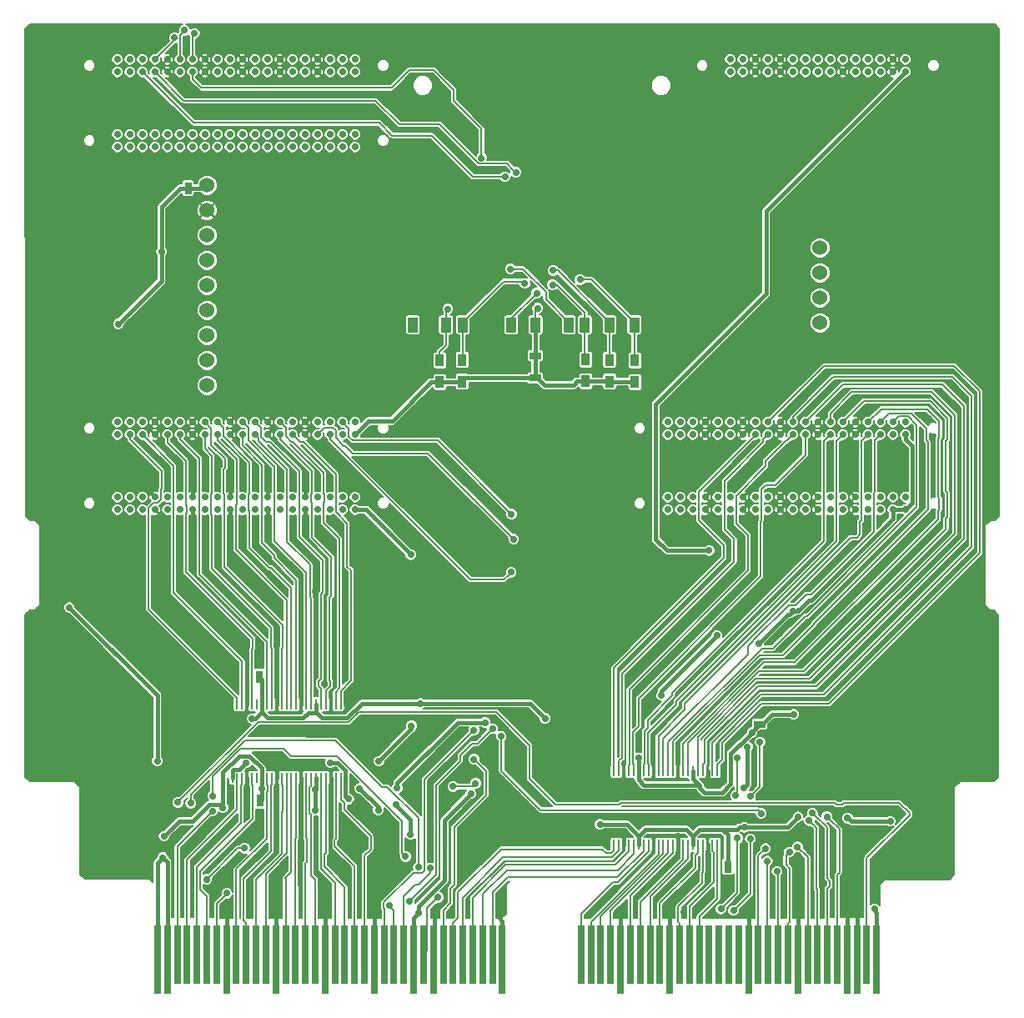
<source format=gbl>
G04 #@! TF.FileFunction,Copper,L2,Bot,Signal*
%FSLAX46Y46*%
G04 Gerber Fmt 4.6, Leading zero omitted, Abs format (unit mm)*
G04 Created by KiCad (PCBNEW 4.0.2-stable) date 05.06.2016 11:41:23*
%MOMM*%
G01*
G04 APERTURE LIST*
%ADD10C,0.150000*%
%ADD11C,0.700000*%
%ADD12R,0.750000X1.200000*%
%ADD13R,0.900000X1.200000*%
%ADD14R,0.701040X7.000240*%
%ADD15R,0.701040X5.999480*%
%ADD16R,1.200000X0.750000*%
%ADD17R,0.285000X1.000000*%
%ADD18R,1.000000X1.500000*%
%ADD19R,1.200000X2.200000*%
%ADD20C,1.524000*%
%ADD21C,0.400000*%
%ADD22C,0.203200*%
G04 APERTURE END LIST*
D10*
D11*
X99009200Y-62395100D03*
X99009200Y-63665100D03*
X100279200Y-62395100D03*
X100279200Y-63665100D03*
X101549200Y-62395100D03*
X101549200Y-63665100D03*
X102819200Y-62395100D03*
X102819200Y-63665100D03*
X104089200Y-62395100D03*
X104089200Y-63665100D03*
X105359200Y-62395100D03*
X105359200Y-63665100D03*
X106629200Y-62395100D03*
X106629200Y-63665100D03*
X107899200Y-62395100D03*
X107899200Y-63665100D03*
X109169200Y-62395100D03*
X109169200Y-63665100D03*
X110439200Y-62395100D03*
X110439200Y-63665100D03*
X111709200Y-62395100D03*
X111709200Y-63665100D03*
X112979200Y-62395100D03*
X112979200Y-63665100D03*
X114249200Y-62395100D03*
X114249200Y-63665100D03*
X36779200Y-62395100D03*
X36779200Y-63665100D03*
X38049200Y-62395100D03*
X38049200Y-63665100D03*
X39319200Y-62395100D03*
X39319200Y-63665100D03*
X40589200Y-62395100D03*
X40589200Y-63665100D03*
X41859200Y-62395100D03*
X41859200Y-63665100D03*
X43129200Y-62395100D03*
X43129200Y-63665100D03*
X44399200Y-62395100D03*
X44399200Y-63665100D03*
X45669200Y-62395100D03*
X45669200Y-63665100D03*
X46939200Y-62395100D03*
X46939200Y-63665100D03*
X48209200Y-62395100D03*
X48209200Y-63665100D03*
X49479200Y-62395100D03*
X49479200Y-63665100D03*
X50749200Y-62395100D03*
X50749200Y-63665100D03*
X52019200Y-62395100D03*
X52019200Y-63665100D03*
X53289200Y-62395100D03*
X53289200Y-63665100D03*
X54559200Y-62395100D03*
X54559200Y-63665100D03*
X55829200Y-62395100D03*
X55829200Y-63665100D03*
X57099200Y-62395100D03*
X57099200Y-63665100D03*
X58369200Y-62395100D03*
X58369200Y-63665100D03*
X59639200Y-62395100D03*
X59639200Y-63665100D03*
X60909200Y-62395100D03*
X60909200Y-63665100D03*
X60909200Y-108115100D03*
X60909200Y-106845100D03*
X59639200Y-108115100D03*
X59639200Y-106845100D03*
X58369200Y-108115100D03*
X58369200Y-106845100D03*
X57099200Y-108115100D03*
X57099200Y-106845100D03*
X55829200Y-108115100D03*
X55829200Y-106845100D03*
X54559200Y-108115100D03*
X54559200Y-106845100D03*
X53289200Y-108115100D03*
X53289200Y-106845100D03*
X52019200Y-108115100D03*
X52019200Y-106845100D03*
X50749200Y-108115100D03*
X50749200Y-106845100D03*
X49479200Y-108115100D03*
X49479200Y-106845100D03*
X48209200Y-108115100D03*
X48209200Y-106845100D03*
X46939200Y-108115100D03*
X46939200Y-106845100D03*
X45669200Y-108115100D03*
X45669200Y-106845100D03*
X44399200Y-108115100D03*
X44399200Y-106845100D03*
X43129200Y-108115100D03*
X43129200Y-106845100D03*
X41859200Y-108115100D03*
X41859200Y-106845100D03*
X40589200Y-108115100D03*
X40589200Y-106845100D03*
X39319200Y-108115100D03*
X39319200Y-106845100D03*
X38049200Y-108115100D03*
X38049200Y-106845100D03*
X36779200Y-108115100D03*
X36779200Y-106845100D03*
X60909200Y-100495100D03*
X60909200Y-99225100D03*
X59639200Y-100495100D03*
X59639200Y-99225100D03*
X58369200Y-100495100D03*
X58369200Y-99225100D03*
X57099200Y-100495100D03*
X57099200Y-99225100D03*
X55829200Y-100495100D03*
X55829200Y-99225100D03*
X54559200Y-100495100D03*
X54559200Y-99225100D03*
X53289200Y-100495100D03*
X53289200Y-99225100D03*
X52019200Y-100495100D03*
X52019200Y-99225100D03*
X50749200Y-99225100D03*
X50749200Y-100495100D03*
X49479200Y-100495100D03*
X49479200Y-99225100D03*
X48209200Y-100495100D03*
X48209200Y-99225100D03*
X46939200Y-100495100D03*
X46939200Y-99225100D03*
X45669200Y-100495100D03*
X45669200Y-99225100D03*
X44399200Y-99225100D03*
X44399200Y-100495100D03*
X43129200Y-100495100D03*
X43129200Y-99225100D03*
X41859200Y-100495100D03*
X41859200Y-99225100D03*
X40589200Y-100495100D03*
X40589200Y-99225100D03*
X39319200Y-100495100D03*
X39319200Y-99225100D03*
X38049200Y-99225100D03*
X38049200Y-100495100D03*
X36779200Y-100495100D03*
X36779200Y-99225100D03*
X102819200Y-106845100D03*
X104089200Y-108115100D03*
X104089200Y-106845100D03*
X102819200Y-108115100D03*
X100279200Y-108115100D03*
X100279200Y-106845100D03*
X99009200Y-108115100D03*
X99009200Y-106845100D03*
X96469200Y-106845100D03*
X97739200Y-108115100D03*
X97739200Y-106845100D03*
X96469200Y-108115100D03*
X95199200Y-108115100D03*
X95199200Y-106845100D03*
X93929200Y-108115100D03*
X93929200Y-106845100D03*
X92659200Y-108115100D03*
X92659200Y-106845100D03*
X101549200Y-108115100D03*
X101549200Y-106845100D03*
X112979200Y-108115100D03*
X112979200Y-106845100D03*
X111709200Y-108115100D03*
X111709200Y-106845100D03*
X114249200Y-108115100D03*
X114249200Y-106845100D03*
X109169200Y-106845100D03*
X110439200Y-108115100D03*
X110439200Y-106845100D03*
X109169200Y-108115100D03*
X107899200Y-108115100D03*
X107899200Y-106845100D03*
X106629200Y-108115100D03*
X106629200Y-106845100D03*
X105359200Y-108115100D03*
X105359200Y-106845100D03*
X115519200Y-106845100D03*
X116789200Y-108115100D03*
X116789200Y-106845100D03*
X115519200Y-108115100D03*
X96469200Y-100495100D03*
X97739200Y-100495100D03*
X96469200Y-99225100D03*
X97739200Y-99225100D03*
X95199200Y-100495100D03*
X93929200Y-100495100D03*
X93929200Y-99225100D03*
X92659200Y-100495100D03*
X95199200Y-99225100D03*
X92659200Y-99225100D03*
X115519200Y-100495100D03*
X116789200Y-100495100D03*
X115519200Y-99225100D03*
X116789200Y-99225100D03*
X105359200Y-100495100D03*
X102819200Y-99225100D03*
X104089200Y-100495100D03*
X104089200Y-99225100D03*
X102819200Y-100495100D03*
X105359200Y-99225100D03*
X107899200Y-100495100D03*
X107899200Y-99225100D03*
X109169200Y-100495100D03*
X106629200Y-100495100D03*
X110439200Y-99225100D03*
X109169200Y-99225100D03*
X110439200Y-100495100D03*
X106629200Y-99225100D03*
X101549200Y-100495100D03*
X100279200Y-100495100D03*
X100279200Y-99225100D03*
X99009200Y-100495100D03*
X99009200Y-99225100D03*
X101549200Y-99225100D03*
X114249200Y-100495100D03*
X112979200Y-100495100D03*
X112979200Y-99225100D03*
X111709200Y-100495100D03*
X111709200Y-99225100D03*
X114249200Y-99225100D03*
X36779200Y-70015100D03*
X36779200Y-71285100D03*
X38049200Y-70015100D03*
X38049200Y-71285100D03*
X39319200Y-70015100D03*
X39319200Y-71285100D03*
X40589200Y-70015100D03*
X40589200Y-71285100D03*
X41859200Y-70015100D03*
X41859200Y-71285100D03*
X43129200Y-70015100D03*
X43129200Y-71285100D03*
X44399200Y-70015100D03*
X44399200Y-71285100D03*
X45669200Y-70015100D03*
X45669200Y-71285100D03*
X46939200Y-70015100D03*
X46939200Y-71285100D03*
X48209200Y-70015100D03*
X48209200Y-71285100D03*
X49479200Y-70015100D03*
X49479200Y-71285100D03*
X50749200Y-70015100D03*
X50749200Y-71285100D03*
X52019200Y-70015100D03*
X52019200Y-71285100D03*
X53289200Y-70015100D03*
X53289200Y-71285100D03*
X54559200Y-70015100D03*
X54559200Y-71285100D03*
X55829200Y-70015100D03*
X55829200Y-71285100D03*
X57099200Y-70015100D03*
X57099200Y-71285100D03*
X58369200Y-70015100D03*
X58369200Y-71285100D03*
X59639200Y-70015100D03*
X59639200Y-71285100D03*
X60909200Y-70015100D03*
X60909200Y-71285100D03*
X115519200Y-62395100D03*
X115519200Y-63665100D03*
X116789200Y-62395100D03*
X116789200Y-63665100D03*
D12*
X51180000Y-125090000D03*
X51180000Y-123190000D03*
X98760000Y-144380000D03*
X98760000Y-146280000D03*
D13*
X84320000Y-95080000D03*
X84320000Y-92880000D03*
X71770000Y-95100000D03*
X71770000Y-92900000D03*
D14*
X40855900Y-153779220D03*
X41854120Y-153779220D03*
D15*
X42855140Y-153280100D03*
X43855140Y-153280100D03*
X44856400Y-153279220D03*
X45854620Y-153279220D03*
X46855380Y-153279220D03*
D14*
X47856140Y-153779220D03*
D15*
X48854360Y-153279220D03*
X49855120Y-153279220D03*
X50855880Y-153279220D03*
X51854100Y-153279220D03*
D14*
X52854860Y-153779220D03*
D15*
X53855620Y-153279220D03*
X54856380Y-153279220D03*
X55854600Y-153279220D03*
X56855360Y-153279220D03*
D14*
X57856120Y-153779220D03*
D15*
X58854340Y-153279220D03*
X59855100Y-153279220D03*
X60855860Y-153279220D03*
X61854080Y-153279220D03*
D14*
X62854840Y-153779220D03*
D15*
X63855600Y-153279220D03*
X64856360Y-153279220D03*
X65854580Y-153279220D03*
D14*
X66855340Y-153779220D03*
D15*
X67856100Y-153279220D03*
D14*
X68854320Y-153779220D03*
D15*
X69855080Y-153279220D03*
X70855840Y-153279220D03*
X71854060Y-153279220D03*
X72854820Y-153279220D03*
X73855580Y-153279220D03*
X74856340Y-153279220D03*
D14*
X75854560Y-153779220D03*
D15*
X83855560Y-153279220D03*
X84856320Y-153279220D03*
X85854540Y-153279220D03*
X86855300Y-153279220D03*
D14*
X87856060Y-153779220D03*
D15*
X88854280Y-153279220D03*
X89855040Y-153279220D03*
X90855800Y-153279220D03*
X91854020Y-153279220D03*
D14*
X92854780Y-153779220D03*
D15*
X93855540Y-153279220D03*
X94856300Y-153279220D03*
X95854520Y-153279220D03*
X96855280Y-153279220D03*
X97856040Y-153279220D03*
X98854260Y-153279220D03*
X99855020Y-153279220D03*
D14*
X100855780Y-153779220D03*
D15*
X101854000Y-153279220D03*
X102854760Y-153279220D03*
X103855520Y-153279220D03*
X104856280Y-153279220D03*
D14*
X105854500Y-153779220D03*
D15*
X106855260Y-153279220D03*
X107856020Y-153279220D03*
X108854240Y-153279220D03*
X109855000Y-153279220D03*
D14*
X110855760Y-153779220D03*
X111853980Y-153779220D03*
D15*
X112854740Y-153279220D03*
D14*
X113855500Y-153779220D03*
D12*
X51290000Y-137680000D03*
X51290000Y-139580000D03*
D16*
X101990000Y-129910000D03*
X103890000Y-129910000D03*
D13*
X89310000Y-95170000D03*
X89310000Y-92970000D03*
X86750000Y-95100000D03*
X86750000Y-92900000D03*
X69490000Y-95170000D03*
X69490000Y-92970000D03*
D17*
X98200000Y-142160000D03*
X97700000Y-142160000D03*
X97200000Y-142160000D03*
X96700000Y-142160000D03*
X96200000Y-142160000D03*
X95700000Y-142160000D03*
X95200000Y-142160000D03*
X94700000Y-142160000D03*
X94200000Y-142160000D03*
X93700000Y-142160000D03*
X93200000Y-142160000D03*
X92700000Y-142160000D03*
X92200000Y-142160000D03*
X91700000Y-142160000D03*
X91200000Y-142160000D03*
X90700000Y-142160000D03*
X90200000Y-142160000D03*
X89700000Y-142160000D03*
X89200000Y-142160000D03*
X88700000Y-142160000D03*
X88200000Y-142160000D03*
X87700000Y-142160000D03*
X87200000Y-142160000D03*
X86700000Y-142160000D03*
X86700000Y-134660000D03*
X87200000Y-134660000D03*
X87700000Y-134660000D03*
X88200000Y-134660000D03*
X88700000Y-134660000D03*
X89200000Y-134660000D03*
X89700000Y-134660000D03*
X90200000Y-134660000D03*
X90700000Y-134660000D03*
X91200000Y-134660000D03*
X91700000Y-134660000D03*
X92200000Y-134660000D03*
X92700000Y-134660000D03*
X93200000Y-134660000D03*
X93700000Y-134660000D03*
X94200000Y-134660000D03*
X94700000Y-134660000D03*
X95200000Y-134660000D03*
X95700000Y-134660000D03*
X96200000Y-134660000D03*
X96700000Y-134660000D03*
X97200000Y-134660000D03*
X97700000Y-134660000D03*
X98200000Y-134660000D03*
D16*
X79210000Y-92480000D03*
X81110000Y-92480000D03*
X79180000Y-94760000D03*
X81080000Y-94760000D03*
D12*
X43950000Y-75480000D03*
X43950000Y-77380000D03*
D17*
X59940000Y-135380000D03*
X59440000Y-135380000D03*
X58940000Y-135380000D03*
X58440000Y-135380000D03*
X57940000Y-135380000D03*
X57440000Y-135380000D03*
X56940000Y-135380000D03*
X56440000Y-135380000D03*
X55940000Y-135380000D03*
X55440000Y-135380000D03*
X54940000Y-135380000D03*
X54440000Y-135380000D03*
X53940000Y-135380000D03*
X53440000Y-135380000D03*
X52940000Y-135380000D03*
X52440000Y-135380000D03*
X51940000Y-135380000D03*
X51440000Y-135380000D03*
X50940000Y-135380000D03*
X50440000Y-135380000D03*
X49940000Y-135380000D03*
X49440000Y-135380000D03*
X48940000Y-135380000D03*
X48440000Y-135380000D03*
X48440000Y-127880000D03*
X48940000Y-127880000D03*
X49440000Y-127880000D03*
X49940000Y-127880000D03*
X50440000Y-127880000D03*
X50940000Y-127880000D03*
X51440000Y-127880000D03*
X51940000Y-127880000D03*
X52440000Y-127880000D03*
X52940000Y-127880000D03*
X53440000Y-127880000D03*
X53940000Y-127880000D03*
X54440000Y-127880000D03*
X54940000Y-127880000D03*
X55440000Y-127880000D03*
X55940000Y-127880000D03*
X56440000Y-127880000D03*
X56940000Y-127880000D03*
X57440000Y-127880000D03*
X57940000Y-127880000D03*
X58440000Y-127880000D03*
X58940000Y-127880000D03*
X59440000Y-127880000D03*
X59940000Y-127880000D03*
D18*
X86745000Y-89350000D03*
X84245000Y-89350000D03*
X80945000Y-89350000D03*
X79245000Y-89350000D03*
X76745000Y-89350000D03*
X74245000Y-89350000D03*
X71820000Y-89350000D03*
X70120000Y-89350000D03*
X89245000Y-89350000D03*
X82595000Y-89350000D03*
X66770000Y-89350000D03*
D19*
X94270000Y-68350000D03*
X66270000Y-67150000D03*
D20*
X45890000Y-75190000D03*
X45890000Y-77730000D03*
X45890000Y-80270000D03*
X45890000Y-82810000D03*
X45890000Y-85350000D03*
X45890000Y-87890000D03*
X45890000Y-90430000D03*
X45890000Y-92970000D03*
X45890000Y-95510000D03*
X108120000Y-81540000D03*
X108120000Y-84080000D03*
X108120000Y-89160000D03*
X108120000Y-86620000D03*
D11*
X65180000Y-136400020D03*
X85775020Y-140086256D03*
X92003399Y-126983399D03*
X100747098Y-132212879D03*
X96850000Y-112260000D03*
X51440000Y-136450000D03*
X56880000Y-136580000D03*
X67348400Y-149075701D03*
X100428582Y-140367264D03*
X105877258Y-139320000D03*
X100390000Y-136390000D03*
X74115000Y-129740000D03*
X61370000Y-136440000D03*
X63270000Y-138640000D03*
X56880000Y-138650000D03*
X97650000Y-120900000D03*
X41380000Y-143460000D03*
X41520000Y-141280000D03*
X47490000Y-138400000D03*
X110910000Y-139450000D03*
X115240000Y-139760000D03*
X113650000Y-148660000D03*
X72650000Y-136970000D03*
X72059800Y-66421000D03*
X72948800Y-65557400D03*
X97323341Y-136157509D03*
X112903000Y-109601000D03*
X111578784Y-110388328D03*
X62103000Y-98069400D03*
X34073545Y-105920164D03*
X36906200Y-105181400D03*
X119507000Y-100812600D03*
X119151400Y-98882200D03*
X74000000Y-64500000D03*
X75500000Y-63100000D03*
X67300000Y-135200000D03*
X66200000Y-136200000D03*
X60100000Y-145300000D03*
X57800000Y-147600000D03*
X107100000Y-132100000D03*
X109400000Y-132200000D03*
X109900000Y-139500000D03*
X109400000Y-141800000D03*
X93700000Y-141300000D03*
X86600000Y-136900000D03*
X90400000Y-146600000D03*
X96496994Y-147989804D03*
X96700000Y-145400000D03*
X94300000Y-149000000D03*
X94300000Y-146800000D03*
X86800000Y-141000000D03*
X82200000Y-137300000D03*
X81800000Y-141300000D03*
X74600000Y-140600000D03*
X61831843Y-131520593D03*
X65100000Y-144800000D03*
X60700000Y-135700000D03*
X55440000Y-141900000D03*
X59400000Y-142000000D03*
X70500000Y-133800000D03*
X69800000Y-132700000D03*
X63900000Y-135700000D03*
X67600000Y-131500000D03*
X55420019Y-143617902D03*
X61793400Y-141406600D03*
X61000000Y-138800000D03*
X57800000Y-125800000D03*
X48300000Y-124800000D03*
X48300000Y-130700000D03*
X49900000Y-138300000D03*
X53000000Y-133100000D03*
X48800000Y-143600000D03*
X50175020Y-146583400D03*
X49900000Y-144400000D03*
X44500000Y-143900000D03*
X44300000Y-141800000D03*
X45300000Y-137400000D03*
X42100000Y-138700000D03*
X43100000Y-136200000D03*
X40100000Y-137200000D03*
X87300000Y-146600000D03*
X92800000Y-146300000D03*
X80200000Y-141800000D03*
X111100000Y-147200000D03*
X108300000Y-146309600D03*
X109400000Y-144800000D03*
X106900000Y-119500000D03*
X104000000Y-120700000D03*
X89700000Y-131500000D03*
X90600000Y-128400000D03*
X100000000Y-118600000D03*
X100200000Y-114000000D03*
X69000000Y-108900000D03*
X76800000Y-112700000D03*
X73900000Y-112400000D03*
X71900000Y-111200000D03*
X51100000Y-119800000D03*
X37305026Y-85700000D03*
X38800000Y-84700000D03*
X38700000Y-73500000D03*
X40800000Y-73100000D03*
X49302794Y-73448134D03*
X48500000Y-72500000D03*
X48620054Y-74575020D03*
X70600000Y-67600000D03*
X115200000Y-124100000D03*
X115200000Y-133200000D03*
X90400000Y-113600000D03*
X88624980Y-121728294D03*
X89000000Y-111600000D03*
X88500000Y-110400000D03*
X85675042Y-125018797D03*
X86100000Y-107600000D03*
X85000000Y-106500000D03*
X84000000Y-105500000D03*
X81100000Y-102600000D03*
X79800000Y-101300000D03*
X69202300Y-105168700D03*
X66763900Y-110883700D03*
X61163200Y-105321100D03*
X58356500Y-143433800D03*
X52870100Y-130721100D03*
X63284100Y-146113500D03*
X111340900Y-148780500D03*
X105841800Y-148767800D03*
X100850700Y-148793200D03*
X92862400Y-149009100D03*
X87858600Y-149212300D03*
X75590400Y-148831300D03*
X68973700Y-149136100D03*
X62852300Y-149161500D03*
X57861200Y-149212300D03*
X52895500Y-149250400D03*
X47876875Y-148598629D03*
X50406300Y-141185900D03*
X55181500Y-114604800D03*
X52959000Y-121716800D03*
X45554900Y-118402100D03*
X43586400Y-124536200D03*
X43150601Y-125784799D03*
X41732200Y-127228600D03*
X38430200Y-130200400D03*
X37312600Y-130911600D03*
X51206400Y-121767600D03*
X30810200Y-127736600D03*
X114600000Y-113500000D03*
X43600000Y-86800000D03*
X60675031Y-113042700D03*
X62611000Y-109956600D03*
X61531500Y-110744000D03*
X60680600Y-111836200D03*
X49530000Y-104419400D03*
X46973780Y-103606600D03*
X48234600Y-104419400D03*
X48218380Y-113549653D03*
X54610000Y-104978200D03*
X53340000Y-104978200D03*
X52070000Y-104902000D03*
X52100000Y-114600000D03*
X52100000Y-113000000D03*
X58343800Y-105181400D03*
X57099200Y-105054400D03*
X55880000Y-105054400D03*
X59900000Y-118800000D03*
X57054282Y-113530781D03*
X56896000Y-116395500D03*
X105300000Y-102600000D03*
X103300000Y-103900000D03*
X101600000Y-103800000D03*
X110800000Y-109300000D03*
X109100000Y-110700000D03*
X109100000Y-105200000D03*
X112900000Y-105900000D03*
X46736000Y-67564000D03*
X54102000Y-67564000D03*
X49276000Y-67564000D03*
X66560000Y-112680000D03*
X66630000Y-130080000D03*
X63320000Y-133660000D03*
X49860000Y-133840000D03*
X60259360Y-137499976D03*
X101895984Y-121690364D03*
X41260000Y-81910000D03*
X36870000Y-89270000D03*
X105410000Y-118390000D03*
X101220000Y-130750000D03*
X80196292Y-129320257D03*
X105440000Y-128910000D03*
X66540000Y-141110000D03*
X65060000Y-138110000D03*
X89700000Y-133350000D03*
X67530000Y-127810000D03*
X50440000Y-129350000D03*
X31890000Y-118070000D03*
X40830000Y-133650000D03*
X79450000Y-87670000D03*
X58380000Y-133820000D03*
X46413608Y-138750021D03*
X102580000Y-142540000D03*
X102760000Y-143810000D03*
X103744988Y-144854988D03*
X105005010Y-142890000D03*
X105824980Y-142370000D03*
X107002243Y-139695720D03*
X107335024Y-138913571D03*
X108814690Y-139301266D03*
X99728093Y-141492863D03*
X99539980Y-137160932D03*
X99740020Y-133340000D03*
X98060000Y-148670000D03*
X102025032Y-131719172D03*
X101039657Y-141559272D03*
X101060020Y-137215190D03*
X99320000Y-148830000D03*
X47891754Y-147079268D03*
X49690000Y-142510000D03*
X45860000Y-145650000D03*
X66429600Y-147906018D03*
X74866052Y-130359629D03*
X46458629Y-137181348D03*
X66038400Y-143348400D03*
X44225899Y-137929097D03*
X67339979Y-144416581D03*
X72976936Y-130514083D03*
X64400487Y-148327502D03*
X68531898Y-144517460D03*
X69335511Y-147488767D03*
X72972511Y-133462511D03*
X42920000Y-137850000D03*
X73145020Y-135915779D03*
X70850000Y-136240000D03*
X102140000Y-138960000D03*
X75740000Y-131130000D03*
X76790000Y-108590000D03*
X81020000Y-83830000D03*
X80950000Y-85280000D03*
X79350000Y-86140000D03*
X78150000Y-85160000D03*
X70320000Y-87740000D03*
X83750000Y-84760000D03*
X76753421Y-114485576D03*
X77012248Y-111131739D03*
X76680000Y-83680000D03*
X76130000Y-74310000D03*
X42554980Y-60178570D03*
X77226260Y-73863740D03*
X43570000Y-59440000D03*
X44600000Y-59745020D03*
X73740000Y-72410000D03*
D21*
X116790000Y-63670000D02*
X102650000Y-77810000D01*
X92560000Y-112260000D02*
X96850000Y-112260000D01*
X102650000Y-77810000D02*
X102650000Y-86200000D01*
X102650000Y-86200000D02*
X91414600Y-97435400D01*
X91414600Y-97435400D02*
X91414600Y-111114600D01*
X91414600Y-111114600D02*
X92560000Y-112260000D01*
X71345046Y-129740000D02*
X65180000Y-135905046D01*
X74115000Y-129740000D02*
X71345046Y-129740000D01*
X65180000Y-135905046D02*
X65180000Y-136400020D01*
X90360002Y-140599998D02*
X89700000Y-141260000D01*
X94539998Y-140599998D02*
X90360002Y-140599998D01*
X95200000Y-141260000D02*
X94539998Y-140599998D01*
X41520000Y-141280000D02*
X43042167Y-139757833D01*
X43042167Y-139757833D02*
X44410000Y-139757833D01*
X46117832Y-138050001D02*
X47140001Y-138050001D01*
X44410000Y-139757833D02*
X46117832Y-138050001D01*
X47140001Y-138050001D02*
X47490000Y-138400000D01*
X86269994Y-140086256D02*
X85775020Y-140086256D01*
X89700000Y-141260000D02*
X88526256Y-140086256D01*
X88526256Y-140086256D02*
X86269994Y-140086256D01*
X97650000Y-120900000D02*
X92003399Y-126546601D01*
X92003399Y-126546601D02*
X92003399Y-126983399D01*
X100747098Y-132707853D02*
X100747098Y-132212879D01*
X100390000Y-136390000D02*
X100747098Y-136032902D01*
X100747098Y-136032902D02*
X100747098Y-132707853D01*
X51440000Y-136450000D02*
X51440000Y-135380000D01*
X51440000Y-137530000D02*
X51440000Y-136450000D01*
X56880000Y-136340000D02*
X56880000Y-136580000D01*
X56880000Y-136580000D02*
X56880000Y-138650000D01*
X69980000Y-139640000D02*
X69980000Y-145769876D01*
X66855340Y-149568761D02*
X67348400Y-149075701D01*
X69980000Y-145769876D02*
X67348400Y-148401476D01*
X67348400Y-148401476D02*
X67348400Y-149075701D01*
X66855340Y-153779220D02*
X66855340Y-149568761D01*
X40855900Y-153779220D02*
X40855900Y-143984100D01*
X40855900Y-143984100D02*
X41380000Y-143460000D01*
X41854120Y-153779220D02*
X41854120Y-143934120D01*
X41854120Y-143934120D02*
X41380000Y-143460000D01*
X100428582Y-140367264D02*
X99933608Y-140367264D01*
X99933608Y-140367264D02*
X99700883Y-140599989D01*
X99700883Y-140599989D02*
X98190324Y-140599989D01*
X98742512Y-141152177D02*
X98190324Y-140599989D01*
X98742511Y-141924681D02*
X98742512Y-141152177D01*
X98750008Y-141932178D02*
X98742511Y-141924681D01*
X98750008Y-143370008D02*
X98750008Y-141932178D01*
X104829994Y-140367264D02*
X100428582Y-140367264D01*
X98760000Y-143380000D02*
X98750008Y-143370008D01*
X98760000Y-144380000D02*
X98760000Y-143380000D01*
X98190324Y-140599989D02*
X95860011Y-140599989D01*
X105877258Y-139320000D02*
X104829994Y-140367264D01*
X95860011Y-140599989D02*
X95200000Y-141260000D01*
X63270000Y-138640000D02*
X63270000Y-138340000D01*
X63270000Y-138340000D02*
X61370000Y-136440000D01*
X56940000Y-135380000D02*
X56940000Y-136280000D01*
X56940000Y-136280000D02*
X56880000Y-136340000D01*
X47490000Y-138400000D02*
X47490000Y-134779665D01*
X51440000Y-134383996D02*
X51440000Y-135380000D01*
X50196002Y-133139998D02*
X51440000Y-134383996D01*
X49129667Y-133139998D02*
X50196002Y-133139998D01*
X47490000Y-134779665D02*
X49129667Y-133139998D01*
X51290000Y-137680000D02*
X51440000Y-137530000D01*
X89700000Y-141260000D02*
X89700000Y-142160000D01*
X95200000Y-142160000D02*
X95200000Y-141260000D01*
X69980000Y-139640000D02*
X72650000Y-136970000D01*
X115240000Y-139760000D02*
X111267355Y-139760000D01*
X111267355Y-139760000D02*
X110957355Y-139450000D01*
X110957355Y-139450000D02*
X110910000Y-139450000D01*
X113855500Y-149064500D02*
X113650000Y-148859000D01*
X113650000Y-148859000D02*
X113650000Y-148660000D01*
X113855500Y-153779220D02*
X113855500Y-149064500D01*
X72948800Y-65557400D02*
X72923400Y-65557400D01*
X72923400Y-65557400D02*
X72059800Y-66421000D01*
X74000000Y-64500000D02*
X74000000Y-64506200D01*
X74000000Y-64506200D02*
X72948800Y-65557400D01*
X97297509Y-136157509D02*
X97323341Y-136157509D01*
X96700000Y-135560000D02*
X97297509Y-136157509D01*
X96700000Y-134660000D02*
X96700000Y-135560000D01*
X110800000Y-109300000D02*
X111578784Y-110078784D01*
X111578784Y-110078784D02*
X111578784Y-110388328D01*
X64389000Y-108546900D02*
X66725800Y-110883700D01*
X62496700Y-107403900D02*
X63639700Y-108546900D01*
X63639700Y-108546900D02*
X64389000Y-108546900D01*
X61163200Y-105321100D02*
X62496700Y-106654600D01*
X62496700Y-106654600D02*
X62496700Y-107403900D01*
X55829200Y-99225100D02*
X56984900Y-98069400D01*
X56984900Y-98069400D02*
X62103000Y-98069400D01*
X35820401Y-107667020D02*
X34423544Y-106270163D01*
X34423544Y-106270163D02*
X34073545Y-105920164D01*
X35820401Y-108820001D02*
X35820401Y-107667020D01*
X34568519Y-105920164D02*
X34073545Y-105920164D01*
X39660164Y-105920164D02*
X34568519Y-105920164D01*
X40590000Y-106850000D02*
X39660164Y-105920164D01*
X40589200Y-106845100D02*
X38925500Y-105181400D01*
X38925500Y-105181400D02*
X36906200Y-105181400D01*
X74438915Y-64161085D02*
X74338915Y-64161085D01*
X74338915Y-64161085D02*
X74000000Y-64500000D01*
X75100000Y-63500000D02*
X74438915Y-64161085D01*
X75500000Y-63100000D02*
X75100000Y-63500000D01*
X94270000Y-68350000D02*
X80750000Y-68350000D01*
X80750000Y-68350000D02*
X75500000Y-63100000D01*
X66200000Y-136200000D02*
X66300000Y-136200000D01*
X66300000Y-136200000D02*
X67300000Y-135200000D01*
X57861200Y-147661200D02*
X57800000Y-147600000D01*
X57861200Y-149212300D02*
X57861200Y-147661200D01*
X93700000Y-142160000D02*
X93700000Y-141300000D01*
X93700000Y-143300000D02*
X90400000Y-146600000D01*
X93700000Y-143060000D02*
X93700000Y-143300000D01*
X93700000Y-142160000D02*
X93700000Y-143060000D01*
X96700000Y-142160000D02*
X96700000Y-145400000D01*
X92862400Y-148237600D02*
X94300000Y-146800000D01*
X92862400Y-149009100D02*
X92862400Y-148237600D01*
X88200000Y-142160000D02*
X88200000Y-141260000D01*
X88200000Y-141260000D02*
X87940000Y-141000000D01*
X87940000Y-141000000D02*
X86800000Y-141000000D01*
X58399988Y-141447954D02*
X58399988Y-143390312D01*
X58399988Y-143390312D02*
X58356500Y-143433800D01*
X58440000Y-135380000D02*
X58440000Y-141407942D01*
X58440000Y-141407942D02*
X58399988Y-141447954D01*
X67600000Y-132000000D02*
X63900000Y-135700000D01*
X67600000Y-131500000D02*
X67600000Y-132000000D01*
X55440000Y-143597921D02*
X55420019Y-143617902D01*
X55440000Y-135380000D02*
X55440000Y-143597921D01*
X49940000Y-135380000D02*
X49940000Y-138260000D01*
X49940000Y-138260000D02*
X49900000Y-138300000D01*
X52940000Y-135380000D02*
X52940000Y-133160000D01*
X52940000Y-133160000D02*
X53000000Y-133100000D01*
X111340900Y-148780500D02*
X111340900Y-147440900D01*
X111340900Y-147440900D02*
X111100000Y-147200000D01*
X88624980Y-122068859D02*
X88624980Y-121728294D01*
X85675042Y-125018797D02*
X88624980Y-122068859D01*
X71900000Y-111200000D02*
X71300000Y-111200000D01*
X71300000Y-111200000D02*
X69000000Y-108900000D01*
X73900000Y-112400000D02*
X76500000Y-112400000D01*
X76500000Y-112400000D02*
X76800000Y-112700000D01*
X71900000Y-111200000D02*
X72700000Y-111200000D01*
X72700000Y-111200000D02*
X73900000Y-112400000D01*
X59940000Y-127880000D02*
X59940000Y-126980000D01*
X67720000Y-67600000D02*
X70600000Y-67600000D01*
X66270000Y-67150000D02*
X67270000Y-67150000D01*
X67270000Y-67150000D02*
X67720000Y-67600000D01*
X38800000Y-84700000D02*
X38305026Y-84700000D01*
X38305026Y-84700000D02*
X37305026Y-85700000D01*
X38700000Y-73500000D02*
X38700000Y-84600000D01*
X38700000Y-84600000D02*
X38800000Y-84700000D01*
X40800000Y-73100000D02*
X39100000Y-73100000D01*
X39100000Y-73100000D02*
X38700000Y-73500000D01*
X48500000Y-72500000D02*
X41400000Y-72500000D01*
X41400000Y-72500000D02*
X40800000Y-73100000D01*
X48734571Y-72879911D02*
X48952795Y-73098135D01*
X49302794Y-73892280D02*
X49302794Y-73448134D01*
X48620054Y-74575020D02*
X49302794Y-73892280D01*
X48734571Y-72634571D02*
X48734571Y-72879911D01*
X48734571Y-72634571D02*
X48600000Y-72500000D01*
X48952795Y-73098135D02*
X49302794Y-73448134D01*
X48600000Y-72500000D02*
X48500000Y-72500000D01*
X70600000Y-67600000D02*
X70900000Y-67600000D01*
X115200000Y-133200000D02*
X115200000Y-124100000D01*
X89000000Y-111600000D02*
X89000000Y-112200000D01*
X89000000Y-112200000D02*
X90400000Y-113600000D01*
X88974979Y-121378295D02*
X88624980Y-121728294D01*
X89000000Y-121353274D02*
X88974979Y-121378295D01*
X89000000Y-111600000D02*
X89000000Y-121353274D01*
X89000000Y-111600000D02*
X89000000Y-110500000D01*
X88500000Y-110400000D02*
X88500000Y-111100000D01*
X88500000Y-111100000D02*
X89000000Y-111600000D01*
X86100000Y-108000000D02*
X88500000Y-110400000D01*
X86100000Y-107600000D02*
X86100000Y-108000000D01*
X85000000Y-106500000D02*
X86100000Y-107600000D01*
X89000000Y-110500000D02*
X86100000Y-107600000D01*
X85000000Y-106500000D02*
X84000000Y-105500000D01*
X84000000Y-105500000D02*
X81100000Y-102600000D01*
X81100000Y-102600000D02*
X79800000Y-101300000D01*
X69707006Y-105168700D02*
X69697274Y-105168700D01*
X77198912Y-112660606D02*
X69707006Y-105168700D01*
X69697274Y-105168700D02*
X69202300Y-105168700D01*
X78600300Y-115430300D02*
X78600300Y-114160578D01*
X71666100Y-115785900D02*
X78244700Y-115785900D01*
X78244700Y-115785900D02*
X78600300Y-115430300D01*
X77198912Y-112759189D02*
X77198912Y-112660606D01*
X78600300Y-114160578D02*
X77198912Y-112759189D01*
X66763900Y-110883700D02*
X71666100Y-115785900D01*
X66725800Y-110883700D02*
X66763900Y-110883700D01*
X110855760Y-153779220D02*
X110855760Y-149265640D01*
X110855760Y-149265640D02*
X111340900Y-148780500D01*
X111340900Y-148780500D02*
X111853980Y-149293580D01*
X111853980Y-149293580D02*
X111853980Y-153779220D01*
X105854500Y-153779220D02*
X105854500Y-148780500D01*
X105854500Y-148780500D02*
X105841800Y-148767800D01*
X100850700Y-148793200D02*
X100850700Y-153774140D01*
X100850700Y-153774140D02*
X100855780Y-153779220D01*
X92854780Y-153779220D02*
X92854780Y-149016720D01*
X92854780Y-149016720D02*
X92862400Y-149009100D01*
X87858600Y-149212300D02*
X87858600Y-153776680D01*
X87858600Y-153776680D02*
X87856060Y-153779220D01*
X75590400Y-149614940D02*
X75590400Y-148831300D01*
X75854560Y-153779220D02*
X75854560Y-149879100D01*
X75854560Y-149879100D02*
X75590400Y-149614940D01*
X68973700Y-149136100D02*
X68973700Y-153659840D01*
X68973700Y-153659840D02*
X68854320Y-153779220D01*
X62854840Y-153779220D02*
X62854840Y-149164040D01*
X62854840Y-149164040D02*
X62852300Y-149161500D01*
X57861200Y-149212300D02*
X57861200Y-153774140D01*
X57861200Y-153774140D02*
X57856120Y-153779220D01*
X52854860Y-153779220D02*
X52854860Y-149291040D01*
X52854860Y-149291040D02*
X52895500Y-149250400D01*
X47856140Y-153779220D02*
X47856140Y-148619364D01*
X47856140Y-148619364D02*
X47876875Y-148598629D01*
X55440000Y-127880000D02*
X55440000Y-114863300D01*
X55440000Y-114863300D02*
X55181500Y-114604800D01*
X52940000Y-127880000D02*
X52940000Y-121735800D01*
X52940000Y-121735800D02*
X52959000Y-121716800D01*
X49940000Y-127880000D02*
X49940000Y-122787200D01*
X49940000Y-122787200D02*
X45554900Y-118402100D01*
X43150601Y-125784799D02*
X43150601Y-124971999D01*
X43150601Y-124971999D02*
X43586400Y-124536200D01*
X43150601Y-125810199D02*
X43150601Y-125784799D01*
X41732200Y-127228600D02*
X43150601Y-125810199D01*
X37312600Y-130911600D02*
X37719000Y-130911600D01*
X37719000Y-130911600D02*
X38430200Y-130200400D01*
X51180000Y-123190000D02*
X51180000Y-121794000D01*
X51180000Y-121794000D02*
X51206400Y-121767600D01*
X61025030Y-113392699D02*
X60675031Y-113042700D01*
X61025030Y-125894970D02*
X61025030Y-113392699D01*
X59940000Y-126980000D02*
X61025030Y-125894970D01*
X60680600Y-111836200D02*
X60680600Y-113037131D01*
X60680600Y-113037131D02*
X60675031Y-113042700D01*
X61531500Y-110744000D02*
X61823600Y-110744000D01*
X61823600Y-110744000D02*
X62611000Y-109956600D01*
X60680600Y-111594900D02*
X61531500Y-110744000D01*
X60680600Y-111836200D02*
X60680600Y-111594900D01*
X60680600Y-111683800D02*
X61391800Y-110972600D01*
X60680600Y-111836200D02*
X60680600Y-111683800D01*
X48210000Y-106850000D02*
X48210000Y-104444000D01*
X48210000Y-104444000D02*
X48234600Y-104419400D01*
X48209200Y-106354226D02*
X48209200Y-105410000D01*
X48210000Y-106850000D02*
X48210000Y-106355026D01*
X48210000Y-106355026D02*
X48209200Y-106354226D01*
X48210000Y-113541273D02*
X48218380Y-113549653D01*
X48210000Y-108120000D02*
X48210000Y-113541273D01*
X52020000Y-106850000D02*
X52020000Y-104952000D01*
X52020000Y-104952000D02*
X52070000Y-104902000D01*
X52019200Y-106354226D02*
X52019200Y-105664000D01*
X52020000Y-106850000D02*
X52020000Y-106355026D01*
X52020000Y-106355026D02*
X52019200Y-106354226D01*
X52019200Y-108615774D02*
X52019200Y-109347000D01*
X52020000Y-108120000D02*
X52020000Y-108614974D01*
X52020000Y-108614974D02*
X52019200Y-108615774D01*
X55830000Y-106850000D02*
X55830000Y-105104400D01*
X55830000Y-105104400D02*
X55880000Y-105054400D01*
X55803800Y-106328826D02*
X55803800Y-105791000D01*
X55830000Y-106850000D02*
X55830000Y-106355026D01*
X55830000Y-106355026D02*
X55803800Y-106328826D01*
X56896000Y-116395500D02*
X56896000Y-113689063D01*
X56896000Y-113689063D02*
X57054282Y-113530781D01*
X55830000Y-108120000D02*
X55830000Y-109271600D01*
X44399200Y-106354226D02*
X44399200Y-105054400D01*
X44400000Y-106850000D02*
X44400000Y-106355026D01*
X44400000Y-106355026D02*
X44399200Y-106354226D01*
X44399200Y-108615774D02*
X44399200Y-109270800D01*
X44400000Y-108120000D02*
X44400000Y-108614974D01*
X44400000Y-108614974D02*
X44399200Y-108615774D01*
X41860000Y-63670000D02*
X42209999Y-64019999D01*
X42209999Y-64019999D02*
X42219999Y-64019999D01*
X49276000Y-67564000D02*
X46736000Y-67564000D01*
X49276000Y-67564000D02*
X54102000Y-67564000D01*
X95917509Y-136150011D02*
X95917509Y-136356638D01*
X95917509Y-136356638D02*
X96418400Y-136857529D01*
X96418400Y-136857529D02*
X98152048Y-136857529D01*
X98152048Y-136857529D02*
X99040000Y-135969577D01*
X99040000Y-135969577D02*
X99040000Y-132930000D01*
X100870001Y-131099999D02*
X101220000Y-130750000D01*
X99040000Y-132930000D02*
X100870001Y-131099999D01*
X107264200Y-117322600D02*
X107061000Y-117322600D01*
X105410000Y-118390000D02*
X105904974Y-118390000D01*
X105904974Y-118390000D02*
X106972374Y-117322600D01*
X106972374Y-117322600D02*
X107061000Y-117322600D01*
X105410000Y-118390000D02*
X105790400Y-118390000D01*
X105790400Y-118390000D02*
X105816400Y-118364000D01*
X105918000Y-118262400D02*
X105816400Y-118364000D01*
X107264200Y-117322600D02*
X115520000Y-109066800D01*
X116790000Y-100994974D02*
X116790000Y-100500000D01*
X117490001Y-107419999D02*
X117490001Y-101694975D01*
X116790000Y-108120000D02*
X117490001Y-107419999D01*
X115520000Y-108120000D02*
X116790000Y-108120000D01*
X115520000Y-109066800D02*
X115520000Y-108120000D01*
X117490001Y-101694975D02*
X116790000Y-100994974D01*
X66560000Y-112680000D02*
X62000000Y-108120000D01*
X62000000Y-108120000D02*
X60910000Y-108120000D01*
X63320000Y-133660000D02*
X66630000Y-130350000D01*
X66630000Y-130350000D02*
X66630000Y-130080000D01*
X59940000Y-135380000D02*
X59940000Y-137180616D01*
X59940000Y-137180616D02*
X60259360Y-137499976D01*
X105060001Y-118739999D02*
X104846349Y-118739999D01*
X104846349Y-118739999D02*
X101895984Y-121690364D01*
X105410000Y-118390000D02*
X105060001Y-118739999D01*
X105440000Y-128910000D02*
X103215000Y-128910000D01*
X103215000Y-128910000D02*
X102215000Y-129910000D01*
X102215000Y-129910000D02*
X101990000Y-129910000D01*
X94010000Y-136110011D02*
X95257487Y-136110011D01*
X90250011Y-136110011D02*
X94010000Y-136110011D01*
X94010000Y-136110011D02*
X95877509Y-136110011D01*
X95877509Y-136110011D02*
X95917509Y-136150011D01*
X95567498Y-135800000D02*
X95917509Y-136150011D01*
X43950000Y-75480000D02*
X43175000Y-75480000D01*
X43175000Y-75480000D02*
X41260000Y-77395000D01*
X41260000Y-77395000D02*
X41260000Y-81910000D01*
X36870000Y-89270000D02*
X41260000Y-84880000D01*
X41260000Y-84880000D02*
X41260000Y-81910000D01*
X86750000Y-95100000D02*
X89240000Y-95100000D01*
X89240000Y-95100000D02*
X89310000Y-95170000D01*
X84320000Y-95080000D02*
X86730000Y-95080000D01*
X86730000Y-95080000D02*
X86750000Y-95100000D01*
X79180000Y-94760000D02*
X79405000Y-94760000D01*
X79405000Y-94760000D02*
X80130001Y-95485001D01*
X80130001Y-95485001D02*
X83064999Y-95485001D01*
X83064999Y-95485001D02*
X83470000Y-95080000D01*
X83470000Y-95080000D02*
X84320000Y-95080000D01*
X61560335Y-127810000D02*
X67530000Y-127810000D01*
X57552512Y-129280012D02*
X60090323Y-129280012D01*
X60090323Y-129280012D02*
X61560335Y-127810000D01*
X56932501Y-128660001D02*
X57552512Y-129280012D01*
X56862501Y-128730001D02*
X56140334Y-128730001D01*
X52067510Y-129280012D02*
X51440000Y-128652502D01*
X55590323Y-129280012D02*
X52067510Y-129280012D01*
X56932501Y-128660001D02*
X56862501Y-128730001D01*
X56140334Y-128730001D02*
X55590323Y-129280012D01*
X101220000Y-130750000D02*
X101220000Y-130680000D01*
X101220000Y-130680000D02*
X101990000Y-129910000D01*
X95257487Y-136110011D02*
X95567498Y-135800000D01*
X89700000Y-135560000D02*
X90250011Y-136110011D01*
X89700000Y-134660000D02*
X89700000Y-135560000D01*
X78686035Y-127810000D02*
X80196292Y-129320257D01*
X67530000Y-127810000D02*
X78686035Y-127810000D01*
X59940000Y-134607498D02*
X59940000Y-135380000D01*
X65409999Y-138469999D02*
X66540000Y-139600000D01*
X66540000Y-139600000D02*
X66540000Y-141110000D01*
X65060000Y-138110000D02*
X65409999Y-138459999D01*
X65409999Y-138459999D02*
X65409999Y-138469999D01*
X89700000Y-134660000D02*
X89700000Y-133350000D01*
X56932501Y-127880000D02*
X56932501Y-128660001D01*
X56940000Y-127880000D02*
X56932501Y-127880000D01*
X51440000Y-127880000D02*
X51440000Y-128652502D01*
X51440000Y-128652502D02*
X50742502Y-129350000D01*
X50742502Y-129350000D02*
X50440000Y-129350000D01*
X48440000Y-135380000D02*
X48447499Y-135372501D01*
X40830000Y-133650000D02*
X40830000Y-127010000D01*
X40830000Y-127010000D02*
X31890000Y-118070000D01*
X64690000Y-99120000D02*
X62290000Y-99120000D01*
X60910000Y-100500000D02*
X62290000Y-99120000D01*
X64690000Y-99120000D02*
X68640000Y-95170000D01*
X68640000Y-95170000D02*
X69490000Y-95170000D01*
X69490000Y-95170000D02*
X71700000Y-95170000D01*
X71700000Y-95170000D02*
X71770000Y-95100000D01*
X79180000Y-94760000D02*
X72110000Y-94760000D01*
X72110000Y-94760000D02*
X71770000Y-95100000D01*
X79210000Y-92480000D02*
X79210000Y-94730000D01*
X79210000Y-94730000D02*
X79180000Y-94760000D01*
X79245000Y-89350000D02*
X79245000Y-92445000D01*
X79245000Y-92445000D02*
X79210000Y-92480000D01*
X43950000Y-75480000D02*
X45600000Y-75480000D01*
X45600000Y-75480000D02*
X45890000Y-75190000D01*
X51180000Y-125090000D02*
X51440000Y-125350000D01*
X51440000Y-125350000D02*
X51440000Y-127880000D01*
X95200000Y-134660000D02*
X95200000Y-135432502D01*
X95200000Y-135432502D02*
X95567498Y-135800000D01*
D10*
X79245000Y-89350000D02*
X79245000Y-87875000D01*
X79245000Y-87875000D02*
X79450000Y-87670000D01*
D21*
X59152502Y-133820000D02*
X59940000Y-134607498D01*
X58380000Y-133820000D02*
X59152502Y-133820000D01*
X48447499Y-135372501D02*
X48447499Y-134599999D01*
X48447499Y-134599999D02*
X48517499Y-134529999D01*
X48517499Y-134529999D02*
X49170001Y-134529999D01*
X49170001Y-134529999D02*
X49860000Y-133840000D01*
D10*
X42855140Y-153280100D02*
X42855140Y-142308489D01*
X42855140Y-142308489D02*
X46413608Y-138750021D01*
X87200000Y-142160000D02*
X87200000Y-142707502D01*
X87200000Y-142707502D02*
X86917502Y-142990000D01*
X86390000Y-142990000D02*
X86000000Y-142600000D01*
X71365022Y-149620298D02*
X70855840Y-150129480D01*
X86917502Y-142990000D02*
X86390000Y-142990000D01*
X71365022Y-146934978D02*
X71365022Y-149620298D01*
X70855840Y-150129480D02*
X70855840Y-153279220D01*
X86000000Y-142600000D02*
X75700000Y-142600000D01*
X75700000Y-142600000D02*
X71365022Y-146934978D01*
X87700000Y-142160000D02*
X87700000Y-142707502D01*
X87700000Y-142707502D02*
X86967502Y-143440000D01*
X86967502Y-143440000D02*
X75935722Y-143440000D01*
X75935722Y-143440000D02*
X71854060Y-147521662D01*
X71854060Y-147521662D02*
X71854060Y-153279220D01*
X72854820Y-153279220D02*
X72854820Y-147545180D01*
X72854820Y-147545180D02*
X76200000Y-144200000D01*
X76200000Y-144200000D02*
X87310000Y-144200000D01*
X87310000Y-144200000D02*
X88700000Y-142810000D01*
X88700000Y-142810000D02*
X88700000Y-142160000D01*
X89200000Y-142160000D02*
X89200000Y-143100000D01*
X89200000Y-143100000D02*
X87570000Y-144730000D01*
X87570000Y-144730000D02*
X76290000Y-144730000D01*
X76290000Y-144730000D02*
X73855580Y-147164420D01*
X73855580Y-147164420D02*
X73855580Y-153279220D01*
X76380000Y-145470000D02*
X74856340Y-146993660D01*
X74856340Y-146993660D02*
X74856340Y-153279220D01*
X87540000Y-145470000D02*
X76380000Y-145470000D01*
X90200000Y-142160000D02*
X90200000Y-142810000D01*
X90200000Y-142810000D02*
X87540000Y-145470000D01*
X87585001Y-145924999D02*
X87123999Y-145924999D01*
X90700000Y-142810000D02*
X87585001Y-145924999D01*
X90700000Y-142160000D02*
X90700000Y-142810000D01*
X83855560Y-150129480D02*
X83855560Y-153279220D01*
X83855560Y-149193438D02*
X83855560Y-150129480D01*
X87123999Y-145924999D02*
X83855560Y-149193438D01*
X84856320Y-149994682D02*
X84856320Y-150129480D01*
X91700000Y-142160000D02*
X91700000Y-143151002D01*
X91700000Y-143151002D02*
X84856320Y-149994682D01*
X84856320Y-150129480D02*
X84856320Y-153279220D01*
X92200000Y-143075281D02*
X85854540Y-149420741D01*
X92200000Y-142160000D02*
X92200000Y-143075281D01*
X85854540Y-149420741D02*
X85854540Y-150129480D01*
X85854540Y-150129480D02*
X85854540Y-153279220D01*
X86855300Y-148844260D02*
X92700000Y-142999560D01*
X86855300Y-153279220D02*
X86855300Y-148844260D01*
X92700000Y-142999560D02*
X92700000Y-142810000D01*
X92700000Y-142810000D02*
X92700000Y-142160000D01*
X93200000Y-142160000D02*
X93200000Y-142948996D01*
X93200000Y-142948996D02*
X88854280Y-147294716D01*
X88854280Y-147294716D02*
X88854280Y-150129480D01*
X88854280Y-150129480D02*
X88854280Y-153279220D01*
X94200000Y-142160000D02*
X94200000Y-143624719D01*
X94200000Y-143624719D02*
X89855040Y-147969679D01*
X89855040Y-150129480D02*
X89855040Y-153279220D01*
X89855040Y-147969679D02*
X89855040Y-150129480D01*
X90855800Y-150129480D02*
X90855800Y-153279220D01*
X94700000Y-142160000D02*
X94700000Y-143548998D01*
X94700000Y-143548998D02*
X90855800Y-147393198D01*
X90855800Y-147393198D02*
X90855800Y-150129480D01*
X91854020Y-148096982D02*
X95451002Y-144500000D01*
X95451002Y-144500000D02*
X95451002Y-143248998D01*
X95451002Y-143248998D02*
X95700000Y-143000000D01*
X91854020Y-153279220D02*
X91854020Y-148096982D01*
X95700000Y-143000000D02*
X95700000Y-142160000D01*
X96200000Y-142160000D02*
X96200000Y-144924998D01*
X93724999Y-148423999D02*
X93724999Y-149998939D01*
X96200000Y-144924998D02*
X96124998Y-145000000D01*
X96124998Y-145000000D02*
X96124998Y-146024000D01*
X96124998Y-146024000D02*
X93724999Y-148423999D01*
X93724999Y-149998939D02*
X93855540Y-150129480D01*
X93855540Y-150129480D02*
X93855540Y-153279220D01*
D22*
X94100000Y-153034760D02*
X93855540Y-153279220D01*
D10*
X94875001Y-150110779D02*
X94856300Y-150129480D01*
X97325002Y-142935002D02*
X97325002Y-145973998D01*
X97325002Y-145973998D02*
X94875001Y-148423999D01*
X97200000Y-142810000D02*
X97325002Y-142935002D01*
X94875001Y-148423999D02*
X94875001Y-150110779D01*
X97200000Y-142160000D02*
X97200000Y-142810000D01*
X94856300Y-150129480D02*
X94856300Y-153279220D01*
X97700000Y-142160000D02*
X97700000Y-147600000D01*
X97700000Y-147600000D02*
X95854520Y-149445480D01*
X95854520Y-149445480D02*
X95854520Y-149645480D01*
X95854520Y-149645480D02*
X95854520Y-150129480D01*
X95854520Y-150129480D02*
X95854520Y-153279220D01*
X102580000Y-142540000D02*
X101854000Y-143266000D01*
X101854000Y-143266000D02*
X101854000Y-153279220D01*
X102760000Y-143810000D02*
X102760000Y-153184460D01*
X102760000Y-153184460D02*
X102854760Y-153279220D01*
X103855520Y-144965520D02*
X103744988Y-144854988D01*
X103855520Y-153279220D02*
X103855520Y-144965520D01*
X105005010Y-144546012D02*
X105005010Y-149980750D01*
X105005010Y-149980750D02*
X104856280Y-150129480D01*
X104856280Y-150129480D02*
X104856280Y-153279220D01*
X104655011Y-144196013D02*
X105005010Y-144546012D01*
X104655011Y-143239999D02*
X104655011Y-144196013D01*
X105005010Y-142890000D02*
X104655011Y-143239999D01*
X106855260Y-153279220D02*
X106855260Y-143400280D01*
X106855260Y-143400280D02*
X105824980Y-142370000D01*
X107724999Y-140418476D02*
X107352242Y-140045719D01*
X107724999Y-146585601D02*
X107724999Y-140418476D01*
X107856020Y-146716622D02*
X107724999Y-146585601D01*
X107856020Y-153279220D02*
X107856020Y-146716622D01*
X107352242Y-140045719D02*
X107002243Y-139695720D01*
X109084601Y-146376001D02*
X109084601Y-145823999D01*
X108854240Y-153279220D02*
X108854240Y-146606362D01*
X108854240Y-146606362D02*
X109084601Y-146376001D01*
X109084601Y-145823999D02*
X108814999Y-145554397D01*
X108814999Y-145554397D02*
X108814999Y-140393546D01*
X108814999Y-140393546D02*
X107685023Y-139263570D01*
X107685023Y-139263570D02*
X107335024Y-138913571D01*
X109164689Y-139651265D02*
X108814690Y-139301266D01*
X110075001Y-140561577D02*
X109164689Y-139651265D01*
X110075001Y-144976001D02*
X110075001Y-140561577D01*
X109855000Y-145196002D02*
X110075001Y-144976001D01*
X109855000Y-153279220D02*
X109855000Y-145196002D01*
X98060000Y-148670000D02*
X99728093Y-147001907D01*
X99728093Y-147001907D02*
X99728093Y-141492863D01*
X99740020Y-136960892D02*
X99539980Y-137160932D01*
X99740020Y-133340000D02*
X99740020Y-136960892D01*
X102025032Y-136250178D02*
X102025032Y-132214146D01*
X102025032Y-132214146D02*
X102025032Y-131719172D01*
X101060020Y-137215190D02*
X102025032Y-136250178D01*
X101039657Y-147110343D02*
X101039657Y-141559272D01*
X99320000Y-148830000D02*
X101039657Y-147110343D01*
X47541755Y-147429267D02*
X47891754Y-147079268D01*
X46855380Y-153279220D02*
X46855380Y-148115642D01*
X46855380Y-148115642D02*
X47541755Y-147429267D01*
X48940000Y-138550000D02*
X43855140Y-143634860D01*
X43855140Y-143634860D02*
X43855140Y-153280100D01*
X48940000Y-135380000D02*
X48940000Y-138550000D01*
X49440000Y-136030000D02*
X49324998Y-136145002D01*
X49324998Y-136145002D02*
X49324998Y-139926004D01*
X49440000Y-135380000D02*
X49440000Y-136030000D01*
X44856400Y-144394602D02*
X44856400Y-150129480D01*
X49324998Y-139926004D02*
X44856400Y-144394602D01*
X44856400Y-150129480D02*
X44856400Y-153279220D01*
X45854620Y-150129480D02*
X45854620Y-153279220D01*
X45854620Y-147354620D02*
X45854620Y-150129480D01*
X50440000Y-136030000D02*
X50480000Y-136070000D01*
X50480000Y-139540000D02*
X45170000Y-144850000D01*
X50480000Y-136070000D02*
X50480000Y-139540000D01*
X50440000Y-135380000D02*
X50440000Y-136030000D01*
X45170000Y-146670000D02*
X45854620Y-147354620D01*
X45170000Y-144850000D02*
X45170000Y-146670000D01*
X45860000Y-145650000D02*
X49000000Y-142510000D01*
X49000000Y-142510000D02*
X49690000Y-142510000D01*
X71600000Y-133625681D02*
X69134990Y-136090691D01*
X72800000Y-131900000D02*
X71600000Y-133100000D01*
X71600000Y-133100000D02*
X71600000Y-133625681D01*
X74866052Y-130359629D02*
X73325681Y-131900000D01*
X73325681Y-131900000D02*
X72800000Y-131900000D01*
X69134990Y-145200628D02*
X66429600Y-147906018D01*
X69134990Y-136090691D02*
X69134990Y-145200628D01*
X46458629Y-135209980D02*
X46458629Y-137181348D01*
X49253611Y-132414998D02*
X46458629Y-135209980D01*
X53636002Y-132414998D02*
X49253611Y-132414998D01*
X54381004Y-133160000D02*
X53636002Y-132414998D01*
X59093558Y-133160000D02*
X54381004Y-133160000D01*
X65688401Y-139754843D02*
X59093558Y-133160000D01*
X65688401Y-142998401D02*
X65688401Y-139754843D01*
X66038400Y-143348400D02*
X65688401Y-142998401D01*
X44225899Y-137434123D02*
X44225899Y-137929097D01*
X44225899Y-137018431D02*
X44225899Y-137434123D01*
X55943999Y-131525001D02*
X55928998Y-131510000D01*
X58873997Y-131525001D02*
X55943999Y-131525001D01*
X63623998Y-136275002D02*
X58873997Y-131525001D01*
X55928998Y-131510000D02*
X49734330Y-131510000D01*
X67339979Y-139438979D02*
X64176002Y-136275002D01*
X64176002Y-136275002D02*
X63623998Y-136275002D01*
X49734330Y-131510000D02*
X44225899Y-137018431D01*
X67339979Y-144416581D02*
X67339979Y-139438979D01*
X48854360Y-144625640D02*
X48854360Y-153279220D01*
X51940000Y-141540000D02*
X48854360Y-144625640D01*
X51940000Y-136801002D02*
X51940000Y-141540000D01*
X52015001Y-136105001D02*
X52015001Y-136726001D01*
X51940000Y-136030000D02*
X52015001Y-136105001D01*
X51940000Y-135380000D02*
X51940000Y-136030000D01*
X52015001Y-136726001D02*
X51940000Y-136801002D01*
X52440000Y-135380000D02*
X52440000Y-136030000D01*
X52440000Y-136030000D02*
X52364999Y-136105001D01*
X52364999Y-136105001D02*
X52364999Y-142843945D01*
X52364999Y-142843945D02*
X49600000Y-145608944D01*
X49600000Y-145608944D02*
X49600000Y-149874360D01*
X49600000Y-149874360D02*
X49855120Y-150129480D01*
X49855120Y-150129480D02*
X49855120Y-153279220D01*
X50855880Y-145670279D02*
X50855880Y-153279220D01*
X53440000Y-138851002D02*
X53440000Y-143086159D01*
X53515001Y-138776001D02*
X53440000Y-138851002D01*
X53440000Y-136030000D02*
X53515001Y-136105001D01*
X53515001Y-136105001D02*
X53515001Y-138776001D01*
X53440000Y-143086159D02*
X50855880Y-145670279D01*
X53440000Y-135380000D02*
X53440000Y-136030000D01*
X51854100Y-145096338D02*
X51854100Y-153279220D01*
X53940000Y-143010438D02*
X51854100Y-145096338D01*
X53940000Y-135380000D02*
X53940000Y-143010438D01*
X54440000Y-144915283D02*
X53800000Y-145555283D01*
X54440000Y-135380000D02*
X54440000Y-144915283D01*
X53800000Y-145555283D02*
X53855620Y-145610903D01*
X53855620Y-145610903D02*
X53855620Y-153279220D01*
X54940000Y-141448998D02*
X54844999Y-141543999D01*
X54940000Y-135380000D02*
X54940000Y-141448998D01*
X54844999Y-141543999D02*
X54844999Y-146288619D01*
X54844999Y-146288619D02*
X54856380Y-146300000D01*
X54844999Y-142953997D02*
X54844999Y-146288619D01*
X54856380Y-146300000D02*
X54856380Y-153279220D01*
X55940000Y-135380000D02*
X55940000Y-141448998D01*
X56015001Y-141523999D02*
X56015001Y-143873924D01*
X56015001Y-143873924D02*
X55854600Y-144034325D01*
X55940000Y-141448998D02*
X56015001Y-141523999D01*
X55854600Y-144034325D02*
X55854600Y-150129480D01*
X55854600Y-150129480D02*
X55854600Y-153279220D01*
X56440000Y-135380000D02*
X56440000Y-136168998D01*
X56440000Y-136168998D02*
X56304999Y-136303999D01*
X56304999Y-136303999D02*
X56304998Y-138926002D01*
X56304998Y-138926002D02*
X56440000Y-139061004D01*
X56440000Y-139061004D02*
X56440000Y-145281004D01*
X56440000Y-145281004D02*
X56855360Y-145696364D01*
X56855360Y-145696364D02*
X56855360Y-153279220D01*
X58854340Y-145993336D02*
X58854340Y-153279220D01*
X57455002Y-138926002D02*
X57440000Y-138941004D01*
X57440000Y-138941004D02*
X57440000Y-144578996D01*
X57440000Y-144578996D02*
X58854340Y-145993336D01*
X57440000Y-135380000D02*
X57440000Y-136030000D01*
X57440000Y-136030000D02*
X57455002Y-136045002D01*
X57455002Y-136045002D02*
X57455002Y-138926002D01*
X57940000Y-142999296D02*
X57940000Y-136030000D01*
X57940000Y-136030000D02*
X57940000Y-135380000D01*
X57781498Y-143157798D02*
X57940000Y-142999296D01*
X59855100Y-146414662D02*
X57781498Y-144341060D01*
X57781498Y-144341060D02*
X57781498Y-143157798D01*
X59855100Y-153279220D02*
X59855100Y-146414662D01*
X58940000Y-136030000D02*
X58940000Y-135380000D01*
X58940000Y-141508998D02*
X58940000Y-136030000D01*
X58824999Y-142276001D02*
X58824999Y-141623999D01*
X60855860Y-144306862D02*
X58824999Y-142276001D01*
X60855860Y-153279220D02*
X60855860Y-144306862D01*
X58824999Y-141623999D02*
X58940000Y-141508998D01*
X62500000Y-141300000D02*
X59800000Y-138600000D01*
X59440000Y-137540000D02*
X59800000Y-137900000D01*
X59800000Y-137900000D02*
X59800000Y-138600000D01*
X59440000Y-135380000D02*
X59440000Y-137540000D01*
X61854080Y-153279220D02*
X61854080Y-143245920D01*
X61854080Y-143245920D02*
X62500000Y-142600000D01*
X62500000Y-142600000D02*
X62500000Y-141300000D01*
X72626937Y-130864082D02*
X72976936Y-130514083D01*
X67665073Y-144991601D02*
X67940028Y-144716646D01*
X72584916Y-130864082D02*
X72626937Y-130864082D01*
X67940028Y-135508970D02*
X72584916Y-130864082D01*
X63825486Y-148016115D02*
X66850000Y-144991601D01*
X63825486Y-148603503D02*
X63825486Y-148016115D01*
X63855600Y-148633617D02*
X63825486Y-148603503D01*
X63855600Y-153279220D02*
X63855600Y-148633617D01*
X67940028Y-144716646D02*
X67940028Y-135508970D01*
X66850000Y-144991601D02*
X67665073Y-144991601D01*
X64856360Y-148783375D02*
X64400487Y-148327502D01*
X64856360Y-153279220D02*
X64856360Y-148783375D01*
X67320584Y-146223748D02*
X68531898Y-145012434D01*
X68531898Y-145012434D02*
X68531898Y-144517460D01*
X65854580Y-147409168D02*
X67040000Y-146223748D01*
X67040000Y-146223748D02*
X67320584Y-146223748D01*
X65854580Y-153279220D02*
X65854580Y-147409168D01*
X67856100Y-153279220D02*
X68238138Y-152897182D01*
X68238138Y-148586140D02*
X69335511Y-147488767D01*
X68238138Y-152897182D02*
X68238138Y-148586140D01*
X69855080Y-153279220D02*
X69855080Y-148810180D01*
X70565260Y-148100000D02*
X70565260Y-146600000D01*
X69855080Y-148810180D02*
X70565260Y-148100000D01*
X74200000Y-134690000D02*
X73410000Y-133900000D01*
X70565260Y-146600000D02*
X70965260Y-146200000D01*
X70965260Y-146200000D02*
X70965260Y-140334740D01*
X70965260Y-140334740D02*
X74200000Y-137100000D01*
X74200000Y-137100000D02*
X74200000Y-134690000D01*
X73410000Y-133900000D02*
X72972511Y-133462511D01*
X42920000Y-137850000D02*
X51064977Y-129705023D01*
X75250000Y-128680000D02*
X78610000Y-132040000D01*
X61291391Y-128680000D02*
X75250000Y-128680000D01*
X60266368Y-129705023D02*
X61291391Y-128680000D01*
X51064977Y-129705023D02*
X60266368Y-129705023D01*
X78610000Y-132040000D02*
X78610000Y-135450000D01*
X81224566Y-138064566D02*
X87706490Y-138064566D01*
X78610000Y-135450000D02*
X81224566Y-138064566D01*
X87706490Y-138064566D02*
X87901056Y-137870000D01*
X109618998Y-137870000D02*
X109793999Y-138045001D01*
X87901056Y-137870000D02*
X109618998Y-137870000D01*
X109793999Y-138045001D02*
X110346001Y-138045001D01*
X110346001Y-138045001D02*
X110521002Y-137870000D01*
X110521002Y-137870000D02*
X116160000Y-137870000D01*
X112854740Y-143514258D02*
X112854740Y-153279220D01*
X116160000Y-137870000D02*
X117200000Y-138910000D01*
X117200000Y-138910000D02*
X117200000Y-139168998D01*
X117200000Y-139168998D02*
X112854740Y-143514258D01*
X72820799Y-136240000D02*
X73145020Y-135915779D01*
X70850000Y-136240000D02*
X72820799Y-136240000D01*
X76790000Y-108590000D02*
X69275001Y-101075001D01*
X69275001Y-101075001D02*
X60633999Y-101075001D01*
X60633999Y-101075001D02*
X60257400Y-100698402D01*
X60257400Y-100698402D02*
X60257400Y-99847400D01*
X60257400Y-99847400D02*
X59640000Y-99230000D01*
X102140000Y-138960000D02*
X101790001Y-138609999D01*
X75780000Y-134680000D02*
X75780000Y-131170000D01*
X75780000Y-131170000D02*
X75740000Y-131130000D01*
X79720000Y-138620000D02*
X75780000Y-134680000D01*
X101780000Y-138620000D02*
X79720000Y-138620000D01*
X101790001Y-138609999D02*
X101780000Y-138620000D01*
X86745000Y-89350000D02*
X86745000Y-93425000D01*
X86745000Y-89100000D02*
X81475000Y-83830000D01*
X86745000Y-89350000D02*
X86745000Y-89100000D01*
X81475000Y-83830000D02*
X81020000Y-83830000D01*
X84245000Y-89350000D02*
X84245000Y-92805000D01*
X84245000Y-92805000D02*
X84320000Y-92880000D01*
X80950000Y-85280000D02*
X81444974Y-85280000D01*
X81444974Y-85280000D02*
X84245000Y-88080026D01*
X84245000Y-88080026D02*
X84245000Y-89350000D01*
X79350000Y-86140000D02*
X76745000Y-88745000D01*
X76745000Y-88745000D02*
X76745000Y-89350000D01*
X71820000Y-89350000D02*
X71820000Y-92850000D01*
X71820000Y-92850000D02*
X71770000Y-92900000D01*
X75970000Y-84950000D02*
X77940000Y-84950000D01*
X77940000Y-84950000D02*
X78150000Y-85160000D01*
X71820000Y-89350000D02*
X71820000Y-89100000D01*
X71820000Y-89100000D02*
X75970000Y-84950000D01*
X70120000Y-91450000D02*
X69490000Y-92080000D01*
X69490000Y-92080000D02*
X69490000Y-92970000D01*
X70120000Y-89350000D02*
X70120000Y-91450000D01*
X70120000Y-89350000D02*
X70120000Y-87940000D01*
X70120000Y-87940000D02*
X70320000Y-87740000D01*
X89245000Y-89350000D02*
X89245000Y-92905000D01*
X89245000Y-92905000D02*
X89310000Y-92970000D01*
X89245000Y-89350000D02*
X89245000Y-89100000D01*
X89245000Y-89100000D02*
X84905000Y-84760000D01*
X84905000Y-84760000D02*
X83750000Y-84760000D01*
X58370000Y-100500000D02*
X58370000Y-100994974D01*
X58370000Y-100994974D02*
X72590434Y-115215408D01*
X72590434Y-115215408D02*
X76023589Y-115215408D01*
X76403422Y-114835575D02*
X76753421Y-114485576D01*
X76023589Y-115215408D02*
X76403422Y-114835575D01*
X58394600Y-99800101D02*
X58670103Y-99800101D01*
X58162499Y-99800101D02*
X58394600Y-99800101D01*
X57675001Y-99924999D02*
X57549400Y-100050600D01*
X57549400Y-100050600D02*
X57100000Y-100500000D01*
X58394600Y-99800101D02*
X57799899Y-99800101D01*
X57799899Y-99800101D02*
X57549400Y-100050600D01*
X58670103Y-99800101D02*
X58944201Y-100074199D01*
X58944201Y-100828801D02*
X59745002Y-101629602D01*
X58944201Y-100074199D02*
X58944201Y-100828801D01*
X59745002Y-101629602D02*
X59918600Y-101629602D01*
X60688998Y-102400000D02*
X68280509Y-102400000D01*
X59918600Y-101629602D02*
X60688998Y-102400000D01*
X68280509Y-102400000D02*
X77012248Y-111131739D01*
X57669301Y-99924999D02*
X57099200Y-100495100D01*
X41179202Y-107111800D02*
X40870901Y-107420101D01*
X41284999Y-104229973D02*
X41284999Y-105994200D01*
X41179202Y-107111800D02*
X41179202Y-106099997D01*
X41179202Y-106099997D02*
X41284999Y-105994200D01*
X40870901Y-107420101D02*
X40458699Y-107420101D01*
X40458699Y-107420101D02*
X39928800Y-107950000D01*
X38050000Y-100500000D02*
X38050000Y-100994974D01*
X38050000Y-100994974D02*
X41284999Y-104229973D01*
X39928800Y-107950000D02*
X39928800Y-118218800D01*
X39928800Y-118218800D02*
X48940000Y-127230000D01*
X48940000Y-127230000D02*
X48940000Y-127880000D01*
X39320000Y-100500000D02*
X42480000Y-103660000D01*
X42480000Y-103660000D02*
X42480000Y-116540000D01*
X42480000Y-116540000D02*
X49440000Y-123500000D01*
X49440000Y-123500000D02*
X49440000Y-127880000D01*
X50440000Y-127880000D02*
X50440000Y-122291004D01*
X50440000Y-122291004D02*
X50535002Y-122196002D01*
X50535002Y-122196002D02*
X50535002Y-121255002D01*
X50535002Y-121255002D02*
X43705001Y-114425001D01*
X43705001Y-114425001D02*
X43705001Y-108517199D01*
X43705001Y-108517199D02*
X43789600Y-108432600D01*
X43789600Y-108432600D02*
X43789600Y-107729799D01*
X43789600Y-107729799D02*
X43705001Y-107645200D01*
X43705001Y-107645200D02*
X43705001Y-103149400D01*
X43705001Y-103149400D02*
X41860000Y-101304399D01*
X41860000Y-101304399D02*
X41860000Y-100500000D01*
X45094999Y-114684999D02*
X45212000Y-114802000D01*
X45212000Y-114802000D02*
X51940000Y-121530000D01*
X45094999Y-102959973D02*
X45094199Y-102960773D01*
X45094199Y-102960773D02*
X45094199Y-114684199D01*
X45094199Y-114684199D02*
X45212000Y-114802000D01*
X43130000Y-100500000D02*
X43130000Y-100994974D01*
X43130000Y-100994974D02*
X45094999Y-102959973D01*
X51940000Y-121530000D02*
X51940000Y-127880000D01*
X101550000Y-100500000D02*
X101100000Y-100950000D01*
X101100000Y-100950000D02*
X101100000Y-101000000D01*
X101100000Y-101000000D02*
X95978800Y-106121200D01*
X95978800Y-106121200D02*
X95961200Y-106121200D01*
X95961200Y-106121200D02*
X95894199Y-106188201D01*
X95894199Y-106188201D02*
X95894199Y-106213601D01*
X95808800Y-109208800D02*
X98348998Y-111748998D01*
X95894199Y-106213601D02*
X95808800Y-106299000D01*
X95808800Y-106299000D02*
X95808800Y-109208800D01*
X98348998Y-111748998D02*
X98348998Y-113000000D01*
X98348998Y-113000000D02*
X87200000Y-124148998D01*
X87200000Y-124148998D02*
X87200000Y-134660000D01*
X102820000Y-100500000D02*
X102320000Y-101000000D01*
X102320000Y-101000000D02*
X102320000Y-101280000D01*
X102320000Y-101280000D02*
X98400000Y-105200000D01*
X99400000Y-111100000D02*
X99400000Y-113400000D01*
X99400000Y-113400000D02*
X88000000Y-124800000D01*
X98400000Y-105200000D02*
X98400000Y-110100000D01*
X98400000Y-110100000D02*
X99400000Y-111100000D01*
X88000000Y-124800000D02*
X88000000Y-133300000D01*
X88000000Y-133300000D02*
X87700000Y-133600000D01*
X87700000Y-133600000D02*
X87700000Y-134660000D01*
X45670000Y-100500000D02*
X45670000Y-101946401D01*
X45670000Y-101946401D02*
X46364999Y-102641400D01*
X46364999Y-102641400D02*
X46364999Y-106476800D01*
X52440000Y-122221004D02*
X52440000Y-127880000D01*
X46364999Y-106476800D02*
X46278800Y-106562999D01*
X46278800Y-106562999D02*
X46278800Y-108575001D01*
X46278800Y-108575001D02*
X46364999Y-108661200D01*
X46364999Y-108661200D02*
X46364999Y-114114999D01*
X52371298Y-120121298D02*
X52371298Y-122152302D01*
X46364999Y-114114999D02*
X52371298Y-120121298D01*
X52371298Y-122152302D02*
X52440000Y-122221004D01*
X88700000Y-134660000D02*
X88700000Y-134010000D01*
X88700000Y-134010000D02*
X88745002Y-133964998D01*
X88745002Y-133964998D02*
X88745002Y-126354998D01*
X100800000Y-114300000D02*
X100800000Y-110700000D01*
X100800000Y-110700000D02*
X99600000Y-109500000D01*
X88745002Y-126354998D02*
X100800000Y-114300000D01*
X99600000Y-109500000D02*
X99600000Y-106700000D01*
X102600000Y-103700000D02*
X102600000Y-103200000D01*
X99600000Y-106700000D02*
X102600000Y-103700000D01*
X102600000Y-103200000D02*
X104724999Y-101075001D01*
X104724999Y-101075001D02*
X104784999Y-101075001D01*
X104784999Y-101075001D02*
X105360000Y-100500000D01*
X45670000Y-99230000D02*
X46304200Y-99864200D01*
X46304200Y-99864200D02*
X46304200Y-101574600D01*
X47548800Y-104038400D02*
X47548800Y-106527600D01*
X47625000Y-109108401D02*
X47634999Y-109118400D01*
X46304200Y-101574600D02*
X47701200Y-102971600D01*
X47701200Y-102971600D02*
X47701200Y-103886000D01*
X47548800Y-106527600D02*
X47625000Y-106603800D01*
X47701200Y-103886000D02*
X47548800Y-104038400D01*
X47625000Y-106603800D02*
X47625000Y-109108401D01*
X47634999Y-109118400D02*
X47634999Y-113934999D01*
X47634999Y-113934999D02*
X53534002Y-119834002D01*
X53534002Y-119834002D02*
X53534002Y-122147002D01*
X53534002Y-122147002D02*
X53440000Y-122241004D01*
X53440000Y-122241004D02*
X53440000Y-127880000D01*
X103600000Y-105600000D02*
X106600000Y-102600000D01*
X102600000Y-105600000D02*
X103600000Y-105600000D01*
X106600000Y-102600000D02*
X106600000Y-101024974D01*
X106630000Y-100994974D02*
X106630000Y-100500000D01*
X106600000Y-101024974D02*
X106630000Y-100994974D01*
X102125001Y-106074999D02*
X102600000Y-105600000D01*
X102125001Y-109274999D02*
X102125001Y-106074999D01*
X102100000Y-109300000D02*
X102125001Y-109274999D01*
X102100000Y-114900000D02*
X102100000Y-109300000D01*
X89200000Y-134660000D02*
X89200000Y-134010000D01*
X89700000Y-127300000D02*
X102100000Y-114900000D01*
X89200000Y-134010000D02*
X89124998Y-133934998D01*
X89124998Y-133934998D02*
X89124998Y-130726004D01*
X89124998Y-130726004D02*
X89700000Y-130151002D01*
X89700000Y-130151002D02*
X89700000Y-127300000D01*
X53940000Y-127880000D02*
X53940000Y-117291002D01*
X53940000Y-117291002D02*
X48785001Y-112136003D01*
X48785001Y-112136003D02*
X48785001Y-107678999D01*
X46940000Y-101092800D02*
X46940000Y-100500000D01*
X48785001Y-107678999D02*
X48895000Y-107569000D01*
X48895000Y-107569000D02*
X48895000Y-103047800D01*
X48895000Y-103047800D02*
X46940000Y-101092800D01*
X90200000Y-134010000D02*
X90200000Y-134660000D01*
X90275002Y-133934998D02*
X90200000Y-134010000D01*
X90275002Y-130624998D02*
X90275002Y-133934998D01*
X90600000Y-130300000D02*
X90275002Y-130624998D01*
X90600000Y-129500000D02*
X90600000Y-130300000D01*
X93100000Y-127000000D02*
X90600000Y-129500000D01*
X109170000Y-100500000D02*
X108475001Y-101194999D01*
X108475001Y-101194999D02*
X108475001Y-111324999D01*
X108475001Y-111324999D02*
X93100000Y-126700000D01*
X93100000Y-126700000D02*
X93100000Y-127000000D01*
X46940000Y-99230000D02*
X47514201Y-99804201D01*
X47514201Y-99804201D02*
X47514201Y-100655203D01*
X47514201Y-100655203D02*
X50174999Y-103316001D01*
X50174999Y-103316001D02*
X50174999Y-106019600D01*
X50174999Y-106019600D02*
X50174199Y-106020400D01*
X50174199Y-106020400D02*
X50174199Y-106451400D01*
X50174199Y-109219200D02*
X50174999Y-109220000D01*
X50174199Y-106451400D02*
X50088800Y-106536799D01*
X50088800Y-106536799D02*
X50088800Y-108153200D01*
X50088800Y-108153200D02*
X50174199Y-108238599D01*
X50174199Y-108238599D02*
X50174199Y-109219200D01*
X50174999Y-109220000D02*
X50174999Y-112026001D01*
X50174999Y-112026001D02*
X52173997Y-114024999D01*
X52173997Y-114024999D02*
X52376001Y-114024999D01*
X52376001Y-114024999D02*
X54440000Y-116088998D01*
X54440000Y-116088998D02*
X54440000Y-127880000D01*
X110440000Y-100500000D02*
X109745001Y-101194999D01*
X109745001Y-101194999D02*
X109745001Y-111354999D01*
X109745001Y-111354999D02*
X93500000Y-127600000D01*
X93500000Y-127600000D02*
X93500000Y-127900000D01*
X93500000Y-127900000D02*
X90624998Y-130775002D01*
X90624998Y-130775002D02*
X90624998Y-133934998D01*
X90624998Y-133934998D02*
X90700000Y-134010000D01*
X90700000Y-134010000D02*
X90700000Y-134660000D01*
X51444999Y-109169200D02*
X51444999Y-111493997D01*
X51444999Y-103574999D02*
X51444999Y-106375200D01*
X51444999Y-109169200D02*
X51444199Y-109168400D01*
X51444199Y-109168400D02*
X51444199Y-106376000D01*
X51444199Y-106376000D02*
X51444999Y-106375200D01*
X49480000Y-100500000D02*
X49480000Y-101610000D01*
X49480000Y-101610000D02*
X51444999Y-103574999D01*
X54940000Y-115290504D02*
X54940000Y-127880000D01*
X51444999Y-111493997D02*
X52675001Y-112723999D01*
X52675001Y-112723999D02*
X52675001Y-113025505D01*
X52675001Y-113025505D02*
X54940000Y-115290504D01*
X112980000Y-100500000D02*
X112324999Y-101155001D01*
X111858202Y-110963402D02*
X111246598Y-110963402D01*
X112324999Y-101155001D02*
X112324999Y-109188201D01*
X112324999Y-109188201D02*
X112153804Y-109359396D01*
X111246598Y-110963402D02*
X94361000Y-127849000D01*
X112153804Y-109359396D02*
X112153804Y-110667800D01*
X112153804Y-110667800D02*
X111858202Y-110963402D01*
X94361000Y-127849000D02*
X94361000Y-128428400D01*
X94361000Y-128428400D02*
X91700000Y-131089400D01*
X91700000Y-131089400D02*
X91700000Y-134660000D01*
X49480000Y-99230000D02*
X50055001Y-99805001D01*
X50055001Y-99805001D02*
X50055001Y-101109001D01*
X55940000Y-127230000D02*
X55940000Y-127880000D01*
X50055001Y-101109001D02*
X52714999Y-103768999D01*
X52714999Y-103768999D02*
X52714999Y-106400600D01*
X52714999Y-106400600D02*
X52714199Y-106401400D01*
X52714999Y-111287295D02*
X55940000Y-114512296D01*
X52714199Y-106401400D02*
X52714199Y-109025999D01*
X52714199Y-109025999D02*
X52714999Y-109026799D01*
X52714999Y-109026799D02*
X52714999Y-111287295D01*
X55940000Y-114512296D02*
X55940000Y-127230000D01*
X53984999Y-104048399D02*
X53984999Y-106146600D01*
X53984999Y-109270800D02*
X53984999Y-111389101D01*
X53984999Y-106146600D02*
X53984199Y-106147400D01*
X53984199Y-106147400D02*
X53984199Y-109270000D01*
X53984199Y-109270000D02*
X53984999Y-109270800D01*
X51099999Y-100849999D02*
X51099999Y-101163399D01*
X53984999Y-111389101D02*
X56308298Y-113712400D01*
X56308298Y-113712400D02*
X56308298Y-117027102D01*
X51099999Y-101163399D02*
X53984999Y-104048399D01*
X50750000Y-100500000D02*
X51099999Y-100849999D01*
X56308298Y-117027102D02*
X56440000Y-117158804D01*
X56440000Y-117158804D02*
X56440000Y-127230000D01*
X56440000Y-127230000D02*
X56440000Y-127880000D01*
X92200000Y-134660000D02*
X92200000Y-131400000D01*
X113674999Y-106070400D02*
X113674999Y-101075001D01*
X92200000Y-131400000D02*
X100800000Y-122800000D01*
X100800000Y-122800000D02*
X100800000Y-121976808D01*
X104920673Y-117814999D02*
X105603401Y-117814999D01*
X100800000Y-121976808D02*
X101321309Y-121455499D01*
X101321309Y-121455499D02*
X101321309Y-121414363D01*
X107238800Y-116713000D02*
X113563400Y-110388400D01*
X113563400Y-110388400D02*
X113563400Y-106451400D01*
X101321309Y-121414363D02*
X104920673Y-117814999D01*
X113563400Y-106451400D02*
X113674199Y-106340601D01*
X113674199Y-106340601D02*
X113674199Y-106071200D01*
X105603401Y-117814999D02*
X106705400Y-116713000D01*
X106705400Y-116713000D02*
X107238800Y-116713000D01*
X113674199Y-106071200D02*
X113674999Y-106070400D01*
X113674999Y-101075001D02*
X114250000Y-100500000D01*
X97200000Y-132000000D02*
X97200000Y-134660000D01*
X97200000Y-131800000D02*
X97200000Y-132000000D01*
X102110000Y-126890000D02*
X97200000Y-131800000D01*
X108510000Y-126890000D02*
X102110000Y-126890000D01*
X123500000Y-111900000D02*
X108510000Y-126890000D01*
X123500000Y-96570000D02*
X123500000Y-111900000D01*
X105360000Y-99230000D02*
X105360000Y-98735026D01*
X105360000Y-98735026D02*
X109455026Y-94640000D01*
X109455026Y-94640000D02*
X121570000Y-94640000D01*
X121570000Y-94640000D02*
X123500000Y-96570000D01*
X102820000Y-99230000D02*
X108540000Y-93510000D01*
X108540000Y-93510000D02*
X121750000Y-93510000D01*
X124350000Y-112540000D02*
X109050000Y-127840000D01*
X121750000Y-93510000D02*
X124350000Y-96110000D01*
X124350000Y-96110000D02*
X124350000Y-112540000D01*
X109050000Y-127840000D02*
X102160000Y-127840000D01*
X102160000Y-127840000D02*
X98200000Y-131800000D01*
X98200000Y-131800000D02*
X98200000Y-133500000D01*
X98200000Y-133500000D02*
X97700000Y-134000000D01*
X97700000Y-134000000D02*
X97700000Y-134660000D01*
X114250000Y-99230000D02*
X115129912Y-98350088D01*
X115129912Y-98350088D02*
X117361886Y-98350088D01*
X117361886Y-98350088D02*
X118931999Y-99920201D01*
X118931999Y-99920201D02*
X118931999Y-101088601D01*
X118931999Y-101088601D02*
X119071699Y-101228301D01*
X101955575Y-122900000D02*
X93200000Y-131655575D01*
X119071699Y-101228301D02*
X119071699Y-108078301D01*
X119071699Y-108078301D02*
X107475001Y-119674999D01*
X104351002Y-122900000D02*
X101955575Y-122900000D01*
X107475001Y-119674999D02*
X107475001Y-119776001D01*
X107475001Y-119776001D02*
X104351002Y-122900000D01*
X93200000Y-131655575D02*
X93200000Y-134010000D01*
X93200000Y-134010000D02*
X93200000Y-134660000D01*
X53290000Y-99230000D02*
X53882000Y-99822000D01*
X53882000Y-99822000D02*
X53882000Y-100673002D01*
X53882000Y-100673002D02*
X54406800Y-101197802D01*
X57759600Y-106586799D02*
X57759600Y-107315000D01*
X57759600Y-107315000D02*
X57675001Y-107399599D01*
X54406800Y-101197802D02*
X54538002Y-101197802D01*
X58600000Y-110398999D02*
X58600000Y-110400000D01*
X54538002Y-101197802D02*
X57675001Y-104334801D01*
X57675001Y-104334801D02*
X57675001Y-106502200D01*
X57675001Y-106502200D02*
X57759600Y-106586799D01*
X59300000Y-126240000D02*
X58940000Y-126600000D01*
X57675001Y-107399599D02*
X57675001Y-109474000D01*
X57675001Y-109474000D02*
X58600000Y-110398999D01*
X58600000Y-110400000D02*
X59300000Y-111100000D01*
X59300000Y-111100000D02*
X59300000Y-126240000D01*
X58940000Y-126600000D02*
X58940000Y-127880000D01*
X116508299Y-98654999D02*
X116513199Y-98650099D01*
X116095001Y-98654999D02*
X116508299Y-98654999D01*
X116513199Y-98650099D02*
X117061101Y-98650099D01*
X117061101Y-98650099D02*
X117915012Y-99504010D01*
X115520000Y-99230000D02*
X116095001Y-98654999D01*
X106836003Y-118924999D02*
X106623999Y-118924999D01*
X106623999Y-118924999D02*
X103353997Y-122195001D01*
X117915012Y-99504010D02*
X117915012Y-107845990D01*
X102236295Y-122195001D02*
X92700000Y-131731296D01*
X117915012Y-107845990D02*
X106836003Y-118924999D01*
X103353997Y-122195001D02*
X102236295Y-122195001D01*
X92700000Y-131731296D02*
X92700000Y-134660000D01*
X57940000Y-127880000D02*
X57940000Y-126511002D01*
X58375001Y-126076001D02*
X58375001Y-125523999D01*
X57940000Y-126511002D02*
X58375001Y-126076001D01*
X58300000Y-117100000D02*
X58500000Y-116900000D01*
X58300000Y-125448998D02*
X58300000Y-117100000D01*
X58375001Y-125523999D02*
X58300000Y-125448998D01*
X56524999Y-110936001D02*
X56524999Y-109397800D01*
X58500000Y-112911002D02*
X56524999Y-110936001D01*
X58500000Y-116900000D02*
X58500000Y-112911002D01*
X56524199Y-109397000D02*
X56524199Y-107416600D01*
X56524999Y-109397800D02*
X56524199Y-109397000D01*
X56438800Y-107331201D02*
X56438800Y-106537599D01*
X56524199Y-107416600D02*
X56438800Y-107331201D01*
X56524999Y-105331201D02*
X56524199Y-105330401D01*
X56524999Y-106451400D02*
X56524999Y-105331201D01*
X56438800Y-106537599D02*
X56524999Y-106451400D01*
X56524199Y-105330401D02*
X56524199Y-104229173D01*
X56524199Y-104229173D02*
X53290000Y-100994974D01*
X53290000Y-100994974D02*
X53290000Y-100500000D01*
X112980000Y-99230000D02*
X114310000Y-97900000D01*
X114310000Y-97900000D02*
X119000000Y-97900000D01*
X119000000Y-97900000D02*
X120221701Y-99121701D01*
X120221701Y-108183899D02*
X120100000Y-108305600D01*
X102421443Y-123630000D02*
X94200000Y-131851443D01*
X120221701Y-99121701D02*
X120221701Y-100792499D01*
X120221701Y-100792499D02*
X120100000Y-100914200D01*
X120100000Y-100914200D02*
X120100000Y-106863099D01*
X120100000Y-109100000D02*
X105570000Y-123630000D01*
X120100000Y-106863099D02*
X120221701Y-106984800D01*
X105570000Y-123630000D02*
X102421443Y-123630000D01*
X120221701Y-106984800D02*
X120221701Y-108183899D01*
X120100000Y-108305600D02*
X120100000Y-109100000D01*
X94200000Y-131851443D02*
X94200000Y-134660000D01*
X54560000Y-100500000D02*
X55321200Y-101261200D01*
X55668200Y-101261200D02*
X58945001Y-104538001D01*
X55321200Y-101261200D02*
X55668200Y-101261200D01*
X58945001Y-104538001D02*
X58945001Y-108355001D01*
X58945001Y-108355001D02*
X60100011Y-109510011D01*
X60100011Y-109510011D02*
X60100011Y-113900000D01*
X60100011Y-113900000D02*
X60475001Y-114274990D01*
X60475001Y-114274990D02*
X60475001Y-125489278D01*
X60475001Y-125489278D02*
X59440000Y-126524279D01*
X59440000Y-126524279D02*
X59440000Y-127880000D01*
X121005600Y-108885800D02*
X120900000Y-108991400D01*
X121005600Y-108885800D02*
X121005600Y-106375200D01*
X121005600Y-106375200D02*
X120900000Y-106269600D01*
X110440000Y-99230000D02*
X112570000Y-97100000D01*
X112570000Y-97100000D02*
X119300000Y-97100000D01*
X119300000Y-97100000D02*
X121031400Y-98831400D01*
X121031400Y-98831400D02*
X121031400Y-100990000D01*
X121031400Y-100990000D02*
X120900000Y-101121400D01*
X101925722Y-124550000D02*
X94700000Y-131775722D01*
X120900000Y-101121400D02*
X120900000Y-106269600D01*
X106450000Y-124550000D02*
X101925722Y-124550000D01*
X120900000Y-110100000D02*
X106450000Y-124550000D01*
X120900000Y-108991400D02*
X120900000Y-110100000D01*
X94700000Y-131775722D02*
X94700000Y-134660000D01*
X109170000Y-99230000D02*
X109170000Y-98330000D01*
X109170000Y-98330000D02*
X111340000Y-96160000D01*
X107050000Y-125310000D02*
X101590000Y-125310000D01*
X111340000Y-96160000D02*
X119410000Y-96160000D01*
X121790000Y-110570000D02*
X107050000Y-125310000D01*
X119410000Y-96160000D02*
X121790000Y-98540000D01*
X121790000Y-98540000D02*
X121790000Y-110570000D01*
X101590000Y-125310000D02*
X95700000Y-131200000D01*
X95700000Y-131200000D02*
X95700000Y-131800000D01*
X95700000Y-134660000D02*
X95700000Y-131800000D01*
X95700000Y-131800000D02*
X95700000Y-131775721D01*
X106630000Y-99230000D02*
X110430000Y-95430000D01*
X110430000Y-95430000D02*
X120520000Y-95430000D01*
X120520000Y-95430000D02*
X122720000Y-97630000D01*
X122720000Y-97630000D02*
X122720000Y-111090000D01*
X122720000Y-111090000D02*
X107730000Y-126080000D01*
X107730000Y-126080000D02*
X101820000Y-126080000D01*
X101820000Y-126080000D02*
X96400000Y-131500000D01*
X96400000Y-131500000D02*
X96400000Y-133800000D01*
X96400000Y-133800000D02*
X96200000Y-134000000D01*
X96200000Y-134000000D02*
X96200000Y-134660000D01*
X50750000Y-99230000D02*
X51358800Y-99838800D01*
X51358800Y-99838800D02*
X51358800Y-100689802D01*
X51358800Y-100689802D02*
X51887998Y-101219000D01*
X57440000Y-125308998D02*
X57224999Y-125523999D01*
X57440000Y-116702504D02*
X57440000Y-125308998D01*
X55254999Y-109118400D02*
X55254999Y-110901074D01*
X51887998Y-101219000D02*
X52247800Y-101219000D01*
X55254199Y-109117600D02*
X55254999Y-109118400D01*
X55254199Y-105995000D02*
X55254199Y-109117600D01*
X52247800Y-101219000D02*
X55254999Y-104226199D01*
X55254999Y-104226199D02*
X55254999Y-105994200D01*
X55254999Y-110901074D02*
X57629283Y-113275358D01*
X55254999Y-105994200D02*
X55254199Y-105995000D01*
X57629283Y-113275358D02*
X57629283Y-116513221D01*
X57629283Y-116513221D02*
X57440000Y-116702504D01*
X57224999Y-125523999D02*
X57224999Y-126076001D01*
X57224999Y-126076001D02*
X57440000Y-126291002D01*
X57440000Y-126291002D02*
X57440000Y-127880000D01*
X77980000Y-83680000D02*
X76680000Y-83680000D01*
X80270000Y-85970000D02*
X77980000Y-83680000D01*
X80270000Y-86775000D02*
X80270000Y-85970000D01*
X82595000Y-89350000D02*
X82595000Y-89100000D01*
X82595000Y-89100000D02*
X80270000Y-86775000D01*
X72860000Y-74310000D02*
X76130000Y-74310000D01*
X68680022Y-70130022D02*
X72860000Y-74310000D01*
X64671464Y-70130022D02*
X68680022Y-70130022D01*
X63391442Y-68850000D02*
X64671464Y-70130022D01*
X39320000Y-63670000D02*
X44500000Y-68850000D01*
X44500000Y-68850000D02*
X63391442Y-68850000D01*
X42554980Y-60435020D02*
X42554980Y-60178570D01*
X40590000Y-62400000D02*
X42554980Y-60435020D01*
X40590000Y-63670000D02*
X43500000Y-66580000D01*
X76876261Y-73513741D02*
X77226260Y-73863740D01*
X43500000Y-66580000D02*
X62980000Y-66580000D01*
X62980000Y-66580000D02*
X65400000Y-69000000D01*
X69478996Y-69000000D02*
X73463998Y-72985002D01*
X73463998Y-72985002D02*
X76347522Y-72985002D01*
X65400000Y-69000000D02*
X69478996Y-69000000D01*
X76347522Y-72985002D02*
X76876261Y-73513741D01*
X43130000Y-59880000D02*
X43130000Y-62400000D01*
X43570000Y-59440000D02*
X43130000Y-59880000D01*
X44400000Y-59945020D02*
X44600000Y-59745020D01*
X44400000Y-62400000D02*
X44400000Y-59945020D01*
X44400000Y-63670000D02*
X44400000Y-64390000D01*
X44400000Y-64390000D02*
X45300000Y-65290000D01*
X45300000Y-65290000D02*
X64610000Y-65290000D01*
X64610000Y-65290000D02*
X66400000Y-63500000D01*
X66400000Y-63500000D02*
X68900000Y-63500000D01*
X68900000Y-63500000D02*
X70900000Y-65500000D01*
X70900000Y-65500000D02*
X70900000Y-66600000D01*
X70900000Y-66600000D02*
X73740000Y-69440000D01*
X73740000Y-69440000D02*
X73740000Y-72410000D01*
G36*
X76248567Y-146192167D02*
X76232112Y-146216978D01*
X76226600Y-146245200D01*
X76226600Y-149125703D01*
X75770610Y-149581047D01*
X75206340Y-149580247D01*
X75206340Y-147138634D01*
X76524975Y-145820000D01*
X76620734Y-145820000D01*
X76248567Y-146192167D01*
X76248567Y-146192167D01*
G37*
X76248567Y-146192167D02*
X76232112Y-146216978D01*
X76226600Y-146245200D01*
X76226600Y-149125703D01*
X75770610Y-149581047D01*
X75206340Y-149580247D01*
X75206340Y-147138634D01*
X76524975Y-145820000D01*
X76620734Y-145820000D01*
X76248567Y-146192167D01*
G36*
X94647861Y-141379613D02*
X94557500Y-141379613D01*
X94455591Y-141398788D01*
X94451185Y-141401623D01*
X94342500Y-141379613D01*
X94057500Y-141379613D01*
X93955591Y-141398788D01*
X93861994Y-141459016D01*
X93799204Y-141550914D01*
X93777113Y-141660000D01*
X93777113Y-142660000D01*
X93796288Y-142761909D01*
X93850000Y-142845380D01*
X93850000Y-143479744D01*
X89607553Y-147722192D01*
X89531682Y-147835740D01*
X89505040Y-147969679D01*
X89505040Y-149571764D01*
X89204280Y-149572260D01*
X89204280Y-147439690D01*
X93447487Y-143196483D01*
X93523358Y-143082936D01*
X93533716Y-143030860D01*
X93550000Y-142948996D01*
X93550000Y-142843430D01*
X93600796Y-142769086D01*
X93622887Y-142660000D01*
X93622887Y-141660000D01*
X93603712Y-141558091D01*
X93543484Y-141464494D01*
X93451586Y-141401704D01*
X93342500Y-141379613D01*
X93057500Y-141379613D01*
X92955591Y-141398788D01*
X92951185Y-141401623D01*
X92842500Y-141379613D01*
X92557500Y-141379613D01*
X92455591Y-141398788D01*
X92451185Y-141401623D01*
X92342500Y-141379613D01*
X92057500Y-141379613D01*
X91955591Y-141398788D01*
X91951185Y-141401623D01*
X91842500Y-141379613D01*
X91557500Y-141379613D01*
X91455591Y-141398788D01*
X91361994Y-141459016D01*
X91299204Y-141550914D01*
X91277113Y-141660000D01*
X91277113Y-142660000D01*
X91296288Y-142761909D01*
X91350000Y-142845380D01*
X91350000Y-143006028D01*
X84776473Y-149579555D01*
X84205560Y-149580495D01*
X84205560Y-149338412D01*
X87268974Y-146274999D01*
X87585001Y-146274999D01*
X87718940Y-146248357D01*
X87832488Y-146172486D01*
X90947487Y-143057487D01*
X91023358Y-142943939D01*
X91040620Y-142857159D01*
X91100796Y-142769086D01*
X91122887Y-142660000D01*
X91122887Y-141660000D01*
X91103712Y-141558091D01*
X91043484Y-141464494D01*
X90951586Y-141401704D01*
X90842500Y-141379613D01*
X90557500Y-141379613D01*
X90455591Y-141398788D01*
X90451185Y-141401623D01*
X90342500Y-141379613D01*
X90252139Y-141379613D01*
X90556754Y-141074998D01*
X94343246Y-141074998D01*
X94647861Y-141379613D01*
X94647861Y-141379613D01*
G37*
X94647861Y-141379613D02*
X94557500Y-141379613D01*
X94455591Y-141398788D01*
X94451185Y-141401623D01*
X94342500Y-141379613D01*
X94057500Y-141379613D01*
X93955591Y-141398788D01*
X93861994Y-141459016D01*
X93799204Y-141550914D01*
X93777113Y-141660000D01*
X93777113Y-142660000D01*
X93796288Y-142761909D01*
X93850000Y-142845380D01*
X93850000Y-143479744D01*
X89607553Y-147722192D01*
X89531682Y-147835740D01*
X89505040Y-147969679D01*
X89505040Y-149571764D01*
X89204280Y-149572260D01*
X89204280Y-147439690D01*
X93447487Y-143196483D01*
X93523358Y-143082936D01*
X93533716Y-143030860D01*
X93550000Y-142948996D01*
X93550000Y-142843430D01*
X93600796Y-142769086D01*
X93622887Y-142660000D01*
X93622887Y-141660000D01*
X93603712Y-141558091D01*
X93543484Y-141464494D01*
X93451586Y-141401704D01*
X93342500Y-141379613D01*
X93057500Y-141379613D01*
X92955591Y-141398788D01*
X92951185Y-141401623D01*
X92842500Y-141379613D01*
X92557500Y-141379613D01*
X92455591Y-141398788D01*
X92451185Y-141401623D01*
X92342500Y-141379613D01*
X92057500Y-141379613D01*
X91955591Y-141398788D01*
X91951185Y-141401623D01*
X91842500Y-141379613D01*
X91557500Y-141379613D01*
X91455591Y-141398788D01*
X91361994Y-141459016D01*
X91299204Y-141550914D01*
X91277113Y-141660000D01*
X91277113Y-142660000D01*
X91296288Y-142761909D01*
X91350000Y-142845380D01*
X91350000Y-143006028D01*
X84776473Y-149579555D01*
X84205560Y-149580495D01*
X84205560Y-149338412D01*
X87268974Y-146274999D01*
X87585001Y-146274999D01*
X87718940Y-146248357D01*
X87832488Y-146172486D01*
X90947487Y-143057487D01*
X91023358Y-142943939D01*
X91040620Y-142857159D01*
X91100796Y-142769086D01*
X91122887Y-142660000D01*
X91122887Y-141660000D01*
X91103712Y-141558091D01*
X91043484Y-141464494D01*
X90951586Y-141401704D01*
X90842500Y-141379613D01*
X90557500Y-141379613D01*
X90455591Y-141398788D01*
X90451185Y-141401623D01*
X90342500Y-141379613D01*
X90252139Y-141379613D01*
X90556754Y-141074998D01*
X94343246Y-141074998D01*
X94647861Y-141379613D01*
G36*
X75115109Y-131005134D02*
X75114892Y-131253775D01*
X75209842Y-131483571D01*
X75385504Y-131659540D01*
X75430000Y-131678016D01*
X75430000Y-134680000D01*
X75452664Y-134793939D01*
X75456642Y-134813939D01*
X75532513Y-134927487D01*
X79472512Y-138867487D01*
X79586060Y-138943358D01*
X79603214Y-138946770D01*
X79720000Y-138970000D01*
X101514991Y-138970000D01*
X101514892Y-139083775D01*
X101609842Y-139313571D01*
X101785504Y-139489540D01*
X102015134Y-139584891D01*
X102263775Y-139585108D01*
X102493571Y-139490158D01*
X102669540Y-139314496D01*
X102764891Y-139084866D01*
X102765108Y-138836225D01*
X102670158Y-138606429D01*
X102494496Y-138430460D01*
X102264866Y-138335109D01*
X102016225Y-138334892D01*
X102003823Y-138340016D01*
X101923941Y-138286641D01*
X101790001Y-138259999D01*
X101739722Y-138270000D01*
X87996030Y-138270000D01*
X88046030Y-138220000D01*
X109474023Y-138220000D01*
X109546512Y-138292489D01*
X109660060Y-138368359D01*
X109793999Y-138395001D01*
X110346001Y-138395001D01*
X110479940Y-138368359D01*
X110593488Y-138292488D01*
X110665976Y-138220000D01*
X116015026Y-138220000D01*
X116834525Y-139039499D01*
X115776650Y-140097373D01*
X115864891Y-139884866D01*
X115865108Y-139636225D01*
X115770158Y-139406429D01*
X115594496Y-139230460D01*
X115364866Y-139135109D01*
X115116225Y-139134892D01*
X114886429Y-139229842D01*
X114831175Y-139285000D01*
X111518074Y-139285000D01*
X111440158Y-139096429D01*
X111264496Y-138920460D01*
X111034866Y-138825109D01*
X110786225Y-138824892D01*
X110556429Y-138919842D01*
X110380460Y-139095504D01*
X110285109Y-139325134D01*
X110284892Y-139573775D01*
X110379842Y-139803571D01*
X110555504Y-139979540D01*
X110785134Y-140074891D01*
X110910604Y-140075001D01*
X110931479Y-140095876D01*
X111085580Y-140198843D01*
X111267355Y-140235000D01*
X114831059Y-140235000D01*
X114885504Y-140289540D01*
X115115134Y-140384891D01*
X115363775Y-140385108D01*
X115577031Y-140296992D01*
X112607253Y-143266771D01*
X112531382Y-143380319D01*
X112504740Y-143514258D01*
X112504740Y-149533874D01*
X110205000Y-149537663D01*
X110205000Y-145340976D01*
X110322488Y-145223489D01*
X110398359Y-145109941D01*
X110406962Y-145066689D01*
X110425001Y-144976001D01*
X110425001Y-140561577D01*
X110398359Y-140427638D01*
X110377031Y-140395718D01*
X110322489Y-140314090D01*
X109438099Y-139429701D01*
X109439581Y-139426132D01*
X109439798Y-139177491D01*
X109344848Y-138947695D01*
X109169186Y-138771726D01*
X108939556Y-138676375D01*
X108690915Y-138676158D01*
X108461119Y-138771108D01*
X108285150Y-138946770D01*
X108189799Y-139176400D01*
X108189714Y-139273287D01*
X107958433Y-139042006D01*
X107959915Y-139038437D01*
X107960132Y-138789796D01*
X107865182Y-138560000D01*
X107689520Y-138384031D01*
X107459890Y-138288680D01*
X107211249Y-138288463D01*
X106981453Y-138383413D01*
X106805484Y-138559075D01*
X106710133Y-138788705D01*
X106709916Y-139037346D01*
X106746237Y-139125249D01*
X106648672Y-139165562D01*
X106502265Y-139311713D01*
X106502366Y-139196225D01*
X106407416Y-138966429D01*
X106231754Y-138790460D01*
X106002124Y-138695109D01*
X105753483Y-138694892D01*
X105523687Y-138789842D01*
X105347718Y-138965504D01*
X105252367Y-139195134D01*
X105252299Y-139273207D01*
X104633242Y-139892264D01*
X100837523Y-139892264D01*
X100783078Y-139837724D01*
X100553448Y-139742373D01*
X100304807Y-139742156D01*
X100075011Y-139837106D01*
X100019757Y-139892264D01*
X99933608Y-139892264D01*
X99751833Y-139928421D01*
X99597732Y-140031388D01*
X99504131Y-140124989D01*
X95860016Y-140124989D01*
X95860011Y-140124988D01*
X95678237Y-140161145D01*
X95663505Y-140170989D01*
X95524135Y-140264113D01*
X95524133Y-140264116D01*
X95200000Y-140588248D01*
X94875874Y-140264122D01*
X94721773Y-140161155D01*
X94539998Y-140124998D01*
X90360007Y-140124998D01*
X90360002Y-140124997D01*
X90208386Y-140155156D01*
X90178227Y-140161155D01*
X90046216Y-140249362D01*
X90024126Y-140264122D01*
X89700000Y-140588248D01*
X88862132Y-139750380D01*
X88708031Y-139647413D01*
X88526256Y-139611256D01*
X86183961Y-139611256D01*
X86129516Y-139556716D01*
X85899886Y-139461365D01*
X85651245Y-139461148D01*
X85421449Y-139556098D01*
X85245480Y-139731760D01*
X85150129Y-139961390D01*
X85149912Y-140210031D01*
X85244862Y-140439827D01*
X85420524Y-140615796D01*
X85650154Y-140711147D01*
X85898795Y-140711364D01*
X86128591Y-140616414D01*
X86183845Y-140561256D01*
X88329504Y-140561256D01*
X89147862Y-141379613D01*
X89057500Y-141379613D01*
X88955591Y-141398788D01*
X88951185Y-141401623D01*
X88842500Y-141379613D01*
X88557500Y-141379613D01*
X88455591Y-141398788D01*
X88361994Y-141459016D01*
X88299204Y-141550914D01*
X88277113Y-141660000D01*
X88277113Y-142660000D01*
X88289451Y-142725575D01*
X87165026Y-143850000D01*
X76200000Y-143850000D01*
X76066061Y-143876642D01*
X75952513Y-143952513D01*
X72607333Y-147297693D01*
X72531462Y-147411241D01*
X72504820Y-147545180D01*
X72504820Y-149576415D01*
X72204060Y-149575988D01*
X72204060Y-147666636D01*
X76080697Y-143790000D01*
X86967502Y-143790000D01*
X87101441Y-143763358D01*
X87214989Y-143687487D01*
X87947488Y-142954989D01*
X87989402Y-142892260D01*
X88038006Y-142860984D01*
X88100796Y-142769086D01*
X88122887Y-142660000D01*
X88122887Y-141660000D01*
X88103712Y-141558091D01*
X88043484Y-141464494D01*
X87951586Y-141401704D01*
X87842500Y-141379613D01*
X87557500Y-141379613D01*
X87455591Y-141398788D01*
X87451185Y-141401623D01*
X87342500Y-141379613D01*
X87057500Y-141379613D01*
X86955591Y-141398788D01*
X86861994Y-141459016D01*
X86799204Y-141550914D01*
X86777113Y-141660000D01*
X86777113Y-142635415D01*
X86772528Y-142640000D01*
X86534975Y-142640000D01*
X86247487Y-142352513D01*
X86133939Y-142276642D01*
X86130716Y-142276001D01*
X86000000Y-142250000D01*
X75700000Y-142250000D01*
X75566061Y-142276642D01*
X75452513Y-142352512D01*
X71117535Y-146687491D01*
X71041664Y-146801039D01*
X71015022Y-146934978D01*
X71015022Y-149475324D01*
X70916185Y-149574161D01*
X70205080Y-149573153D01*
X70205080Y-148955154D01*
X70812747Y-148347488D01*
X70888618Y-148233940D01*
X70894396Y-148204892D01*
X70915260Y-148100000D01*
X70915260Y-146744974D01*
X71212747Y-146447488D01*
X71288618Y-146333940D01*
X71295895Y-146297356D01*
X71315260Y-146200000D01*
X71315260Y-140479714D01*
X74447487Y-137347487D01*
X74523358Y-137233940D01*
X74533819Y-137181348D01*
X74550000Y-137100000D01*
X74550000Y-134690000D01*
X74523358Y-134556061D01*
X74505944Y-134529999D01*
X74447488Y-134442513D01*
X73657487Y-133652513D01*
X73595920Y-133590946D01*
X73597402Y-133587377D01*
X73597619Y-133338736D01*
X73502669Y-133108940D01*
X73327007Y-132932971D01*
X73097377Y-132837620D01*
X72848736Y-132837403D01*
X72618940Y-132932353D01*
X72442971Y-133108015D01*
X72347620Y-133337645D01*
X72347403Y-133586286D01*
X72442353Y-133816082D01*
X72618015Y-133992051D01*
X72847645Y-134087402D01*
X73096286Y-134087619D01*
X73100786Y-134085760D01*
X73162513Y-134147487D01*
X73850000Y-134834975D01*
X73850000Y-136955026D01*
X70717773Y-140087253D01*
X70641902Y-140200801D01*
X70615260Y-140334740D01*
X70615260Y-146055025D01*
X70317773Y-146352513D01*
X70241902Y-146466061D01*
X70215260Y-146600000D01*
X70215260Y-147955025D01*
X69607593Y-148562693D01*
X69531722Y-148676241D01*
X69505080Y-148810180D01*
X69505080Y-149572160D01*
X68588138Y-149570859D01*
X68588138Y-148731114D01*
X69207076Y-148112176D01*
X69210645Y-148113658D01*
X69459286Y-148113875D01*
X69689082Y-148018925D01*
X69865051Y-147843263D01*
X69960402Y-147613633D01*
X69960619Y-147364992D01*
X69865669Y-147135196D01*
X69690007Y-146959227D01*
X69529181Y-146892446D01*
X70315873Y-146105754D01*
X70315876Y-146105752D01*
X70418843Y-145951651D01*
X70455000Y-145769876D01*
X70455000Y-139836752D01*
X72696711Y-137595041D01*
X72773775Y-137595108D01*
X73003571Y-137500158D01*
X73179540Y-137324496D01*
X73274891Y-137094866D01*
X73275108Y-136846225D01*
X73180158Y-136616429D01*
X73104605Y-136540744D01*
X73268795Y-136540887D01*
X73498591Y-136445937D01*
X73674560Y-136270275D01*
X73769911Y-136040645D01*
X73770128Y-135792004D01*
X73675178Y-135562208D01*
X73499516Y-135386239D01*
X73269886Y-135290888D01*
X73021245Y-135290671D01*
X72791449Y-135385621D01*
X72615480Y-135561283D01*
X72520129Y-135790913D01*
X72520043Y-135890000D01*
X71381634Y-135890000D01*
X71380158Y-135886429D01*
X71204496Y-135710460D01*
X70974866Y-135615109D01*
X70726225Y-135614892D01*
X70496429Y-135709842D01*
X70320460Y-135885504D01*
X70225109Y-136115134D01*
X70224892Y-136363775D01*
X70319842Y-136593571D01*
X70495504Y-136769540D01*
X70725134Y-136864891D01*
X70973775Y-136865108D01*
X71203571Y-136770158D01*
X71379540Y-136594496D01*
X71381407Y-136590000D01*
X72146009Y-136590000D01*
X72120460Y-136615504D01*
X72025109Y-136845134D01*
X72025041Y-136923207D01*
X69644124Y-139304124D01*
X69541157Y-139458225D01*
X69505000Y-139640000D01*
X69505000Y-145573125D01*
X67054497Y-148023627D01*
X67054708Y-147782243D01*
X67052849Y-147777743D01*
X69382477Y-145448116D01*
X69458348Y-145334568D01*
X69472129Y-145265283D01*
X69484990Y-145200628D01*
X69484990Y-136235665D01*
X71847488Y-133873168D01*
X71923358Y-133759620D01*
X71950000Y-133625681D01*
X71950000Y-133244974D01*
X72944975Y-132250000D01*
X73325681Y-132250000D01*
X73459620Y-132223358D01*
X73573168Y-132147487D01*
X74737618Y-130983038D01*
X74741186Y-130984520D01*
X74989827Y-130984737D01*
X75151280Y-130918026D01*
X75115109Y-131005134D01*
X75115109Y-131005134D01*
G37*
X75115109Y-131005134D02*
X75114892Y-131253775D01*
X75209842Y-131483571D01*
X75385504Y-131659540D01*
X75430000Y-131678016D01*
X75430000Y-134680000D01*
X75452664Y-134793939D01*
X75456642Y-134813939D01*
X75532513Y-134927487D01*
X79472512Y-138867487D01*
X79586060Y-138943358D01*
X79603214Y-138946770D01*
X79720000Y-138970000D01*
X101514991Y-138970000D01*
X101514892Y-139083775D01*
X101609842Y-139313571D01*
X101785504Y-139489540D01*
X102015134Y-139584891D01*
X102263775Y-139585108D01*
X102493571Y-139490158D01*
X102669540Y-139314496D01*
X102764891Y-139084866D01*
X102765108Y-138836225D01*
X102670158Y-138606429D01*
X102494496Y-138430460D01*
X102264866Y-138335109D01*
X102016225Y-138334892D01*
X102003823Y-138340016D01*
X101923941Y-138286641D01*
X101790001Y-138259999D01*
X101739722Y-138270000D01*
X87996030Y-138270000D01*
X88046030Y-138220000D01*
X109474023Y-138220000D01*
X109546512Y-138292489D01*
X109660060Y-138368359D01*
X109793999Y-138395001D01*
X110346001Y-138395001D01*
X110479940Y-138368359D01*
X110593488Y-138292488D01*
X110665976Y-138220000D01*
X116015026Y-138220000D01*
X116834525Y-139039499D01*
X115776650Y-140097373D01*
X115864891Y-139884866D01*
X115865108Y-139636225D01*
X115770158Y-139406429D01*
X115594496Y-139230460D01*
X115364866Y-139135109D01*
X115116225Y-139134892D01*
X114886429Y-139229842D01*
X114831175Y-139285000D01*
X111518074Y-139285000D01*
X111440158Y-139096429D01*
X111264496Y-138920460D01*
X111034866Y-138825109D01*
X110786225Y-138824892D01*
X110556429Y-138919842D01*
X110380460Y-139095504D01*
X110285109Y-139325134D01*
X110284892Y-139573775D01*
X110379842Y-139803571D01*
X110555504Y-139979540D01*
X110785134Y-140074891D01*
X110910604Y-140075001D01*
X110931479Y-140095876D01*
X111085580Y-140198843D01*
X111267355Y-140235000D01*
X114831059Y-140235000D01*
X114885504Y-140289540D01*
X115115134Y-140384891D01*
X115363775Y-140385108D01*
X115577031Y-140296992D01*
X112607253Y-143266771D01*
X112531382Y-143380319D01*
X112504740Y-143514258D01*
X112504740Y-149533874D01*
X110205000Y-149537663D01*
X110205000Y-145340976D01*
X110322488Y-145223489D01*
X110398359Y-145109941D01*
X110406962Y-145066689D01*
X110425001Y-144976001D01*
X110425001Y-140561577D01*
X110398359Y-140427638D01*
X110377031Y-140395718D01*
X110322489Y-140314090D01*
X109438099Y-139429701D01*
X109439581Y-139426132D01*
X109439798Y-139177491D01*
X109344848Y-138947695D01*
X109169186Y-138771726D01*
X108939556Y-138676375D01*
X108690915Y-138676158D01*
X108461119Y-138771108D01*
X108285150Y-138946770D01*
X108189799Y-139176400D01*
X108189714Y-139273287D01*
X107958433Y-139042006D01*
X107959915Y-139038437D01*
X107960132Y-138789796D01*
X107865182Y-138560000D01*
X107689520Y-138384031D01*
X107459890Y-138288680D01*
X107211249Y-138288463D01*
X106981453Y-138383413D01*
X106805484Y-138559075D01*
X106710133Y-138788705D01*
X106709916Y-139037346D01*
X106746237Y-139125249D01*
X106648672Y-139165562D01*
X106502265Y-139311713D01*
X106502366Y-139196225D01*
X106407416Y-138966429D01*
X106231754Y-138790460D01*
X106002124Y-138695109D01*
X105753483Y-138694892D01*
X105523687Y-138789842D01*
X105347718Y-138965504D01*
X105252367Y-139195134D01*
X105252299Y-139273207D01*
X104633242Y-139892264D01*
X100837523Y-139892264D01*
X100783078Y-139837724D01*
X100553448Y-139742373D01*
X100304807Y-139742156D01*
X100075011Y-139837106D01*
X100019757Y-139892264D01*
X99933608Y-139892264D01*
X99751833Y-139928421D01*
X99597732Y-140031388D01*
X99504131Y-140124989D01*
X95860016Y-140124989D01*
X95860011Y-140124988D01*
X95678237Y-140161145D01*
X95663505Y-140170989D01*
X95524135Y-140264113D01*
X95524133Y-140264116D01*
X95200000Y-140588248D01*
X94875874Y-140264122D01*
X94721773Y-140161155D01*
X94539998Y-140124998D01*
X90360007Y-140124998D01*
X90360002Y-140124997D01*
X90208386Y-140155156D01*
X90178227Y-140161155D01*
X90046216Y-140249362D01*
X90024126Y-140264122D01*
X89700000Y-140588248D01*
X88862132Y-139750380D01*
X88708031Y-139647413D01*
X88526256Y-139611256D01*
X86183961Y-139611256D01*
X86129516Y-139556716D01*
X85899886Y-139461365D01*
X85651245Y-139461148D01*
X85421449Y-139556098D01*
X85245480Y-139731760D01*
X85150129Y-139961390D01*
X85149912Y-140210031D01*
X85244862Y-140439827D01*
X85420524Y-140615796D01*
X85650154Y-140711147D01*
X85898795Y-140711364D01*
X86128591Y-140616414D01*
X86183845Y-140561256D01*
X88329504Y-140561256D01*
X89147862Y-141379613D01*
X89057500Y-141379613D01*
X88955591Y-141398788D01*
X88951185Y-141401623D01*
X88842500Y-141379613D01*
X88557500Y-141379613D01*
X88455591Y-141398788D01*
X88361994Y-141459016D01*
X88299204Y-141550914D01*
X88277113Y-141660000D01*
X88277113Y-142660000D01*
X88289451Y-142725575D01*
X87165026Y-143850000D01*
X76200000Y-143850000D01*
X76066061Y-143876642D01*
X75952513Y-143952513D01*
X72607333Y-147297693D01*
X72531462Y-147411241D01*
X72504820Y-147545180D01*
X72504820Y-149576415D01*
X72204060Y-149575988D01*
X72204060Y-147666636D01*
X76080697Y-143790000D01*
X86967502Y-143790000D01*
X87101441Y-143763358D01*
X87214989Y-143687487D01*
X87947488Y-142954989D01*
X87989402Y-142892260D01*
X88038006Y-142860984D01*
X88100796Y-142769086D01*
X88122887Y-142660000D01*
X88122887Y-141660000D01*
X88103712Y-141558091D01*
X88043484Y-141464494D01*
X87951586Y-141401704D01*
X87842500Y-141379613D01*
X87557500Y-141379613D01*
X87455591Y-141398788D01*
X87451185Y-141401623D01*
X87342500Y-141379613D01*
X87057500Y-141379613D01*
X86955591Y-141398788D01*
X86861994Y-141459016D01*
X86799204Y-141550914D01*
X86777113Y-141660000D01*
X86777113Y-142635415D01*
X86772528Y-142640000D01*
X86534975Y-142640000D01*
X86247487Y-142352513D01*
X86133939Y-142276642D01*
X86130716Y-142276001D01*
X86000000Y-142250000D01*
X75700000Y-142250000D01*
X75566061Y-142276642D01*
X75452513Y-142352512D01*
X71117535Y-146687491D01*
X71041664Y-146801039D01*
X71015022Y-146934978D01*
X71015022Y-149475324D01*
X70916185Y-149574161D01*
X70205080Y-149573153D01*
X70205080Y-148955154D01*
X70812747Y-148347488D01*
X70888618Y-148233940D01*
X70894396Y-148204892D01*
X70915260Y-148100000D01*
X70915260Y-146744974D01*
X71212747Y-146447488D01*
X71288618Y-146333940D01*
X71295895Y-146297356D01*
X71315260Y-146200000D01*
X71315260Y-140479714D01*
X74447487Y-137347487D01*
X74523358Y-137233940D01*
X74533819Y-137181348D01*
X74550000Y-137100000D01*
X74550000Y-134690000D01*
X74523358Y-134556061D01*
X74505944Y-134529999D01*
X74447488Y-134442513D01*
X73657487Y-133652513D01*
X73595920Y-133590946D01*
X73597402Y-133587377D01*
X73597619Y-133338736D01*
X73502669Y-133108940D01*
X73327007Y-132932971D01*
X73097377Y-132837620D01*
X72848736Y-132837403D01*
X72618940Y-132932353D01*
X72442971Y-133108015D01*
X72347620Y-133337645D01*
X72347403Y-133586286D01*
X72442353Y-133816082D01*
X72618015Y-133992051D01*
X72847645Y-134087402D01*
X73096286Y-134087619D01*
X73100786Y-134085760D01*
X73162513Y-134147487D01*
X73850000Y-134834975D01*
X73850000Y-136955026D01*
X70717773Y-140087253D01*
X70641902Y-140200801D01*
X70615260Y-140334740D01*
X70615260Y-146055025D01*
X70317773Y-146352513D01*
X70241902Y-146466061D01*
X70215260Y-146600000D01*
X70215260Y-147955025D01*
X69607593Y-148562693D01*
X69531722Y-148676241D01*
X69505080Y-148810180D01*
X69505080Y-149572160D01*
X68588138Y-149570859D01*
X68588138Y-148731114D01*
X69207076Y-148112176D01*
X69210645Y-148113658D01*
X69459286Y-148113875D01*
X69689082Y-148018925D01*
X69865051Y-147843263D01*
X69960402Y-147613633D01*
X69960619Y-147364992D01*
X69865669Y-147135196D01*
X69690007Y-146959227D01*
X69529181Y-146892446D01*
X70315873Y-146105754D01*
X70315876Y-146105752D01*
X70418843Y-145951651D01*
X70455000Y-145769876D01*
X70455000Y-139836752D01*
X72696711Y-137595041D01*
X72773775Y-137595108D01*
X73003571Y-137500158D01*
X73179540Y-137324496D01*
X73274891Y-137094866D01*
X73275108Y-136846225D01*
X73180158Y-136616429D01*
X73104605Y-136540744D01*
X73268795Y-136540887D01*
X73498591Y-136445937D01*
X73674560Y-136270275D01*
X73769911Y-136040645D01*
X73770128Y-135792004D01*
X73675178Y-135562208D01*
X73499516Y-135386239D01*
X73269886Y-135290888D01*
X73021245Y-135290671D01*
X72791449Y-135385621D01*
X72615480Y-135561283D01*
X72520129Y-135790913D01*
X72520043Y-135890000D01*
X71381634Y-135890000D01*
X71380158Y-135886429D01*
X71204496Y-135710460D01*
X70974866Y-135615109D01*
X70726225Y-135614892D01*
X70496429Y-135709842D01*
X70320460Y-135885504D01*
X70225109Y-136115134D01*
X70224892Y-136363775D01*
X70319842Y-136593571D01*
X70495504Y-136769540D01*
X70725134Y-136864891D01*
X70973775Y-136865108D01*
X71203571Y-136770158D01*
X71379540Y-136594496D01*
X71381407Y-136590000D01*
X72146009Y-136590000D01*
X72120460Y-136615504D01*
X72025109Y-136845134D01*
X72025041Y-136923207D01*
X69644124Y-139304124D01*
X69541157Y-139458225D01*
X69505000Y-139640000D01*
X69505000Y-145573125D01*
X67054497Y-148023627D01*
X67054708Y-147782243D01*
X67052849Y-147777743D01*
X69382477Y-145448116D01*
X69458348Y-145334568D01*
X69472129Y-145265283D01*
X69484990Y-145200628D01*
X69484990Y-136235665D01*
X71847488Y-133873168D01*
X71923358Y-133759620D01*
X71950000Y-133625681D01*
X71950000Y-133244974D01*
X72944975Y-132250000D01*
X73325681Y-132250000D01*
X73459620Y-132223358D01*
X73573168Y-132147487D01*
X74737618Y-130983038D01*
X74741186Y-130984520D01*
X74989827Y-130984737D01*
X75151280Y-130918026D01*
X75115109Y-131005134D01*
G36*
X88504280Y-149573413D02*
X87205300Y-149575553D01*
X87205300Y-148989234D01*
X88504280Y-147690254D01*
X88504280Y-149573413D01*
X88504280Y-149573413D01*
G37*
X88504280Y-149573413D02*
X87205300Y-149575553D01*
X87205300Y-148989234D01*
X88504280Y-147690254D01*
X88504280Y-149573413D01*
G36*
X95057500Y-142940387D02*
X95264639Y-142940387D01*
X95203515Y-143001511D01*
X95127644Y-143115059D01*
X95101002Y-143248998D01*
X95101002Y-144355025D01*
X91606533Y-147849495D01*
X91530662Y-147963043D01*
X91504020Y-148096982D01*
X91504020Y-149568471D01*
X91205800Y-149568963D01*
X91205800Y-147538172D01*
X94947488Y-143796485D01*
X95023358Y-143682937D01*
X95050000Y-143548998D01*
X95050000Y-142938868D01*
X95057500Y-142940387D01*
X95057500Y-142940387D01*
G37*
X95057500Y-142940387D02*
X95264639Y-142940387D01*
X95203515Y-143001511D01*
X95127644Y-143115059D01*
X95101002Y-143248998D01*
X95101002Y-144355025D01*
X91606533Y-147849495D01*
X91530662Y-147963043D01*
X91504020Y-148096982D01*
X91504020Y-149568471D01*
X91205800Y-149568963D01*
X91205800Y-147538172D01*
X94947488Y-143796485D01*
X95023358Y-143682937D01*
X95050000Y-143548998D01*
X95050000Y-142938868D01*
X95057500Y-142940387D01*
G36*
X95850000Y-144793686D02*
X95801640Y-144866061D01*
X95774998Y-145000000D01*
X95774998Y-145879026D01*
X93477512Y-148176512D01*
X93401641Y-148290060D01*
X93374999Y-148423999D01*
X93374999Y-149565389D01*
X92204020Y-149567318D01*
X92204020Y-148241956D01*
X95698490Y-144747487D01*
X95774360Y-144633939D01*
X95801002Y-144500000D01*
X95801002Y-143393972D01*
X95850000Y-143344975D01*
X95850000Y-144793686D01*
X95850000Y-144793686D01*
G37*
X95850000Y-144793686D02*
X95801640Y-144866061D01*
X95774998Y-145000000D01*
X95774998Y-145879026D01*
X93477512Y-148176512D01*
X93401641Y-148290060D01*
X93374999Y-148423999D01*
X93374999Y-149565389D01*
X92204020Y-149567318D01*
X92204020Y-148241956D01*
X95698490Y-144747487D01*
X95774360Y-144633939D01*
X95801002Y-144500000D01*
X95801002Y-143393972D01*
X95850000Y-143344975D01*
X95850000Y-144793686D01*
G36*
X106377135Y-139819495D02*
X106472085Y-140049291D01*
X106647747Y-140225260D01*
X106877377Y-140320611D01*
X107126018Y-140320828D01*
X107130518Y-140318969D01*
X107374999Y-140563450D01*
X107374999Y-146585601D01*
X107395266Y-146687491D01*
X107401641Y-146719540D01*
X107477512Y-146833088D01*
X107506020Y-146861596D01*
X107506020Y-149542109D01*
X107205260Y-149542604D01*
X107205260Y-143400280D01*
X107178618Y-143266341D01*
X107102747Y-143152793D01*
X106448389Y-142498435D01*
X106449871Y-142494866D01*
X106450088Y-142246225D01*
X106355138Y-142016429D01*
X106179476Y-141840460D01*
X105949846Y-141745109D01*
X105701205Y-141744892D01*
X105471409Y-141839842D01*
X105295440Y-142015504D01*
X105200089Y-142245134D01*
X105200046Y-142294246D01*
X105129876Y-142265109D01*
X104881235Y-142264892D01*
X104651439Y-142359842D01*
X104475470Y-142535504D01*
X104380119Y-142765134D01*
X104379902Y-143013775D01*
X104385028Y-143026180D01*
X104331653Y-143106060D01*
X104305011Y-143239999D01*
X104305011Y-144196013D01*
X104325402Y-144298524D01*
X104331653Y-144329952D01*
X104407524Y-144443500D01*
X104655010Y-144690987D01*
X104655010Y-149546806D01*
X104205520Y-149547546D01*
X104205520Y-145278372D01*
X104274528Y-145209484D01*
X104369879Y-144979854D01*
X104370096Y-144731213D01*
X104275146Y-144501417D01*
X104099484Y-144325448D01*
X103869854Y-144230097D01*
X103621213Y-144229880D01*
X103391417Y-144324830D01*
X103215448Y-144500492D01*
X103120097Y-144730122D01*
X103119880Y-144978763D01*
X103214830Y-145208559D01*
X103390492Y-145384528D01*
X103505520Y-145432292D01*
X103505520Y-149548700D01*
X103110000Y-149549351D01*
X103110000Y-144341634D01*
X103113571Y-144340158D01*
X103289540Y-144164496D01*
X103384891Y-143934866D01*
X103385108Y-143686225D01*
X103290158Y-143456429D01*
X103114496Y-143280460D01*
X102884866Y-143185109D01*
X102636225Y-143184892D01*
X102406429Y-143279842D01*
X102230460Y-143455504D01*
X102204000Y-143519227D01*
X102204000Y-143410974D01*
X102451565Y-143163409D01*
X102455134Y-143164891D01*
X102703775Y-143165108D01*
X102933571Y-143070158D01*
X103109540Y-142894496D01*
X103204891Y-142664866D01*
X103205108Y-142416225D01*
X103110158Y-142186429D01*
X102934496Y-142010460D01*
X102704866Y-141915109D01*
X102456225Y-141914892D01*
X102226429Y-142009842D01*
X102050460Y-142185504D01*
X101955109Y-142415134D01*
X101954892Y-142663775D01*
X101956751Y-142668275D01*
X101606513Y-143018513D01*
X101530642Y-143132061D01*
X101504000Y-143266000D01*
X101504000Y-149551997D01*
X96234296Y-149560678D01*
X97947487Y-147847487D01*
X98023358Y-147733939D01*
X98050000Y-147600000D01*
X98050000Y-142843430D01*
X98100796Y-142769086D01*
X98122887Y-142660000D01*
X98122887Y-141660000D01*
X98103712Y-141558091D01*
X98043484Y-141464494D01*
X97951586Y-141401704D01*
X97842500Y-141379613D01*
X97557500Y-141379613D01*
X97455591Y-141398788D01*
X97451185Y-141401623D01*
X97342500Y-141379613D01*
X97057500Y-141379613D01*
X96955591Y-141398788D01*
X96861994Y-141459016D01*
X96799204Y-141550914D01*
X96777113Y-141660000D01*
X96777113Y-142660000D01*
X96796288Y-142761909D01*
X96856516Y-142855506D01*
X96859450Y-142857511D01*
X96872390Y-142922562D01*
X96876642Y-142943939D01*
X96952513Y-143057487D01*
X96975002Y-143079976D01*
X96975002Y-145829023D01*
X94627514Y-148176512D01*
X94551643Y-148290060D01*
X94525001Y-148423999D01*
X94525001Y-149563494D01*
X94074999Y-149564236D01*
X94074999Y-148568973D01*
X96372485Y-146271487D01*
X96448356Y-146157940D01*
X96458302Y-146107937D01*
X96474998Y-146024000D01*
X96474998Y-145131312D01*
X96523358Y-145058937D01*
X96550000Y-144924998D01*
X96550000Y-142843430D01*
X96600796Y-142769086D01*
X96622887Y-142660000D01*
X96622887Y-141660000D01*
X96603712Y-141558091D01*
X96543484Y-141464494D01*
X96451586Y-141401704D01*
X96342500Y-141379613D01*
X96057500Y-141379613D01*
X95955591Y-141398788D01*
X95951185Y-141401623D01*
X95842500Y-141379613D01*
X95752139Y-141379613D01*
X96056762Y-141074989D01*
X97993572Y-141074989D01*
X98267512Y-141348929D01*
X98267511Y-141924680D01*
X98267511Y-141924681D01*
X98275008Y-141962371D01*
X98275008Y-143370008D01*
X98285000Y-143420242D01*
X98285000Y-143518429D01*
X98283091Y-143518788D01*
X98189494Y-143579016D01*
X98126704Y-143670914D01*
X98104613Y-143780000D01*
X98104613Y-144980000D01*
X98123788Y-145081909D01*
X98184016Y-145175506D01*
X98275914Y-145238296D01*
X98385000Y-145260387D01*
X99135000Y-145260387D01*
X99236909Y-145241212D01*
X99330506Y-145180984D01*
X99378093Y-145111337D01*
X99378093Y-146856932D01*
X98188435Y-148046591D01*
X98184866Y-148045109D01*
X97936225Y-148044892D01*
X97706429Y-148139842D01*
X97530460Y-148315504D01*
X97435109Y-148545134D01*
X97434892Y-148793775D01*
X97529842Y-149023571D01*
X97705504Y-149199540D01*
X97935134Y-149294891D01*
X98183775Y-149295108D01*
X98413571Y-149200158D01*
X98589540Y-149024496D01*
X98618906Y-148953775D01*
X98694892Y-148953775D01*
X98789842Y-149183571D01*
X98965504Y-149359540D01*
X99195134Y-149454891D01*
X99443775Y-149455108D01*
X99673571Y-149360158D01*
X99849540Y-149184496D01*
X99944891Y-148954866D01*
X99945108Y-148706225D01*
X99943249Y-148701725D01*
X101287144Y-147357831D01*
X101363015Y-147244283D01*
X101367483Y-147221822D01*
X101389657Y-147110343D01*
X101389657Y-142090906D01*
X101393228Y-142089430D01*
X101569197Y-141913768D01*
X101664548Y-141684138D01*
X101664765Y-141435497D01*
X101569815Y-141205701D01*
X101394153Y-141029732D01*
X101164523Y-140934381D01*
X100915882Y-140934164D01*
X100686086Y-141029114D01*
X100510117Y-141204776D01*
X100414766Y-141434406D01*
X100414549Y-141683047D01*
X100509499Y-141912843D01*
X100685161Y-142088812D01*
X100689657Y-142090679D01*
X100689657Y-146965368D01*
X99448435Y-148206591D01*
X99444866Y-148205109D01*
X99196225Y-148204892D01*
X98966429Y-148299842D01*
X98790460Y-148475504D01*
X98695109Y-148705134D01*
X98694892Y-148953775D01*
X98618906Y-148953775D01*
X98684891Y-148794866D01*
X98685108Y-148546225D01*
X98683249Y-148541725D01*
X99975581Y-147249394D01*
X100051451Y-147135846D01*
X100078093Y-147001907D01*
X100078093Y-142024497D01*
X100081664Y-142023021D01*
X100257633Y-141847359D01*
X100352984Y-141617729D01*
X100353201Y-141369088D01*
X100258251Y-141139292D01*
X100082589Y-140963323D01*
X100028980Y-140941063D01*
X100036759Y-140935865D01*
X100075311Y-140897313D01*
X100303716Y-140992155D01*
X100552357Y-140992372D01*
X100782153Y-140897422D01*
X100837407Y-140842264D01*
X104829994Y-140842264D01*
X105011769Y-140806107D01*
X105165870Y-140703140D01*
X105923969Y-139945041D01*
X106001033Y-139945108D01*
X106230829Y-139850158D01*
X106377236Y-139704007D01*
X106377135Y-139819495D01*
X106377135Y-139819495D01*
G37*
X106377135Y-139819495D02*
X106472085Y-140049291D01*
X106647747Y-140225260D01*
X106877377Y-140320611D01*
X107126018Y-140320828D01*
X107130518Y-140318969D01*
X107374999Y-140563450D01*
X107374999Y-146585601D01*
X107395266Y-146687491D01*
X107401641Y-146719540D01*
X107477512Y-146833088D01*
X107506020Y-146861596D01*
X107506020Y-149542109D01*
X107205260Y-149542604D01*
X107205260Y-143400280D01*
X107178618Y-143266341D01*
X107102747Y-143152793D01*
X106448389Y-142498435D01*
X106449871Y-142494866D01*
X106450088Y-142246225D01*
X106355138Y-142016429D01*
X106179476Y-141840460D01*
X105949846Y-141745109D01*
X105701205Y-141744892D01*
X105471409Y-141839842D01*
X105295440Y-142015504D01*
X105200089Y-142245134D01*
X105200046Y-142294246D01*
X105129876Y-142265109D01*
X104881235Y-142264892D01*
X104651439Y-142359842D01*
X104475470Y-142535504D01*
X104380119Y-142765134D01*
X104379902Y-143013775D01*
X104385028Y-143026180D01*
X104331653Y-143106060D01*
X104305011Y-143239999D01*
X104305011Y-144196013D01*
X104325402Y-144298524D01*
X104331653Y-144329952D01*
X104407524Y-144443500D01*
X104655010Y-144690987D01*
X104655010Y-149546806D01*
X104205520Y-149547546D01*
X104205520Y-145278372D01*
X104274528Y-145209484D01*
X104369879Y-144979854D01*
X104370096Y-144731213D01*
X104275146Y-144501417D01*
X104099484Y-144325448D01*
X103869854Y-144230097D01*
X103621213Y-144229880D01*
X103391417Y-144324830D01*
X103215448Y-144500492D01*
X103120097Y-144730122D01*
X103119880Y-144978763D01*
X103214830Y-145208559D01*
X103390492Y-145384528D01*
X103505520Y-145432292D01*
X103505520Y-149548700D01*
X103110000Y-149549351D01*
X103110000Y-144341634D01*
X103113571Y-144340158D01*
X103289540Y-144164496D01*
X103384891Y-143934866D01*
X103385108Y-143686225D01*
X103290158Y-143456429D01*
X103114496Y-143280460D01*
X102884866Y-143185109D01*
X102636225Y-143184892D01*
X102406429Y-143279842D01*
X102230460Y-143455504D01*
X102204000Y-143519227D01*
X102204000Y-143410974D01*
X102451565Y-143163409D01*
X102455134Y-143164891D01*
X102703775Y-143165108D01*
X102933571Y-143070158D01*
X103109540Y-142894496D01*
X103204891Y-142664866D01*
X103205108Y-142416225D01*
X103110158Y-142186429D01*
X102934496Y-142010460D01*
X102704866Y-141915109D01*
X102456225Y-141914892D01*
X102226429Y-142009842D01*
X102050460Y-142185504D01*
X101955109Y-142415134D01*
X101954892Y-142663775D01*
X101956751Y-142668275D01*
X101606513Y-143018513D01*
X101530642Y-143132061D01*
X101504000Y-143266000D01*
X101504000Y-149551997D01*
X96234296Y-149560678D01*
X97947487Y-147847487D01*
X98023358Y-147733939D01*
X98050000Y-147600000D01*
X98050000Y-142843430D01*
X98100796Y-142769086D01*
X98122887Y-142660000D01*
X98122887Y-141660000D01*
X98103712Y-141558091D01*
X98043484Y-141464494D01*
X97951586Y-141401704D01*
X97842500Y-141379613D01*
X97557500Y-141379613D01*
X97455591Y-141398788D01*
X97451185Y-141401623D01*
X97342500Y-141379613D01*
X97057500Y-141379613D01*
X96955591Y-141398788D01*
X96861994Y-141459016D01*
X96799204Y-141550914D01*
X96777113Y-141660000D01*
X96777113Y-142660000D01*
X96796288Y-142761909D01*
X96856516Y-142855506D01*
X96859450Y-142857511D01*
X96872390Y-142922562D01*
X96876642Y-142943939D01*
X96952513Y-143057487D01*
X96975002Y-143079976D01*
X96975002Y-145829023D01*
X94627514Y-148176512D01*
X94551643Y-148290060D01*
X94525001Y-148423999D01*
X94525001Y-149563494D01*
X94074999Y-149564236D01*
X94074999Y-148568973D01*
X96372485Y-146271487D01*
X96448356Y-146157940D01*
X96458302Y-146107937D01*
X96474998Y-146024000D01*
X96474998Y-145131312D01*
X96523358Y-145058937D01*
X96550000Y-144924998D01*
X96550000Y-142843430D01*
X96600796Y-142769086D01*
X96622887Y-142660000D01*
X96622887Y-141660000D01*
X96603712Y-141558091D01*
X96543484Y-141464494D01*
X96451586Y-141401704D01*
X96342500Y-141379613D01*
X96057500Y-141379613D01*
X95955591Y-141398788D01*
X95951185Y-141401623D01*
X95842500Y-141379613D01*
X95752139Y-141379613D01*
X96056762Y-141074989D01*
X97993572Y-141074989D01*
X98267512Y-141348929D01*
X98267511Y-141924680D01*
X98267511Y-141924681D01*
X98275008Y-141962371D01*
X98275008Y-143370008D01*
X98285000Y-143420242D01*
X98285000Y-143518429D01*
X98283091Y-143518788D01*
X98189494Y-143579016D01*
X98126704Y-143670914D01*
X98104613Y-143780000D01*
X98104613Y-144980000D01*
X98123788Y-145081909D01*
X98184016Y-145175506D01*
X98275914Y-145238296D01*
X98385000Y-145260387D01*
X99135000Y-145260387D01*
X99236909Y-145241212D01*
X99330506Y-145180984D01*
X99378093Y-145111337D01*
X99378093Y-146856932D01*
X98188435Y-148046591D01*
X98184866Y-148045109D01*
X97936225Y-148044892D01*
X97706429Y-148139842D01*
X97530460Y-148315504D01*
X97435109Y-148545134D01*
X97434892Y-148793775D01*
X97529842Y-149023571D01*
X97705504Y-149199540D01*
X97935134Y-149294891D01*
X98183775Y-149295108D01*
X98413571Y-149200158D01*
X98589540Y-149024496D01*
X98618906Y-148953775D01*
X98694892Y-148953775D01*
X98789842Y-149183571D01*
X98965504Y-149359540D01*
X99195134Y-149454891D01*
X99443775Y-149455108D01*
X99673571Y-149360158D01*
X99849540Y-149184496D01*
X99944891Y-148954866D01*
X99945108Y-148706225D01*
X99943249Y-148701725D01*
X101287144Y-147357831D01*
X101363015Y-147244283D01*
X101367483Y-147221822D01*
X101389657Y-147110343D01*
X101389657Y-142090906D01*
X101393228Y-142089430D01*
X101569197Y-141913768D01*
X101664548Y-141684138D01*
X101664765Y-141435497D01*
X101569815Y-141205701D01*
X101394153Y-141029732D01*
X101164523Y-140934381D01*
X100915882Y-140934164D01*
X100686086Y-141029114D01*
X100510117Y-141204776D01*
X100414766Y-141434406D01*
X100414549Y-141683047D01*
X100509499Y-141912843D01*
X100685161Y-142088812D01*
X100689657Y-142090679D01*
X100689657Y-146965368D01*
X99448435Y-148206591D01*
X99444866Y-148205109D01*
X99196225Y-148204892D01*
X98966429Y-148299842D01*
X98790460Y-148475504D01*
X98695109Y-148705134D01*
X98694892Y-148953775D01*
X98618906Y-148953775D01*
X98684891Y-148794866D01*
X98685108Y-148546225D01*
X98683249Y-148541725D01*
X99975581Y-147249394D01*
X100051451Y-147135846D01*
X100078093Y-147001907D01*
X100078093Y-142024497D01*
X100081664Y-142023021D01*
X100257633Y-141847359D01*
X100352984Y-141617729D01*
X100353201Y-141369088D01*
X100258251Y-141139292D01*
X100082589Y-140963323D01*
X100028980Y-140941063D01*
X100036759Y-140935865D01*
X100075311Y-140897313D01*
X100303716Y-140992155D01*
X100552357Y-140992372D01*
X100782153Y-140897422D01*
X100837407Y-140842264D01*
X104829994Y-140842264D01*
X105011769Y-140806107D01*
X105165870Y-140703140D01*
X105923969Y-139945041D01*
X106001033Y-139945108D01*
X106230829Y-139850158D01*
X106377236Y-139704007D01*
X106377135Y-139819495D01*
G36*
X61253482Y-135814898D02*
X61246225Y-135814892D01*
X61016429Y-135909842D01*
X60840460Y-136085504D01*
X60745109Y-136315134D01*
X60744892Y-136563775D01*
X60839842Y-136793571D01*
X61015504Y-136969540D01*
X61245134Y-137064891D01*
X61323207Y-137064959D01*
X62682745Y-138424497D01*
X62645109Y-138515134D01*
X62644892Y-138763775D01*
X62739842Y-138993571D01*
X62915504Y-139169540D01*
X63145134Y-139264891D01*
X63393775Y-139265108D01*
X63623571Y-139170158D01*
X63799540Y-138994496D01*
X63894891Y-138764866D01*
X63895108Y-138516225D01*
X63853071Y-138414488D01*
X65338401Y-139899818D01*
X65338401Y-142998401D01*
X65363372Y-143123939D01*
X65365043Y-143132340D01*
X65418288Y-143212026D01*
X65413509Y-143223534D01*
X65413292Y-143472175D01*
X65508242Y-143701971D01*
X65683904Y-143877940D01*
X65913534Y-143973291D01*
X66162175Y-143973508D01*
X66391971Y-143878558D01*
X66567940Y-143702896D01*
X66663291Y-143473266D01*
X66663508Y-143224625D01*
X66568558Y-142994829D01*
X66392896Y-142818860D01*
X66163266Y-142723509D01*
X66038401Y-142723400D01*
X66038401Y-141492180D01*
X66185504Y-141639540D01*
X66415134Y-141734891D01*
X66663775Y-141735108D01*
X66893571Y-141640158D01*
X66989979Y-141543918D01*
X66989979Y-143884947D01*
X66986408Y-143886423D01*
X66810439Y-144062085D01*
X66715088Y-144291715D01*
X66714871Y-144540356D01*
X66763790Y-144658749D01*
X66716061Y-144668243D01*
X66602513Y-144744113D01*
X63577999Y-147768628D01*
X63502128Y-147882176D01*
X63475486Y-148016115D01*
X63475486Y-148603503D01*
X63498674Y-148720079D01*
X63502128Y-148737442D01*
X63505600Y-148742638D01*
X63505600Y-149563650D01*
X62204080Y-149561803D01*
X62204080Y-143390894D01*
X62747487Y-142847487D01*
X62823358Y-142733939D01*
X62850000Y-142600000D01*
X62850000Y-141300000D01*
X62823358Y-141166061D01*
X62814080Y-141152176D01*
X62747488Y-141052513D01*
X60150000Y-138455026D01*
X60150000Y-138124881D01*
X60383135Y-138125084D01*
X60612931Y-138030134D01*
X60788900Y-137854472D01*
X60884251Y-137624842D01*
X60884468Y-137376201D01*
X60789518Y-137146405D01*
X60613856Y-136970436D01*
X60415000Y-136887864D01*
X60415000Y-134976416D01*
X61253482Y-135814898D01*
X61253482Y-135814898D01*
G37*
X61253482Y-135814898D02*
X61246225Y-135814892D01*
X61016429Y-135909842D01*
X60840460Y-136085504D01*
X60745109Y-136315134D01*
X60744892Y-136563775D01*
X60839842Y-136793571D01*
X61015504Y-136969540D01*
X61245134Y-137064891D01*
X61323207Y-137064959D01*
X62682745Y-138424497D01*
X62645109Y-138515134D01*
X62644892Y-138763775D01*
X62739842Y-138993571D01*
X62915504Y-139169540D01*
X63145134Y-139264891D01*
X63393775Y-139265108D01*
X63623571Y-139170158D01*
X63799540Y-138994496D01*
X63894891Y-138764866D01*
X63895108Y-138516225D01*
X63853071Y-138414488D01*
X65338401Y-139899818D01*
X65338401Y-142998401D01*
X65363372Y-143123939D01*
X65365043Y-143132340D01*
X65418288Y-143212026D01*
X65413509Y-143223534D01*
X65413292Y-143472175D01*
X65508242Y-143701971D01*
X65683904Y-143877940D01*
X65913534Y-143973291D01*
X66162175Y-143973508D01*
X66391971Y-143878558D01*
X66567940Y-143702896D01*
X66663291Y-143473266D01*
X66663508Y-143224625D01*
X66568558Y-142994829D01*
X66392896Y-142818860D01*
X66163266Y-142723509D01*
X66038401Y-142723400D01*
X66038401Y-141492180D01*
X66185504Y-141639540D01*
X66415134Y-141734891D01*
X66663775Y-141735108D01*
X66893571Y-141640158D01*
X66989979Y-141543918D01*
X66989979Y-143884947D01*
X66986408Y-143886423D01*
X66810439Y-144062085D01*
X66715088Y-144291715D01*
X66714871Y-144540356D01*
X66763790Y-144658749D01*
X66716061Y-144668243D01*
X66602513Y-144744113D01*
X63577999Y-147768628D01*
X63502128Y-147882176D01*
X63475486Y-148016115D01*
X63475486Y-148603503D01*
X63498674Y-148720079D01*
X63502128Y-148737442D01*
X63505600Y-148742638D01*
X63505600Y-149563650D01*
X62204080Y-149561803D01*
X62204080Y-143390894D01*
X62747487Y-142847487D01*
X62823358Y-142733939D01*
X62850000Y-142600000D01*
X62850000Y-141300000D01*
X62823358Y-141166061D01*
X62814080Y-141152176D01*
X62747488Y-141052513D01*
X60150000Y-138455026D01*
X60150000Y-138124881D01*
X60383135Y-138125084D01*
X60612931Y-138030134D01*
X60788900Y-137854472D01*
X60884251Y-137624842D01*
X60884468Y-137376201D01*
X60789518Y-137146405D01*
X60613856Y-136970436D01*
X60415000Y-136887864D01*
X60415000Y-134976416D01*
X61253482Y-135814898D01*
G36*
X97350000Y-147455026D02*
X95607033Y-149197993D01*
X95531162Y-149311541D01*
X95504520Y-149445480D01*
X95504520Y-149561881D01*
X95225001Y-149562341D01*
X95225001Y-148568973D01*
X97350000Y-146443975D01*
X97350000Y-147455026D01*
X97350000Y-147455026D01*
G37*
X97350000Y-147455026D02*
X95607033Y-149197993D01*
X95531162Y-149311541D01*
X95504520Y-149445480D01*
X95504520Y-149561881D01*
X95225001Y-149562341D01*
X95225001Y-148568973D01*
X97350000Y-146443975D01*
X97350000Y-147455026D01*
G36*
X59450000Y-138044974D02*
X59450000Y-138600000D01*
X59472080Y-138711004D01*
X59476642Y-138733939D01*
X59552513Y-138847487D01*
X62150000Y-141444975D01*
X62150000Y-142455026D01*
X61606593Y-142998433D01*
X61530722Y-143111981D01*
X61504080Y-143245920D01*
X61504080Y-149560811D01*
X61205860Y-149560388D01*
X61205860Y-144306862D01*
X61179218Y-144172923D01*
X61179218Y-144172922D01*
X61103347Y-144059375D01*
X59174999Y-142131027D01*
X59174999Y-141768973D01*
X59187487Y-141756485D01*
X59263358Y-141642937D01*
X59272719Y-141595876D01*
X59290000Y-141508998D01*
X59290000Y-137884974D01*
X59450000Y-138044974D01*
X59450000Y-138044974D01*
G37*
X59450000Y-138044974D02*
X59450000Y-138600000D01*
X59472080Y-138711004D01*
X59476642Y-138733939D01*
X59552513Y-138847487D01*
X62150000Y-141444975D01*
X62150000Y-142455026D01*
X61606593Y-142998433D01*
X61530722Y-143111981D01*
X61504080Y-143245920D01*
X61504080Y-149560811D01*
X61205860Y-149560388D01*
X61205860Y-144306862D01*
X61179218Y-144172923D01*
X61179218Y-144172922D01*
X61103347Y-144059375D01*
X59174999Y-142131027D01*
X59174999Y-141768973D01*
X59187487Y-141756485D01*
X59263358Y-141642937D01*
X59272719Y-141595876D01*
X59290000Y-141508998D01*
X59290000Y-137884974D01*
X59450000Y-138044974D01*
G36*
X54133517Y-133407487D02*
X54247065Y-133483358D01*
X54381004Y-133510000D01*
X57831984Y-133510000D01*
X57755109Y-133695134D01*
X57754892Y-133943775D01*
X57849842Y-134173571D01*
X58025504Y-134349540D01*
X58255134Y-134444891D01*
X58503775Y-134445108D01*
X58733571Y-134350158D01*
X58788825Y-134295000D01*
X58955750Y-134295000D01*
X59266245Y-134605494D01*
X59195591Y-134618788D01*
X59191185Y-134621623D01*
X59082500Y-134599613D01*
X58797500Y-134599613D01*
X58695591Y-134618788D01*
X58601994Y-134679016D01*
X58539204Y-134770914D01*
X58517113Y-134880000D01*
X58517113Y-135880000D01*
X58536288Y-135981909D01*
X58590000Y-136065380D01*
X58590000Y-141364024D01*
X58577512Y-141376512D01*
X58501641Y-141490060D01*
X58474999Y-141623999D01*
X58474999Y-142276001D01*
X58493900Y-142371021D01*
X58501641Y-142409940D01*
X58577512Y-142523488D01*
X60505860Y-144451836D01*
X60505860Y-149559395D01*
X60205100Y-149558968D01*
X60205100Y-146414662D01*
X60182292Y-146300000D01*
X60178458Y-146280722D01*
X60102587Y-146167175D01*
X58131498Y-144196086D01*
X58131498Y-143302773D01*
X58187488Y-143246783D01*
X58263358Y-143133235D01*
X58290000Y-142999296D01*
X58290000Y-136063430D01*
X58340796Y-135989086D01*
X58362887Y-135880000D01*
X58362887Y-134880000D01*
X58343712Y-134778091D01*
X58283484Y-134684494D01*
X58191586Y-134621704D01*
X58082500Y-134599613D01*
X57797500Y-134599613D01*
X57695591Y-134618788D01*
X57691185Y-134621623D01*
X57582500Y-134599613D01*
X57297500Y-134599613D01*
X57195591Y-134618788D01*
X57191185Y-134621623D01*
X57082500Y-134599613D01*
X56797500Y-134599613D01*
X56695591Y-134618788D01*
X56691185Y-134621623D01*
X56582500Y-134599613D01*
X56297500Y-134599613D01*
X56195591Y-134618788D01*
X56191185Y-134621623D01*
X56082500Y-134599613D01*
X55797500Y-134599613D01*
X55695591Y-134618788D01*
X55601994Y-134679016D01*
X55539204Y-134770914D01*
X55517113Y-134880000D01*
X55517113Y-135880000D01*
X55536288Y-135981909D01*
X55590000Y-136065380D01*
X55590000Y-141448998D01*
X55610272Y-141550914D01*
X55616642Y-141582937D01*
X55665001Y-141655311D01*
X55665001Y-143728950D01*
X55607113Y-143786838D01*
X55531242Y-143900386D01*
X55504600Y-144034325D01*
X55504600Y-149552301D01*
X55206380Y-149551878D01*
X55206380Y-146300000D01*
X55194999Y-146242784D01*
X55194999Y-141685244D01*
X55263358Y-141582937D01*
X55290000Y-141448998D01*
X55290000Y-136063430D01*
X55340796Y-135989086D01*
X55362887Y-135880000D01*
X55362887Y-134880000D01*
X55343712Y-134778091D01*
X55283484Y-134684494D01*
X55191586Y-134621704D01*
X55082500Y-134599613D01*
X54797500Y-134599613D01*
X54695591Y-134618788D01*
X54691185Y-134621623D01*
X54582500Y-134599613D01*
X54297500Y-134599613D01*
X54195591Y-134618788D01*
X54191185Y-134621623D01*
X54082500Y-134599613D01*
X53797500Y-134599613D01*
X53695591Y-134618788D01*
X53691185Y-134621623D01*
X53582500Y-134599613D01*
X53297500Y-134599613D01*
X53195591Y-134618788D01*
X53101994Y-134679016D01*
X53039204Y-134770914D01*
X53017113Y-134880000D01*
X53017113Y-135880000D01*
X53036288Y-135981909D01*
X53096516Y-136075506D01*
X53099450Y-136077511D01*
X53112875Y-136145002D01*
X53116642Y-136163939D01*
X53165001Y-136236313D01*
X53165001Y-138644689D01*
X53116642Y-138717063D01*
X53090000Y-138851002D01*
X53090000Y-142941184D01*
X50608393Y-145422792D01*
X50532522Y-145536340D01*
X50505880Y-145670279D01*
X50505880Y-149545210D01*
X49950000Y-149544422D01*
X49950000Y-145753918D01*
X52612486Y-143091432D01*
X52688357Y-142977885D01*
X52695662Y-142941157D01*
X52714999Y-142843945D01*
X52714999Y-136236314D01*
X52763358Y-136163940D01*
X52774085Y-136110011D01*
X52780620Y-136077159D01*
X52840796Y-135989086D01*
X52862887Y-135880000D01*
X52862887Y-134880000D01*
X52843712Y-134778091D01*
X52783484Y-134684494D01*
X52691586Y-134621704D01*
X52582500Y-134599613D01*
X52297500Y-134599613D01*
X52195591Y-134618788D01*
X52191185Y-134621623D01*
X52082500Y-134599613D01*
X51915000Y-134599613D01*
X51915000Y-134384001D01*
X51915001Y-134383996D01*
X51883047Y-134223358D01*
X51878843Y-134202221D01*
X51775876Y-134048120D01*
X50531878Y-132804122D01*
X50473325Y-132764998D01*
X53491028Y-132764998D01*
X54133517Y-133407487D01*
X54133517Y-133407487D01*
G37*
X54133517Y-133407487D02*
X54247065Y-133483358D01*
X54381004Y-133510000D01*
X57831984Y-133510000D01*
X57755109Y-133695134D01*
X57754892Y-133943775D01*
X57849842Y-134173571D01*
X58025504Y-134349540D01*
X58255134Y-134444891D01*
X58503775Y-134445108D01*
X58733571Y-134350158D01*
X58788825Y-134295000D01*
X58955750Y-134295000D01*
X59266245Y-134605494D01*
X59195591Y-134618788D01*
X59191185Y-134621623D01*
X59082500Y-134599613D01*
X58797500Y-134599613D01*
X58695591Y-134618788D01*
X58601994Y-134679016D01*
X58539204Y-134770914D01*
X58517113Y-134880000D01*
X58517113Y-135880000D01*
X58536288Y-135981909D01*
X58590000Y-136065380D01*
X58590000Y-141364024D01*
X58577512Y-141376512D01*
X58501641Y-141490060D01*
X58474999Y-141623999D01*
X58474999Y-142276001D01*
X58493900Y-142371021D01*
X58501641Y-142409940D01*
X58577512Y-142523488D01*
X60505860Y-144451836D01*
X60505860Y-149559395D01*
X60205100Y-149558968D01*
X60205100Y-146414662D01*
X60182292Y-146300000D01*
X60178458Y-146280722D01*
X60102587Y-146167175D01*
X58131498Y-144196086D01*
X58131498Y-143302773D01*
X58187488Y-143246783D01*
X58263358Y-143133235D01*
X58290000Y-142999296D01*
X58290000Y-136063430D01*
X58340796Y-135989086D01*
X58362887Y-135880000D01*
X58362887Y-134880000D01*
X58343712Y-134778091D01*
X58283484Y-134684494D01*
X58191586Y-134621704D01*
X58082500Y-134599613D01*
X57797500Y-134599613D01*
X57695591Y-134618788D01*
X57691185Y-134621623D01*
X57582500Y-134599613D01*
X57297500Y-134599613D01*
X57195591Y-134618788D01*
X57191185Y-134621623D01*
X57082500Y-134599613D01*
X56797500Y-134599613D01*
X56695591Y-134618788D01*
X56691185Y-134621623D01*
X56582500Y-134599613D01*
X56297500Y-134599613D01*
X56195591Y-134618788D01*
X56191185Y-134621623D01*
X56082500Y-134599613D01*
X55797500Y-134599613D01*
X55695591Y-134618788D01*
X55601994Y-134679016D01*
X55539204Y-134770914D01*
X55517113Y-134880000D01*
X55517113Y-135880000D01*
X55536288Y-135981909D01*
X55590000Y-136065380D01*
X55590000Y-141448998D01*
X55610272Y-141550914D01*
X55616642Y-141582937D01*
X55665001Y-141655311D01*
X55665001Y-143728950D01*
X55607113Y-143786838D01*
X55531242Y-143900386D01*
X55504600Y-144034325D01*
X55504600Y-149552301D01*
X55206380Y-149551878D01*
X55206380Y-146300000D01*
X55194999Y-146242784D01*
X55194999Y-141685244D01*
X55263358Y-141582937D01*
X55290000Y-141448998D01*
X55290000Y-136063430D01*
X55340796Y-135989086D01*
X55362887Y-135880000D01*
X55362887Y-134880000D01*
X55343712Y-134778091D01*
X55283484Y-134684494D01*
X55191586Y-134621704D01*
X55082500Y-134599613D01*
X54797500Y-134599613D01*
X54695591Y-134618788D01*
X54691185Y-134621623D01*
X54582500Y-134599613D01*
X54297500Y-134599613D01*
X54195591Y-134618788D01*
X54191185Y-134621623D01*
X54082500Y-134599613D01*
X53797500Y-134599613D01*
X53695591Y-134618788D01*
X53691185Y-134621623D01*
X53582500Y-134599613D01*
X53297500Y-134599613D01*
X53195591Y-134618788D01*
X53101994Y-134679016D01*
X53039204Y-134770914D01*
X53017113Y-134880000D01*
X53017113Y-135880000D01*
X53036288Y-135981909D01*
X53096516Y-136075506D01*
X53099450Y-136077511D01*
X53112875Y-136145002D01*
X53116642Y-136163939D01*
X53165001Y-136236313D01*
X53165001Y-138644689D01*
X53116642Y-138717063D01*
X53090000Y-138851002D01*
X53090000Y-142941184D01*
X50608393Y-145422792D01*
X50532522Y-145536340D01*
X50505880Y-145670279D01*
X50505880Y-149545210D01*
X49950000Y-149544422D01*
X49950000Y-145753918D01*
X52612486Y-143091432D01*
X52688357Y-142977885D01*
X52695662Y-142941157D01*
X52714999Y-142843945D01*
X52714999Y-136236314D01*
X52763358Y-136163940D01*
X52774085Y-136110011D01*
X52780620Y-136077159D01*
X52840796Y-135989086D01*
X52862887Y-135880000D01*
X52862887Y-134880000D01*
X52843712Y-134778091D01*
X52783484Y-134684494D01*
X52691586Y-134621704D01*
X52582500Y-134599613D01*
X52297500Y-134599613D01*
X52195591Y-134618788D01*
X52191185Y-134621623D01*
X52082500Y-134599613D01*
X51915000Y-134599613D01*
X51915000Y-134384001D01*
X51915001Y-134383996D01*
X51883047Y-134223358D01*
X51878843Y-134202221D01*
X51775876Y-134048120D01*
X50531878Y-132804122D01*
X50473325Y-132764998D01*
X53491028Y-132764998D01*
X54133517Y-133407487D01*
G36*
X57090000Y-144578996D02*
X57109423Y-144676642D01*
X57116642Y-144712935D01*
X57192513Y-144826483D01*
X58504340Y-146138311D01*
X58504340Y-149556556D01*
X57205360Y-149554713D01*
X57205360Y-145696364D01*
X57178718Y-145562425D01*
X57173354Y-145554397D01*
X57102848Y-145448877D01*
X56790000Y-145136030D01*
X56790000Y-139274921D01*
X57003775Y-139275108D01*
X57090000Y-139239480D01*
X57090000Y-144578996D01*
X57090000Y-144578996D01*
G37*
X57090000Y-144578996D02*
X57109423Y-144676642D01*
X57116642Y-144712935D01*
X57192513Y-144826483D01*
X58504340Y-146138311D01*
X58504340Y-149556556D01*
X57205360Y-149554713D01*
X57205360Y-145696364D01*
X57178718Y-145562425D01*
X57173354Y-145554397D01*
X57102848Y-145448877D01*
X56790000Y-145136030D01*
X56790000Y-139274921D01*
X57003775Y-139275108D01*
X57090000Y-139239480D01*
X57090000Y-144578996D01*
G36*
X54090000Y-144770308D02*
X53552513Y-145307796D01*
X53476642Y-145421344D01*
X53450001Y-145555283D01*
X53476642Y-145689222D01*
X53505620Y-145732590D01*
X53505620Y-149549465D01*
X52204100Y-149547619D01*
X52204100Y-145241312D01*
X54090000Y-143355412D01*
X54090000Y-144770308D01*
X54090000Y-144770308D01*
G37*
X54090000Y-144770308D02*
X53552513Y-145307796D01*
X53476642Y-145421344D01*
X53450001Y-145555283D01*
X53476642Y-145689222D01*
X53505620Y-145732590D01*
X53505620Y-149549465D01*
X52204100Y-149547619D01*
X52204100Y-145241312D01*
X54090000Y-143355412D01*
X54090000Y-144770308D01*
G36*
X105700114Y-142994891D02*
X105948755Y-142995108D01*
X105953255Y-142993249D01*
X106505260Y-143545254D01*
X106505260Y-149543758D01*
X105355010Y-149545653D01*
X105355010Y-144546012D01*
X105328368Y-144412073D01*
X105328368Y-144412072D01*
X105252497Y-144298524D01*
X105005011Y-144051039D01*
X105005011Y-143515000D01*
X105128785Y-143515108D01*
X105358581Y-143420158D01*
X105534550Y-143244496D01*
X105629901Y-143014866D01*
X105629944Y-142965754D01*
X105700114Y-142994891D01*
X105700114Y-142994891D01*
G37*
X105700114Y-142994891D02*
X105948755Y-142995108D01*
X105953255Y-142993249D01*
X106505260Y-143545254D01*
X106505260Y-149543758D01*
X105355010Y-149545653D01*
X105355010Y-144546012D01*
X105328368Y-144412073D01*
X105328368Y-144412072D01*
X105252497Y-144298524D01*
X105005011Y-144051039D01*
X105005011Y-143515000D01*
X105128785Y-143515108D01*
X105358581Y-143420158D01*
X105534550Y-143244496D01*
X105629901Y-143014866D01*
X105629944Y-142965754D01*
X105700114Y-142994891D01*
G36*
X52014999Y-142698971D02*
X49352513Y-145361457D01*
X49276642Y-145475005D01*
X49250000Y-145608944D01*
X49250000Y-149543429D01*
X49204360Y-149543364D01*
X49204360Y-144770614D01*
X52014999Y-141959975D01*
X52014999Y-142698971D01*
X52014999Y-142698971D01*
G37*
X52014999Y-142698971D02*
X49352513Y-145361457D01*
X49276642Y-145475005D01*
X49250000Y-145608944D01*
X49250000Y-149543429D01*
X49204360Y-149543364D01*
X49204360Y-144770614D01*
X52014999Y-141959975D01*
X52014999Y-142698971D01*
G36*
X48504360Y-149542371D02*
X47205380Y-149540528D01*
X47205380Y-148260616D01*
X47763319Y-147702677D01*
X47766888Y-147704159D01*
X48015529Y-147704376D01*
X48245325Y-147609426D01*
X48421294Y-147433764D01*
X48504360Y-147233719D01*
X48504360Y-149542371D01*
X48504360Y-149542371D01*
G37*
X48504360Y-149542371D02*
X47205380Y-149540528D01*
X47205380Y-148260616D01*
X47763319Y-147702677D01*
X47766888Y-147704159D01*
X48015529Y-147704376D01*
X48245325Y-147609426D01*
X48421294Y-147433764D01*
X48504360Y-147233719D01*
X48504360Y-149542371D01*
G36*
X108464999Y-140538521D02*
X108464999Y-145554397D01*
X108488049Y-145670279D01*
X108491641Y-145688336D01*
X108567512Y-145801884D01*
X108734601Y-145968974D01*
X108734601Y-146231026D01*
X108606753Y-146358875D01*
X108530882Y-146472423D01*
X108504240Y-146606362D01*
X108504240Y-149540464D01*
X108206020Y-149540956D01*
X108206020Y-146716622D01*
X108179378Y-146582683D01*
X108139738Y-146523358D01*
X108103508Y-146469135D01*
X108074999Y-146440626D01*
X108074999Y-140418476D01*
X108048357Y-140284537D01*
X107972486Y-140170989D01*
X107625652Y-139824155D01*
X107627134Y-139820586D01*
X107627239Y-139700760D01*
X108464999Y-140538521D01*
X108464999Y-140538521D01*
G37*
X108464999Y-140538521D02*
X108464999Y-145554397D01*
X108488049Y-145670279D01*
X108491641Y-145688336D01*
X108567512Y-145801884D01*
X108734601Y-145968974D01*
X108734601Y-146231026D01*
X108606753Y-146358875D01*
X108530882Y-146472423D01*
X108504240Y-146606362D01*
X108504240Y-149540464D01*
X108206020Y-149540956D01*
X108206020Y-146716622D01*
X108179378Y-146582683D01*
X108139738Y-146523358D01*
X108103508Y-146469135D01*
X108074999Y-146440626D01*
X108074999Y-140418476D01*
X108048357Y-140284537D01*
X107972486Y-140170989D01*
X107625652Y-139824155D01*
X107627134Y-139820586D01*
X107627239Y-139700760D01*
X108464999Y-140538521D01*
G36*
X49159842Y-142863571D02*
X49335504Y-143039540D01*
X49565134Y-143134891D01*
X49813775Y-143135108D01*
X49875368Y-143109658D01*
X48606873Y-144378153D01*
X48531002Y-144491701D01*
X48504360Y-144625640D01*
X48504360Y-146925236D01*
X48421912Y-146725697D01*
X48246250Y-146549728D01*
X48016620Y-146454377D01*
X47767979Y-146454160D01*
X47538183Y-146549110D01*
X47362214Y-146724772D01*
X47266863Y-146954402D01*
X47266646Y-147203043D01*
X47268505Y-147207543D01*
X46607893Y-147868155D01*
X46532022Y-147981703D01*
X46505380Y-148115642D01*
X46505380Y-149539536D01*
X46204620Y-149539109D01*
X46204620Y-147354620D01*
X46177978Y-147220681D01*
X46102107Y-147107133D01*
X45520000Y-146525026D01*
X45520000Y-146185559D01*
X45735134Y-146274891D01*
X45983775Y-146275108D01*
X46213571Y-146180158D01*
X46389540Y-146004496D01*
X46484891Y-145774866D01*
X46485108Y-145526225D01*
X46483249Y-145521725D01*
X49144975Y-142860000D01*
X49158366Y-142860000D01*
X49159842Y-142863571D01*
X49159842Y-142863571D01*
G37*
X49159842Y-142863571D02*
X49335504Y-143039540D01*
X49565134Y-143134891D01*
X49813775Y-143135108D01*
X49875368Y-143109658D01*
X48606873Y-144378153D01*
X48531002Y-144491701D01*
X48504360Y-144625640D01*
X48504360Y-146925236D01*
X48421912Y-146725697D01*
X48246250Y-146549728D01*
X48016620Y-146454377D01*
X47767979Y-146454160D01*
X47538183Y-146549110D01*
X47362214Y-146724772D01*
X47266863Y-146954402D01*
X47266646Y-147203043D01*
X47268505Y-147207543D01*
X46607893Y-147868155D01*
X46532022Y-147981703D01*
X46505380Y-148115642D01*
X46505380Y-149539536D01*
X46204620Y-149539109D01*
X46204620Y-147354620D01*
X46177978Y-147220681D01*
X46102107Y-147107133D01*
X45520000Y-146525026D01*
X45520000Y-146185559D01*
X45735134Y-146274891D01*
X45983775Y-146275108D01*
X46213571Y-146180158D01*
X46389540Y-146004496D01*
X46484891Y-145774866D01*
X46485108Y-145526225D01*
X46483249Y-145521725D01*
X49144975Y-142860000D01*
X49158366Y-142860000D01*
X49159842Y-142863571D01*
G36*
X109725001Y-140706552D02*
X109725001Y-144831026D01*
X109607513Y-144948515D01*
X109531642Y-145062063D01*
X109505000Y-145196002D01*
X109505000Y-149538816D01*
X109204240Y-149539311D01*
X109204240Y-146751336D01*
X109332089Y-146623488D01*
X109407959Y-146509940D01*
X109434601Y-146376001D01*
X109434601Y-145823999D01*
X109407959Y-145690060D01*
X109394541Y-145669978D01*
X109332089Y-145576512D01*
X109164999Y-145409423D01*
X109164999Y-140393546D01*
X109138357Y-140259607D01*
X109138357Y-140259606D01*
X109062486Y-140146058D01*
X108842718Y-139926290D01*
X108938465Y-139926374D01*
X108942965Y-139924515D01*
X109725001Y-140706552D01*
X109725001Y-140706552D01*
G37*
X109725001Y-140706552D02*
X109725001Y-144831026D01*
X109607513Y-144948515D01*
X109531642Y-145062063D01*
X109505000Y-145196002D01*
X109505000Y-149538816D01*
X109204240Y-149539311D01*
X109204240Y-146751336D01*
X109332089Y-146623488D01*
X109407959Y-146509940D01*
X109434601Y-146376001D01*
X109434601Y-145823999D01*
X109407959Y-145690060D01*
X109394541Y-145669978D01*
X109332089Y-145576512D01*
X109164999Y-145409423D01*
X109164999Y-140393546D01*
X109138357Y-140259607D01*
X109138357Y-140259606D01*
X109062486Y-140146058D01*
X108842718Y-139926290D01*
X108938465Y-139926374D01*
X108942965Y-139924515D01*
X109725001Y-140706552D01*
G36*
X48974998Y-139781030D02*
X44608913Y-144147115D01*
X44533042Y-144260663D01*
X44506400Y-144394602D01*
X44506400Y-149536700D01*
X44205140Y-149536273D01*
X44205140Y-143779834D01*
X48974998Y-139009976D01*
X48974998Y-139781030D01*
X48974998Y-139781030D01*
G37*
X48974998Y-139781030D02*
X44608913Y-144147115D01*
X44533042Y-144260663D01*
X44506400Y-144394602D01*
X44506400Y-149536700D01*
X44205140Y-149536273D01*
X44205140Y-143779834D01*
X48974998Y-139009976D01*
X48974998Y-139781030D01*
G36*
X48001157Y-135561775D02*
X48017113Y-135585655D01*
X48017113Y-135880000D01*
X48036288Y-135981909D01*
X48096516Y-136075506D01*
X48188414Y-136138296D01*
X48297500Y-136160387D01*
X48582500Y-136160387D01*
X48590000Y-136158976D01*
X48590000Y-138405026D01*
X43607653Y-143387373D01*
X43531782Y-143500921D01*
X43505140Y-143634860D01*
X43505140Y-149535280D01*
X43205140Y-149534854D01*
X43205140Y-142453463D01*
X46285174Y-139373430D01*
X46288742Y-139374912D01*
X46537383Y-139375129D01*
X46767179Y-139280179D01*
X46943148Y-139104517D01*
X47038499Y-138874887D01*
X47038536Y-138832403D01*
X47135504Y-138929540D01*
X47365134Y-139024891D01*
X47613775Y-139025108D01*
X47843571Y-138930158D01*
X48019540Y-138754496D01*
X48114891Y-138524866D01*
X48115108Y-138276225D01*
X48020158Y-138046429D01*
X47965000Y-137991175D01*
X47965000Y-135380000D01*
X48001157Y-135561775D01*
X48001157Y-135561775D01*
G37*
X48001157Y-135561775D02*
X48017113Y-135585655D01*
X48017113Y-135880000D01*
X48036288Y-135981909D01*
X48096516Y-136075506D01*
X48188414Y-136138296D01*
X48297500Y-136160387D01*
X48582500Y-136160387D01*
X48590000Y-136158976D01*
X48590000Y-138405026D01*
X43607653Y-143387373D01*
X43531782Y-143500921D01*
X43505140Y-143634860D01*
X43505140Y-149535280D01*
X43205140Y-149534854D01*
X43205140Y-142453463D01*
X46285174Y-139373430D01*
X46288742Y-139374912D01*
X46537383Y-139375129D01*
X46767179Y-139280179D01*
X46943148Y-139104517D01*
X47038499Y-138874887D01*
X47038536Y-138832403D01*
X47135504Y-138929540D01*
X47365134Y-139024891D01*
X47613775Y-139025108D01*
X47843571Y-138930158D01*
X48019540Y-138754496D01*
X48114891Y-138524866D01*
X48115108Y-138276225D01*
X48020158Y-138046429D01*
X47965000Y-137991175D01*
X47965000Y-135380000D01*
X48001157Y-135561775D01*
G36*
X43216429Y-58909842D02*
X43040460Y-59085504D01*
X42945109Y-59315134D01*
X42944892Y-59563775D01*
X42946751Y-59568275D01*
X42882513Y-59632513D01*
X42879730Y-59636678D01*
X42679846Y-59553679D01*
X42431205Y-59553462D01*
X42201409Y-59648412D01*
X42025440Y-59824074D01*
X41930089Y-60053704D01*
X41929872Y-60302345D01*
X42006712Y-60488313D01*
X40721662Y-61773363D01*
X40714066Y-61770209D01*
X40465425Y-61769992D01*
X40235629Y-61864942D01*
X40059660Y-62040604D01*
X39964309Y-62270234D01*
X39964092Y-62518875D01*
X40059042Y-62748671D01*
X40234704Y-62924640D01*
X40464334Y-63019991D01*
X40712975Y-63020208D01*
X40942771Y-62925258D01*
X41053847Y-62814375D01*
X41475281Y-62814375D01*
X41505151Y-62924939D01*
X41734862Y-63020095D01*
X41983502Y-63020102D01*
X42213218Y-62924958D01*
X42213249Y-62924939D01*
X42243119Y-62814375D01*
X41859200Y-62430455D01*
X41475281Y-62814375D01*
X41053847Y-62814375D01*
X41118740Y-62749596D01*
X41214091Y-62519966D01*
X41214308Y-62271325D01*
X41214115Y-62270859D01*
X41248344Y-62236630D01*
X41234205Y-62270762D01*
X41234198Y-62519402D01*
X41329342Y-62749118D01*
X41329361Y-62749149D01*
X41439925Y-62779019D01*
X41823845Y-62395100D01*
X41894555Y-62395100D01*
X42278475Y-62779019D01*
X42389039Y-62749149D01*
X42484195Y-62519438D01*
X42484202Y-62270798D01*
X42389058Y-62041082D01*
X42389039Y-62041051D01*
X42278475Y-62011181D01*
X41894555Y-62395100D01*
X41823845Y-62395100D01*
X41809702Y-62380958D01*
X41845058Y-62345602D01*
X41859200Y-62359745D01*
X42243119Y-61975825D01*
X42213249Y-61865261D01*
X41983538Y-61770105D01*
X41734898Y-61770098D01*
X41700721Y-61784253D01*
X42683087Y-60801888D01*
X42780000Y-60761844D01*
X42780000Y-61863136D01*
X42775629Y-61864942D01*
X42599660Y-62040604D01*
X42504309Y-62270234D01*
X42504092Y-62518875D01*
X42599042Y-62748671D01*
X42774704Y-62924640D01*
X43004334Y-63019991D01*
X43252975Y-63020208D01*
X43482771Y-62925258D01*
X43658740Y-62749596D01*
X43754091Y-62519966D01*
X43754308Y-62271325D01*
X43659358Y-62041529D01*
X43483696Y-61865560D01*
X43480000Y-61864025D01*
X43480000Y-60064921D01*
X43693775Y-60065108D01*
X43923571Y-59970158D01*
X43989557Y-59904287D01*
X44050000Y-60050570D01*
X44050000Y-61863136D01*
X44045629Y-61864942D01*
X43869660Y-62040604D01*
X43774309Y-62270234D01*
X43774092Y-62518875D01*
X43869042Y-62748671D01*
X44044704Y-62924640D01*
X44274334Y-63019991D01*
X44522975Y-63020208D01*
X44752771Y-62925258D01*
X44863847Y-62814375D01*
X45285281Y-62814375D01*
X45315151Y-62924939D01*
X45544862Y-63020095D01*
X45793502Y-63020102D01*
X46023218Y-62924958D01*
X46023249Y-62924939D01*
X46053119Y-62814375D01*
X45669200Y-62430455D01*
X45285281Y-62814375D01*
X44863847Y-62814375D01*
X44928740Y-62749596D01*
X45024091Y-62519966D01*
X45024091Y-62519402D01*
X45044198Y-62519402D01*
X45139342Y-62749118D01*
X45139361Y-62749149D01*
X45249925Y-62779019D01*
X45633845Y-62395100D01*
X45704555Y-62395100D01*
X46088475Y-62779019D01*
X46199039Y-62749149D01*
X46294195Y-62519438D01*
X46294195Y-62518875D01*
X46314092Y-62518875D01*
X46409042Y-62748671D01*
X46584704Y-62924640D01*
X46814334Y-63019991D01*
X47062975Y-63020208D01*
X47292771Y-62925258D01*
X47468740Y-62749596D01*
X47564091Y-62519966D01*
X47564091Y-62518875D01*
X47584092Y-62518875D01*
X47679042Y-62748671D01*
X47854704Y-62924640D01*
X48084334Y-63019991D01*
X48332975Y-63020208D01*
X48562771Y-62925258D01*
X48673847Y-62814375D01*
X49095281Y-62814375D01*
X49125151Y-62924939D01*
X49354862Y-63020095D01*
X49603502Y-63020102D01*
X49833218Y-62924958D01*
X49833249Y-62924939D01*
X49863119Y-62814375D01*
X49479200Y-62430455D01*
X49095281Y-62814375D01*
X48673847Y-62814375D01*
X48738740Y-62749596D01*
X48834091Y-62519966D01*
X48834091Y-62519402D01*
X48854198Y-62519402D01*
X48949342Y-62749118D01*
X48949361Y-62749149D01*
X49059925Y-62779019D01*
X49443845Y-62395100D01*
X49514555Y-62395100D01*
X49898475Y-62779019D01*
X50009039Y-62749149D01*
X50104195Y-62519438D01*
X50104195Y-62518875D01*
X50124092Y-62518875D01*
X50219042Y-62748671D01*
X50394704Y-62924640D01*
X50624334Y-63019991D01*
X50872975Y-63020208D01*
X51102771Y-62925258D01*
X51278740Y-62749596D01*
X51374091Y-62519966D01*
X51374091Y-62518875D01*
X51394092Y-62518875D01*
X51489042Y-62748671D01*
X51664704Y-62924640D01*
X51894334Y-63019991D01*
X52142975Y-63020208D01*
X52372771Y-62925258D01*
X52483847Y-62814375D01*
X52905281Y-62814375D01*
X52935151Y-62924939D01*
X53164862Y-63020095D01*
X53413502Y-63020102D01*
X53643218Y-62924958D01*
X53643249Y-62924939D01*
X53673119Y-62814375D01*
X53289200Y-62430455D01*
X52905281Y-62814375D01*
X52483847Y-62814375D01*
X52548740Y-62749596D01*
X52644091Y-62519966D01*
X52644091Y-62519402D01*
X52664198Y-62519402D01*
X52759342Y-62749118D01*
X52759361Y-62749149D01*
X52869925Y-62779019D01*
X53253845Y-62395100D01*
X53324555Y-62395100D01*
X53708475Y-62779019D01*
X53819039Y-62749149D01*
X53914195Y-62519438D01*
X53914195Y-62518875D01*
X53934092Y-62518875D01*
X54029042Y-62748671D01*
X54204704Y-62924640D01*
X54434334Y-63019991D01*
X54682975Y-63020208D01*
X54912771Y-62925258D01*
X55088740Y-62749596D01*
X55184091Y-62519966D01*
X55184091Y-62518875D01*
X55204092Y-62518875D01*
X55299042Y-62748671D01*
X55474704Y-62924640D01*
X55704334Y-63019991D01*
X55952975Y-63020208D01*
X56182771Y-62925258D01*
X56293847Y-62814375D01*
X56715281Y-62814375D01*
X56745151Y-62924939D01*
X56974862Y-63020095D01*
X57223502Y-63020102D01*
X57453218Y-62924958D01*
X57453249Y-62924939D01*
X57483119Y-62814375D01*
X57099200Y-62430455D01*
X56715281Y-62814375D01*
X56293847Y-62814375D01*
X56358740Y-62749596D01*
X56454091Y-62519966D01*
X56454091Y-62519402D01*
X56474198Y-62519402D01*
X56569342Y-62749118D01*
X56569361Y-62749149D01*
X56679925Y-62779019D01*
X57063845Y-62395100D01*
X57134555Y-62395100D01*
X57518475Y-62779019D01*
X57629039Y-62749149D01*
X57724195Y-62519438D01*
X57724195Y-62518875D01*
X57744092Y-62518875D01*
X57839042Y-62748671D01*
X58014704Y-62924640D01*
X58244334Y-63019991D01*
X58492975Y-63020208D01*
X58722771Y-62925258D01*
X58898740Y-62749596D01*
X58994091Y-62519966D01*
X58994091Y-62518875D01*
X59014092Y-62518875D01*
X59109042Y-62748671D01*
X59284704Y-62924640D01*
X59514334Y-63019991D01*
X59762975Y-63020208D01*
X59992771Y-62925258D01*
X60168740Y-62749596D01*
X60264091Y-62519966D01*
X60264091Y-62518875D01*
X60284092Y-62518875D01*
X60379042Y-62748671D01*
X60554704Y-62924640D01*
X60784334Y-63019991D01*
X61032975Y-63020208D01*
X61262771Y-62925258D01*
X61438740Y-62749596D01*
X61534091Y-62519966D01*
X61534308Y-62271325D01*
X61439358Y-62041529D01*
X61263696Y-61865560D01*
X61034066Y-61770209D01*
X60785425Y-61769992D01*
X60555629Y-61864942D01*
X60379660Y-62040604D01*
X60284309Y-62270234D01*
X60284092Y-62518875D01*
X60264091Y-62518875D01*
X60264308Y-62271325D01*
X60169358Y-62041529D01*
X59993696Y-61865560D01*
X59764066Y-61770209D01*
X59515425Y-61769992D01*
X59285629Y-61864942D01*
X59109660Y-62040604D01*
X59014309Y-62270234D01*
X59014092Y-62518875D01*
X58994091Y-62518875D01*
X58994308Y-62271325D01*
X58899358Y-62041529D01*
X58723696Y-61865560D01*
X58494066Y-61770209D01*
X58245425Y-61769992D01*
X58015629Y-61864942D01*
X57839660Y-62040604D01*
X57744309Y-62270234D01*
X57744092Y-62518875D01*
X57724195Y-62518875D01*
X57724202Y-62270798D01*
X57629058Y-62041082D01*
X57629039Y-62041051D01*
X57518475Y-62011181D01*
X57134555Y-62395100D01*
X57063845Y-62395100D01*
X56679925Y-62011181D01*
X56569361Y-62041051D01*
X56474205Y-62270762D01*
X56474198Y-62519402D01*
X56454091Y-62519402D01*
X56454308Y-62271325D01*
X56359358Y-62041529D01*
X56293769Y-61975825D01*
X56715281Y-61975825D01*
X57099200Y-62359745D01*
X57483119Y-61975825D01*
X57453249Y-61865261D01*
X57223538Y-61770105D01*
X56974898Y-61770098D01*
X56745182Y-61865242D01*
X56745151Y-61865261D01*
X56715281Y-61975825D01*
X56293769Y-61975825D01*
X56183696Y-61865560D01*
X55954066Y-61770209D01*
X55705425Y-61769992D01*
X55475629Y-61864942D01*
X55299660Y-62040604D01*
X55204309Y-62270234D01*
X55204092Y-62518875D01*
X55184091Y-62518875D01*
X55184308Y-62271325D01*
X55089358Y-62041529D01*
X54913696Y-61865560D01*
X54684066Y-61770209D01*
X54435425Y-61769992D01*
X54205629Y-61864942D01*
X54029660Y-62040604D01*
X53934309Y-62270234D01*
X53934092Y-62518875D01*
X53914195Y-62518875D01*
X53914202Y-62270798D01*
X53819058Y-62041082D01*
X53819039Y-62041051D01*
X53708475Y-62011181D01*
X53324555Y-62395100D01*
X53253845Y-62395100D01*
X52869925Y-62011181D01*
X52759361Y-62041051D01*
X52664205Y-62270762D01*
X52664198Y-62519402D01*
X52644091Y-62519402D01*
X52644308Y-62271325D01*
X52549358Y-62041529D01*
X52483769Y-61975825D01*
X52905281Y-61975825D01*
X53289200Y-62359745D01*
X53673119Y-61975825D01*
X53643249Y-61865261D01*
X53413538Y-61770105D01*
X53164898Y-61770098D01*
X52935182Y-61865242D01*
X52935151Y-61865261D01*
X52905281Y-61975825D01*
X52483769Y-61975825D01*
X52373696Y-61865560D01*
X52144066Y-61770209D01*
X51895425Y-61769992D01*
X51665629Y-61864942D01*
X51489660Y-62040604D01*
X51394309Y-62270234D01*
X51394092Y-62518875D01*
X51374091Y-62518875D01*
X51374308Y-62271325D01*
X51279358Y-62041529D01*
X51103696Y-61865560D01*
X50874066Y-61770209D01*
X50625425Y-61769992D01*
X50395629Y-61864942D01*
X50219660Y-62040604D01*
X50124309Y-62270234D01*
X50124092Y-62518875D01*
X50104195Y-62518875D01*
X50104202Y-62270798D01*
X50009058Y-62041082D01*
X50009039Y-62041051D01*
X49898475Y-62011181D01*
X49514555Y-62395100D01*
X49443845Y-62395100D01*
X49059925Y-62011181D01*
X48949361Y-62041051D01*
X48854205Y-62270762D01*
X48854198Y-62519402D01*
X48834091Y-62519402D01*
X48834308Y-62271325D01*
X48739358Y-62041529D01*
X48673769Y-61975825D01*
X49095281Y-61975825D01*
X49479200Y-62359745D01*
X49863119Y-61975825D01*
X49833249Y-61865261D01*
X49603538Y-61770105D01*
X49354898Y-61770098D01*
X49125182Y-61865242D01*
X49125151Y-61865261D01*
X49095281Y-61975825D01*
X48673769Y-61975825D01*
X48563696Y-61865560D01*
X48334066Y-61770209D01*
X48085425Y-61769992D01*
X47855629Y-61864942D01*
X47679660Y-62040604D01*
X47584309Y-62270234D01*
X47584092Y-62518875D01*
X47564091Y-62518875D01*
X47564308Y-62271325D01*
X47469358Y-62041529D01*
X47293696Y-61865560D01*
X47064066Y-61770209D01*
X46815425Y-61769992D01*
X46585629Y-61864942D01*
X46409660Y-62040604D01*
X46314309Y-62270234D01*
X46314092Y-62518875D01*
X46294195Y-62518875D01*
X46294202Y-62270798D01*
X46199058Y-62041082D01*
X46199039Y-62041051D01*
X46088475Y-62011181D01*
X45704555Y-62395100D01*
X45633845Y-62395100D01*
X45249925Y-62011181D01*
X45139361Y-62041051D01*
X45044205Y-62270762D01*
X45044198Y-62519402D01*
X45024091Y-62519402D01*
X45024308Y-62271325D01*
X44929358Y-62041529D01*
X44863769Y-61975825D01*
X45285281Y-61975825D01*
X45669200Y-62359745D01*
X46053119Y-61975825D01*
X46023249Y-61865261D01*
X45793538Y-61770105D01*
X45544898Y-61770098D01*
X45315182Y-61865242D01*
X45315151Y-61865261D01*
X45285281Y-61975825D01*
X44863769Y-61975825D01*
X44753696Y-61865560D01*
X44750000Y-61864025D01*
X44750000Y-60359292D01*
X44953571Y-60275178D01*
X45129540Y-60099516D01*
X45224891Y-59869886D01*
X45225108Y-59621245D01*
X45130158Y-59391449D01*
X44954496Y-59215480D01*
X44724866Y-59120129D01*
X44476225Y-59119912D01*
X44246429Y-59214862D01*
X44180443Y-59280733D01*
X44100158Y-59086429D01*
X43924496Y-58910460D01*
X43766851Y-58845000D01*
X125858938Y-58845000D01*
X126315105Y-59301076D01*
X126324895Y-108768944D01*
X125868930Y-109225000D01*
X125400000Y-109225000D01*
X125370821Y-109230909D01*
X125346967Y-109246967D01*
X124846967Y-109746967D01*
X124830512Y-109771778D01*
X124825000Y-109800000D01*
X124825000Y-117800000D01*
X124830909Y-117829179D01*
X124846967Y-117853033D01*
X125346967Y-118353033D01*
X125371778Y-118369488D01*
X125400000Y-118375000D01*
X125768934Y-118375000D01*
X126225000Y-118831066D01*
X126225000Y-135268933D01*
X125768938Y-135724964D01*
X122318405Y-135724733D01*
X122289225Y-135730640D01*
X122265369Y-135746698D01*
X121765369Y-136246664D01*
X121748913Y-136271475D01*
X121743400Y-136299699D01*
X121743400Y-145214134D01*
X121287334Y-145670200D01*
X114749200Y-145670200D01*
X114720021Y-145676109D01*
X114696167Y-145692167D01*
X114196167Y-146192167D01*
X114179712Y-146216978D01*
X114174200Y-146245200D01*
X114174200Y-148300461D01*
X114004496Y-148130460D01*
X113774866Y-148035109D01*
X113526225Y-148034892D01*
X113296429Y-148129842D01*
X113204740Y-148221371D01*
X113204740Y-143659232D01*
X117447488Y-139416485D01*
X117523358Y-139302937D01*
X117550000Y-139168998D01*
X117550000Y-138910000D01*
X117524068Y-138779632D01*
X117523358Y-138776060D01*
X117447487Y-138662513D01*
X116407487Y-137622513D01*
X116293939Y-137546642D01*
X116160000Y-137520000D01*
X110521002Y-137520000D01*
X110387063Y-137546642D01*
X110273515Y-137622512D01*
X110201026Y-137695001D01*
X109938973Y-137695001D01*
X109866485Y-137622513D01*
X109752937Y-137546642D01*
X109618998Y-137520000D01*
X101610191Y-137520000D01*
X101684911Y-137340056D01*
X101685128Y-137091415D01*
X101683269Y-137086915D01*
X102272519Y-136497665D01*
X102348390Y-136384118D01*
X102361894Y-136316225D01*
X102375032Y-136250178D01*
X102375032Y-132250806D01*
X102378603Y-132249330D01*
X102554572Y-132073668D01*
X102649923Y-131844038D01*
X102650140Y-131595397D01*
X102555190Y-131365601D01*
X102379528Y-131189632D01*
X102149898Y-131094281D01*
X101901257Y-131094064D01*
X101671461Y-131189014D01*
X101495492Y-131364676D01*
X101400141Y-131594306D01*
X101399924Y-131842947D01*
X101494874Y-132072743D01*
X101670536Y-132248712D01*
X101675032Y-132250579D01*
X101675032Y-136105204D01*
X101188455Y-136591781D01*
X101184886Y-136590299D01*
X100983641Y-136590123D01*
X101014891Y-136514866D01*
X101014959Y-136436793D01*
X101082974Y-136368778D01*
X101126967Y-136302938D01*
X101185941Y-136214677D01*
X101201134Y-136138296D01*
X101222099Y-136032902D01*
X101222098Y-136032897D01*
X101222098Y-132621820D01*
X101276638Y-132567375D01*
X101371989Y-132337745D01*
X101372206Y-132089104D01*
X101277256Y-131859308D01*
X101101594Y-131683339D01*
X101000423Y-131641329D01*
X101266711Y-131375041D01*
X101343775Y-131375108D01*
X101573571Y-131280158D01*
X101749540Y-131104496D01*
X101844891Y-130874866D01*
X101845020Y-130726731D01*
X102006364Y-130565387D01*
X102590000Y-130565387D01*
X102691909Y-130546212D01*
X102785506Y-130485984D01*
X102848296Y-130394086D01*
X102870387Y-130285000D01*
X102870387Y-129926365D01*
X103411751Y-129385000D01*
X105031059Y-129385000D01*
X105085504Y-129439540D01*
X105315134Y-129534891D01*
X105563775Y-129535108D01*
X105793571Y-129440158D01*
X105969540Y-129264496D01*
X106064891Y-129034866D01*
X106065108Y-128786225D01*
X105970158Y-128556429D01*
X105794496Y-128380460D01*
X105564866Y-128285109D01*
X105316225Y-128284892D01*
X105086429Y-128379842D01*
X105031175Y-128435000D01*
X103215005Y-128435000D01*
X103215000Y-128434999D01*
X103033226Y-128471156D01*
X103033224Y-128471157D01*
X103033225Y-128471157D01*
X102879124Y-128574124D01*
X102879122Y-128574127D01*
X102198635Y-129254613D01*
X101390000Y-129254613D01*
X101288091Y-129273788D01*
X101194494Y-129334016D01*
X101131704Y-129425914D01*
X101109613Y-129535000D01*
X101109613Y-130118635D01*
X101103350Y-130124898D01*
X101096225Y-130124892D01*
X100866429Y-130219842D01*
X100690460Y-130395504D01*
X100595109Y-130625134D01*
X100595041Y-130703207D01*
X98704124Y-132594124D01*
X98601157Y-132748225D01*
X98565000Y-132930000D01*
X98565000Y-135772825D01*
X97955296Y-136382529D01*
X96615152Y-136382529D01*
X96392509Y-136159886D01*
X96392509Y-136150016D01*
X96392510Y-136150011D01*
X96356353Y-135968237D01*
X96308126Y-135896061D01*
X96253385Y-135814135D01*
X95903374Y-135464124D01*
X95903371Y-135464122D01*
X95873755Y-135434506D01*
X95944409Y-135421212D01*
X95948815Y-135418377D01*
X96057500Y-135440387D01*
X96342500Y-135440387D01*
X96444409Y-135421212D01*
X96538006Y-135360984D01*
X96600796Y-135269086D01*
X96622887Y-135160000D01*
X96622887Y-134160000D01*
X96777113Y-134160000D01*
X96777113Y-135160000D01*
X96796288Y-135261909D01*
X96856516Y-135355506D01*
X96948414Y-135418296D01*
X97057500Y-135440387D01*
X97342500Y-135440387D01*
X97444409Y-135421212D01*
X97448815Y-135418377D01*
X97557500Y-135440387D01*
X97842500Y-135440387D01*
X97944409Y-135421212D01*
X98038006Y-135360984D01*
X98100796Y-135269086D01*
X98122887Y-135160000D01*
X98122887Y-134160000D01*
X98108965Y-134086009D01*
X98447488Y-133747487D01*
X98523358Y-133633939D01*
X98550000Y-133500000D01*
X98550000Y-131944974D01*
X102304975Y-128190000D01*
X109050000Y-128190000D01*
X109183939Y-128163358D01*
X109297487Y-128087487D01*
X124597488Y-112787487D01*
X124673358Y-112673939D01*
X124700000Y-112540000D01*
X124700000Y-96110000D01*
X124677778Y-95998282D01*
X124673358Y-95976060D01*
X124597487Y-95862512D01*
X121997487Y-93262513D01*
X121883939Y-93186642D01*
X121750000Y-93160000D01*
X108540000Y-93160000D01*
X108406061Y-93186642D01*
X108292513Y-93262512D01*
X102951663Y-98603363D01*
X102944066Y-98600209D01*
X102695425Y-98599992D01*
X102465629Y-98694942D01*
X102289660Y-98870604D01*
X102194309Y-99100234D01*
X102194092Y-99348875D01*
X102289042Y-99578671D01*
X102464704Y-99754640D01*
X102694334Y-99849991D01*
X102942975Y-99850208D01*
X103172771Y-99755258D01*
X103283847Y-99644375D01*
X103705281Y-99644375D01*
X103735151Y-99754939D01*
X103964862Y-99850095D01*
X104213502Y-99850102D01*
X104443218Y-99754958D01*
X104443249Y-99754939D01*
X104473119Y-99644375D01*
X104089200Y-99260455D01*
X103705281Y-99644375D01*
X103283847Y-99644375D01*
X103348740Y-99579596D01*
X103444091Y-99349966D01*
X103444308Y-99101325D01*
X103444115Y-99100859D01*
X103478344Y-99066630D01*
X103464205Y-99100762D01*
X103464198Y-99349402D01*
X103559342Y-99579118D01*
X103559361Y-99579149D01*
X103669925Y-99609019D01*
X104053845Y-99225100D01*
X104124555Y-99225100D01*
X104508475Y-99609019D01*
X104619039Y-99579149D01*
X104714195Y-99349438D01*
X104714202Y-99100798D01*
X104619058Y-98871082D01*
X104619039Y-98871051D01*
X104508475Y-98841181D01*
X104124555Y-99225100D01*
X104053845Y-99225100D01*
X104039702Y-99210958D01*
X104075058Y-99175602D01*
X104089200Y-99189745D01*
X104473119Y-98805825D01*
X104443249Y-98695261D01*
X104213538Y-98600105D01*
X103964898Y-98600098D01*
X103930720Y-98614254D01*
X108684975Y-93860000D01*
X121605026Y-93860000D01*
X124000000Y-96254975D01*
X124000000Y-112395025D01*
X108905026Y-127490000D01*
X102160000Y-127490000D01*
X102026061Y-127516642D01*
X101912513Y-127592512D01*
X97952513Y-131552513D01*
X97876642Y-131666061D01*
X97850000Y-131800000D01*
X97850000Y-133355025D01*
X97550000Y-133655026D01*
X97550000Y-131944974D01*
X102254975Y-127240000D01*
X108510000Y-127240000D01*
X108643939Y-127213358D01*
X108757487Y-127137487D01*
X123747487Y-112147488D01*
X123823358Y-112033940D01*
X123845201Y-111924124D01*
X123850000Y-111900000D01*
X123850000Y-96570000D01*
X123823358Y-96436061D01*
X123823358Y-96436060D01*
X123747487Y-96322513D01*
X121817487Y-94392513D01*
X121703939Y-94316642D01*
X121570000Y-94290000D01*
X109455026Y-94290000D01*
X109345912Y-94311704D01*
X109321086Y-94316642D01*
X109207538Y-94392513D01*
X105112513Y-98487539D01*
X105036642Y-98601087D01*
X105019079Y-98689385D01*
X105005629Y-98694942D01*
X104829660Y-98870604D01*
X104734309Y-99100234D01*
X104734092Y-99348875D01*
X104829042Y-99578671D01*
X105004704Y-99754640D01*
X105234334Y-99849991D01*
X105482975Y-99850208D01*
X105712771Y-99755258D01*
X105888740Y-99579596D01*
X105984091Y-99349966D01*
X105984308Y-99101325D01*
X105889358Y-98871529D01*
X105803989Y-98786011D01*
X109600001Y-94990000D01*
X121425026Y-94990000D01*
X123150000Y-96714974D01*
X123150000Y-111755025D01*
X108365026Y-126540000D01*
X102110000Y-126540000D01*
X101976061Y-126566642D01*
X101862513Y-126642512D01*
X96952513Y-131552513D01*
X96876642Y-131666061D01*
X96850000Y-131800000D01*
X96850000Y-133976570D01*
X96799204Y-134050914D01*
X96777113Y-134160000D01*
X96622887Y-134160000D01*
X96608965Y-134086010D01*
X96647488Y-134047487D01*
X96723358Y-133933939D01*
X96750000Y-133800000D01*
X96750000Y-131644974D01*
X101964975Y-126430000D01*
X107730000Y-126430000D01*
X107863939Y-126403358D01*
X107977487Y-126327487D01*
X122967487Y-111337488D01*
X123043358Y-111223940D01*
X123053960Y-111170639D01*
X123070000Y-111090000D01*
X123070000Y-97630000D01*
X123043358Y-97496061D01*
X122967487Y-97382513D01*
X120767487Y-95182513D01*
X120653939Y-95106642D01*
X120520000Y-95080000D01*
X110430000Y-95080000D01*
X110296061Y-95106642D01*
X110182513Y-95182512D01*
X106761663Y-98603363D01*
X106754066Y-98600209D01*
X106505425Y-98599992D01*
X106275629Y-98694942D01*
X106099660Y-98870604D01*
X106004309Y-99100234D01*
X106004092Y-99348875D01*
X106099042Y-99578671D01*
X106274704Y-99754640D01*
X106504334Y-99849991D01*
X106752975Y-99850208D01*
X106982771Y-99755258D01*
X107093847Y-99644375D01*
X107515281Y-99644375D01*
X107545151Y-99754939D01*
X107774862Y-99850095D01*
X108023502Y-99850102D01*
X108253218Y-99754958D01*
X108253249Y-99754939D01*
X108283119Y-99644375D01*
X107899200Y-99260455D01*
X107515281Y-99644375D01*
X107093847Y-99644375D01*
X107158740Y-99579596D01*
X107254091Y-99349966D01*
X107254308Y-99101325D01*
X107254115Y-99100859D01*
X107288344Y-99066630D01*
X107274205Y-99100762D01*
X107274198Y-99349402D01*
X107369342Y-99579118D01*
X107369361Y-99579149D01*
X107479925Y-99609019D01*
X107863845Y-99225100D01*
X107934555Y-99225100D01*
X108318475Y-99609019D01*
X108429039Y-99579149D01*
X108524195Y-99349438D01*
X108524202Y-99100798D01*
X108429058Y-98871082D01*
X108429039Y-98871051D01*
X108318475Y-98841181D01*
X107934555Y-99225100D01*
X107863845Y-99225100D01*
X107849702Y-99210958D01*
X107885058Y-99175602D01*
X107899200Y-99189745D01*
X108283119Y-98805825D01*
X108253249Y-98695261D01*
X108023538Y-98600105D01*
X107774898Y-98600098D01*
X107740721Y-98614254D01*
X110574975Y-95780000D01*
X120375026Y-95780000D01*
X122370000Y-97774974D01*
X122370000Y-110945025D01*
X107585026Y-125730000D01*
X101820000Y-125730000D01*
X101686061Y-125756642D01*
X101572513Y-125832512D01*
X96152513Y-131252513D01*
X96076642Y-131366061D01*
X96050000Y-131500000D01*
X96050000Y-131344974D01*
X101734974Y-125660000D01*
X107050000Y-125660000D01*
X107183939Y-125633358D01*
X107297487Y-125557487D01*
X122037487Y-110817487D01*
X122113358Y-110703939D01*
X122140000Y-110570000D01*
X122140000Y-98540000D01*
X122113358Y-98406061D01*
X122113358Y-98406060D01*
X122037487Y-98292512D01*
X119657487Y-95912513D01*
X119543939Y-95836642D01*
X119410000Y-95810000D01*
X111340000Y-95810000D01*
X111228282Y-95832222D01*
X111206060Y-95836642D01*
X111092512Y-95912513D01*
X108922513Y-98082513D01*
X108846642Y-98196061D01*
X108820000Y-98330000D01*
X108820000Y-98693136D01*
X108815629Y-98694942D01*
X108639660Y-98870604D01*
X108544309Y-99100234D01*
X108544092Y-99348875D01*
X108639042Y-99578671D01*
X108814704Y-99754640D01*
X109044334Y-99849991D01*
X109292975Y-99850208D01*
X109522771Y-99755258D01*
X109698740Y-99579596D01*
X109794091Y-99349966D01*
X109794308Y-99101325D01*
X109699358Y-98871529D01*
X109523696Y-98695560D01*
X109520000Y-98694025D01*
X109520000Y-98474974D01*
X111484975Y-96510000D01*
X119265026Y-96510000D01*
X121440000Y-98684975D01*
X121440000Y-110425026D01*
X106905026Y-124960000D01*
X102010696Y-124960000D01*
X102070696Y-124900000D01*
X106450000Y-124900000D01*
X106583939Y-124873358D01*
X106697487Y-124797487D01*
X121147487Y-110347487D01*
X121223358Y-110233939D01*
X121226131Y-110220000D01*
X121250000Y-110100000D01*
X121250000Y-109136374D01*
X121253087Y-109133287D01*
X121328958Y-109019739D01*
X121355600Y-108885800D01*
X121355600Y-106375200D01*
X121328958Y-106241261D01*
X121253087Y-106127713D01*
X121250000Y-106124626D01*
X121250000Y-101266375D01*
X121278888Y-101237487D01*
X121354758Y-101123939D01*
X121381400Y-100990000D01*
X121381400Y-98831400D01*
X121354758Y-98697461D01*
X121354758Y-98697460D01*
X121278887Y-98583912D01*
X119547487Y-96852513D01*
X119433939Y-96776642D01*
X119300000Y-96750000D01*
X112570000Y-96750000D01*
X112436061Y-96776642D01*
X112322513Y-96852513D01*
X110571663Y-98603363D01*
X110564066Y-98600209D01*
X110315425Y-98599992D01*
X110085629Y-98694942D01*
X109909660Y-98870604D01*
X109814309Y-99100234D01*
X109814092Y-99348875D01*
X109909042Y-99578671D01*
X110084704Y-99754640D01*
X110314334Y-99849991D01*
X110562975Y-99850208D01*
X110792771Y-99755258D01*
X110903847Y-99644375D01*
X111325281Y-99644375D01*
X111355151Y-99754939D01*
X111584862Y-99850095D01*
X111833502Y-99850102D01*
X112063218Y-99754958D01*
X112063249Y-99754939D01*
X112093119Y-99644375D01*
X111709200Y-99260455D01*
X111325281Y-99644375D01*
X110903847Y-99644375D01*
X110968740Y-99579596D01*
X111064091Y-99349966D01*
X111064308Y-99101325D01*
X111064115Y-99100859D01*
X111098344Y-99066630D01*
X111084205Y-99100762D01*
X111084198Y-99349402D01*
X111179342Y-99579118D01*
X111179361Y-99579149D01*
X111289925Y-99609019D01*
X111673845Y-99225100D01*
X111744555Y-99225100D01*
X112128475Y-99609019D01*
X112239039Y-99579149D01*
X112334195Y-99349438D01*
X112334202Y-99100798D01*
X112239058Y-98871082D01*
X112239039Y-98871051D01*
X112128475Y-98841181D01*
X111744555Y-99225100D01*
X111673845Y-99225100D01*
X111659702Y-99210958D01*
X111695058Y-99175602D01*
X111709200Y-99189745D01*
X112093119Y-98805825D01*
X112063249Y-98695261D01*
X111833538Y-98600105D01*
X111584898Y-98600098D01*
X111550720Y-98614254D01*
X112714974Y-97450000D01*
X119155026Y-97450000D01*
X120681400Y-98976375D01*
X120681400Y-100845026D01*
X120652513Y-100873913D01*
X120576642Y-100987461D01*
X120550000Y-101121400D01*
X120550000Y-106269600D01*
X120574762Y-106394087D01*
X120576642Y-106403539D01*
X120652513Y-106517087D01*
X120655600Y-106520174D01*
X120655600Y-108740826D01*
X120652513Y-108743913D01*
X120576642Y-108857461D01*
X120550000Y-108991400D01*
X120550000Y-109955026D01*
X106305026Y-124200000D01*
X102346418Y-124200000D01*
X102566418Y-123980000D01*
X105570000Y-123980000D01*
X105703939Y-123953358D01*
X105817487Y-123877487D01*
X120347487Y-109347487D01*
X120423358Y-109233940D01*
X120436394Y-109168400D01*
X120450000Y-109100000D01*
X120450000Y-108450575D01*
X120469188Y-108431387D01*
X120545059Y-108317839D01*
X120551165Y-108287139D01*
X120571701Y-108183899D01*
X120571701Y-106984800D01*
X120545881Y-106854992D01*
X120545059Y-106850860D01*
X120469188Y-106737312D01*
X120450000Y-106718124D01*
X120450000Y-101059175D01*
X120469188Y-101039987D01*
X120545059Y-100926439D01*
X120555507Y-100873913D01*
X120571701Y-100792499D01*
X120571701Y-99121701D01*
X120545059Y-98987762D01*
X120545059Y-98987761D01*
X120469188Y-98874214D01*
X119247487Y-97652513D01*
X119133939Y-97576642D01*
X119000000Y-97550000D01*
X114310000Y-97550000D01*
X114176061Y-97576642D01*
X114062513Y-97652513D01*
X113111663Y-98603363D01*
X113104066Y-98600209D01*
X112855425Y-98599992D01*
X112625629Y-98694942D01*
X112449660Y-98870604D01*
X112354309Y-99100234D01*
X112354092Y-99348875D01*
X112449042Y-99578671D01*
X112624704Y-99754640D01*
X112854334Y-99849991D01*
X113102975Y-99850208D01*
X113332771Y-99755258D01*
X113508740Y-99579596D01*
X113604091Y-99349966D01*
X113604308Y-99101325D01*
X113604115Y-99100859D01*
X113638205Y-99066769D01*
X113624309Y-99100234D01*
X113624092Y-99348875D01*
X113719042Y-99578671D01*
X113894704Y-99754640D01*
X114124334Y-99849991D01*
X114372975Y-99850208D01*
X114602771Y-99755258D01*
X114778740Y-99579596D01*
X114874091Y-99349966D01*
X114874308Y-99101325D01*
X114874115Y-99100859D01*
X114908205Y-99066770D01*
X114894309Y-99100234D01*
X114894092Y-99348875D01*
X114989042Y-99578671D01*
X115164704Y-99754640D01*
X115394334Y-99849991D01*
X115642975Y-99850208D01*
X115872771Y-99755258D01*
X116048740Y-99579596D01*
X116144091Y-99349966D01*
X116144308Y-99101325D01*
X116144116Y-99100859D01*
X116178204Y-99066770D01*
X116164309Y-99100234D01*
X116164092Y-99348875D01*
X116259042Y-99578671D01*
X116434704Y-99754640D01*
X116664334Y-99849991D01*
X116912975Y-99850208D01*
X117142771Y-99755258D01*
X117318740Y-99579596D01*
X117370638Y-99454611D01*
X117565012Y-99648985D01*
X117565012Y-101098234D01*
X117317556Y-100850778D01*
X117318740Y-100849596D01*
X117414091Y-100619966D01*
X117414308Y-100371325D01*
X117319358Y-100141529D01*
X117143696Y-99965560D01*
X116914066Y-99870209D01*
X116665425Y-99869992D01*
X116435629Y-99964942D01*
X116259660Y-100140604D01*
X116164309Y-100370234D01*
X116164092Y-100618875D01*
X116259042Y-100848671D01*
X116315000Y-100904727D01*
X116315000Y-100994974D01*
X116351157Y-101176749D01*
X116454124Y-101330850D01*
X117015001Y-101891727D01*
X117015001Y-106262121D01*
X116914066Y-106220209D01*
X116665425Y-106219992D01*
X116435629Y-106314942D01*
X116259660Y-106490604D01*
X116164309Y-106720234D01*
X116164092Y-106968875D01*
X116259042Y-107198671D01*
X116434704Y-107374640D01*
X116664334Y-107469991D01*
X116768166Y-107470082D01*
X116748184Y-107490064D01*
X116665425Y-107489992D01*
X116435629Y-107584942D01*
X116375466Y-107645000D01*
X115933032Y-107645000D01*
X115873696Y-107585560D01*
X115644066Y-107490209D01*
X115395425Y-107489992D01*
X115165629Y-107584942D01*
X114989660Y-107760604D01*
X114894309Y-107990234D01*
X114894092Y-108238875D01*
X114989042Y-108468671D01*
X115045000Y-108524727D01*
X115045000Y-108870049D01*
X113913400Y-110001649D01*
X113913400Y-108652403D01*
X114124334Y-108739991D01*
X114372975Y-108740208D01*
X114602771Y-108645258D01*
X114778740Y-108469596D01*
X114874091Y-108239966D01*
X114874308Y-107991325D01*
X114779358Y-107761529D01*
X114603696Y-107585560D01*
X114374066Y-107490209D01*
X114125425Y-107489992D01*
X113913400Y-107577599D01*
X113913400Y-107382403D01*
X114124334Y-107469991D01*
X114372975Y-107470208D01*
X114602771Y-107375258D01*
X114778740Y-107199596D01*
X114874091Y-106969966D01*
X114874091Y-106968875D01*
X114894092Y-106968875D01*
X114989042Y-107198671D01*
X115164704Y-107374640D01*
X115394334Y-107469991D01*
X115642975Y-107470208D01*
X115872771Y-107375258D01*
X116048740Y-107199596D01*
X116144091Y-106969966D01*
X116144308Y-106721325D01*
X116049358Y-106491529D01*
X115873696Y-106315560D01*
X115644066Y-106220209D01*
X115395425Y-106219992D01*
X115165629Y-106314942D01*
X114989660Y-106490604D01*
X114894309Y-106720234D01*
X114894092Y-106968875D01*
X114874091Y-106968875D01*
X114874308Y-106721325D01*
X114779358Y-106491529D01*
X114603696Y-106315560D01*
X114374066Y-106220209D01*
X114125425Y-106219992D01*
X114024199Y-106261818D01*
X114024199Y-106074422D01*
X114024999Y-106070400D01*
X114024999Y-101219975D01*
X114124983Y-101119992D01*
X114372975Y-101120208D01*
X114602771Y-101025258D01*
X114778740Y-100849596D01*
X114874091Y-100619966D01*
X114874091Y-100618875D01*
X114894092Y-100618875D01*
X114989042Y-100848671D01*
X115164704Y-101024640D01*
X115394334Y-101119991D01*
X115642975Y-101120208D01*
X115872771Y-101025258D01*
X116048740Y-100849596D01*
X116144091Y-100619966D01*
X116144308Y-100371325D01*
X116049358Y-100141529D01*
X115873696Y-99965560D01*
X115644066Y-99870209D01*
X115395425Y-99869992D01*
X115165629Y-99964942D01*
X114989660Y-100140604D01*
X114894309Y-100370234D01*
X114894092Y-100618875D01*
X114874091Y-100618875D01*
X114874308Y-100371325D01*
X114779358Y-100141529D01*
X114603696Y-99965560D01*
X114374066Y-99870209D01*
X114125425Y-99869992D01*
X113895629Y-99964942D01*
X113719660Y-100140604D01*
X113624309Y-100370234D01*
X113624092Y-100618875D01*
X113627618Y-100627408D01*
X113582100Y-100672926D01*
X113604091Y-100619966D01*
X113604308Y-100371325D01*
X113509358Y-100141529D01*
X113333696Y-99965560D01*
X113104066Y-99870209D01*
X112855425Y-99869992D01*
X112625629Y-99964942D01*
X112449660Y-100140604D01*
X112354309Y-100370234D01*
X112354092Y-100618875D01*
X112357618Y-100627408D01*
X112311994Y-100673031D01*
X112334195Y-100619438D01*
X112334202Y-100370798D01*
X112239058Y-100141082D01*
X112239039Y-100141051D01*
X112128475Y-100111181D01*
X111744555Y-100495100D01*
X111758698Y-100509242D01*
X111723342Y-100544598D01*
X111709200Y-100530455D01*
X111325281Y-100914375D01*
X111355151Y-101024939D01*
X111584862Y-101120095D01*
X111833502Y-101120102D01*
X111995268Y-101053102D01*
X111974999Y-101155001D01*
X111974999Y-106278704D01*
X111833538Y-106220105D01*
X111584898Y-106220098D01*
X111355182Y-106315242D01*
X111355151Y-106315261D01*
X111325281Y-106425825D01*
X111709200Y-106809745D01*
X111723342Y-106795602D01*
X111758698Y-106830958D01*
X111744555Y-106845100D01*
X111758698Y-106859242D01*
X111723342Y-106894598D01*
X111709200Y-106880455D01*
X111325281Y-107264375D01*
X111355151Y-107374939D01*
X111584862Y-107470095D01*
X111833502Y-107470102D01*
X111974999Y-107411497D01*
X111974999Y-107548704D01*
X111833538Y-107490105D01*
X111584898Y-107490098D01*
X111355182Y-107585242D01*
X111355151Y-107585261D01*
X111325281Y-107695825D01*
X111709200Y-108079745D01*
X111723342Y-108065602D01*
X111758698Y-108100958D01*
X111744555Y-108115100D01*
X111758698Y-108129242D01*
X111723342Y-108164598D01*
X111709200Y-108150455D01*
X111325281Y-108534375D01*
X111355151Y-108644939D01*
X111584862Y-108740095D01*
X111833502Y-108740102D01*
X111974999Y-108681497D01*
X111974999Y-109043227D01*
X111906317Y-109111909D01*
X111830446Y-109225457D01*
X111803804Y-109359396D01*
X111803804Y-110522825D01*
X111713228Y-110613402D01*
X111246598Y-110613402D01*
X111112659Y-110640044D01*
X110999111Y-110715914D01*
X94113513Y-127601513D01*
X94037642Y-127715061D01*
X94011000Y-127849000D01*
X94011000Y-128283425D01*
X91452513Y-130841913D01*
X91376642Y-130955461D01*
X91350000Y-131089400D01*
X91350000Y-133976570D01*
X91299204Y-134050914D01*
X91277113Y-134160000D01*
X91277113Y-135160000D01*
X91296288Y-135261909D01*
X91356516Y-135355506D01*
X91448414Y-135418296D01*
X91557500Y-135440387D01*
X91842500Y-135440387D01*
X91944409Y-135421212D01*
X91948815Y-135418377D01*
X92057500Y-135440387D01*
X92342500Y-135440387D01*
X92444409Y-135421212D01*
X92448815Y-135418377D01*
X92557500Y-135440387D01*
X92842500Y-135440387D01*
X92944409Y-135421212D01*
X92948815Y-135418377D01*
X93057500Y-135440387D01*
X93342500Y-135440387D01*
X93444409Y-135421212D01*
X93538006Y-135360984D01*
X93600796Y-135269086D01*
X93622887Y-135160000D01*
X93622887Y-134160000D01*
X93603712Y-134058091D01*
X93550000Y-133974620D01*
X93550000Y-131800549D01*
X102100549Y-123250000D01*
X104351002Y-123250000D01*
X104484941Y-123223358D01*
X104598489Y-123147487D01*
X107722489Y-120023488D01*
X107798359Y-119909940D01*
X107814083Y-119830891D01*
X119319187Y-108325788D01*
X119395057Y-108212240D01*
X119421699Y-108078301D01*
X119421699Y-108063411D01*
X119521834Y-108104991D01*
X119770475Y-108105208D01*
X119840331Y-108076344D01*
X119776642Y-108171661D01*
X119750000Y-108305600D01*
X119750000Y-108955026D01*
X105425026Y-123280000D01*
X102421443Y-123280000D01*
X102309725Y-123302222D01*
X102287503Y-123306642D01*
X102173955Y-123382513D01*
X93952513Y-131603956D01*
X93876642Y-131717504D01*
X93850000Y-131851443D01*
X93850000Y-133976570D01*
X93799204Y-134050914D01*
X93777113Y-134160000D01*
X93777113Y-135160000D01*
X93796288Y-135261909D01*
X93856516Y-135355506D01*
X93948414Y-135418296D01*
X94057500Y-135440387D01*
X94342500Y-135440387D01*
X94444409Y-135421212D01*
X94448815Y-135418377D01*
X94557500Y-135440387D01*
X94726568Y-135440387D01*
X94761157Y-135614277D01*
X94775011Y-135635011D01*
X90446763Y-135635011D01*
X90252139Y-135440387D01*
X90342500Y-135440387D01*
X90444409Y-135421212D01*
X90448815Y-135418377D01*
X90557500Y-135440387D01*
X90842500Y-135440387D01*
X90944409Y-135421212D01*
X91038006Y-135360984D01*
X91100796Y-135269086D01*
X91122887Y-135160000D01*
X91122887Y-134160000D01*
X91103712Y-134058091D01*
X91043484Y-133964494D01*
X91040550Y-133962489D01*
X91023358Y-133876061D01*
X90974998Y-133803686D01*
X90974998Y-130919976D01*
X93747488Y-128147487D01*
X93823358Y-128033939D01*
X93850000Y-127900000D01*
X93850000Y-127744974D01*
X109992489Y-111602486D01*
X110068359Y-111488938D01*
X110095001Y-111354999D01*
X110095001Y-108648916D01*
X110314334Y-108739991D01*
X110562975Y-108740208D01*
X110792771Y-108645258D01*
X110968740Y-108469596D01*
X111064091Y-108239966D01*
X111064091Y-108239402D01*
X111084198Y-108239402D01*
X111179342Y-108469118D01*
X111179361Y-108469149D01*
X111289925Y-108499019D01*
X111673845Y-108115100D01*
X111289925Y-107731181D01*
X111179361Y-107761051D01*
X111084205Y-107990762D01*
X111084198Y-108239402D01*
X111064091Y-108239402D01*
X111064308Y-107991325D01*
X110969358Y-107761529D01*
X110793696Y-107585560D01*
X110564066Y-107490209D01*
X110315425Y-107489992D01*
X110095001Y-107581070D01*
X110095001Y-107378916D01*
X110314334Y-107469991D01*
X110562975Y-107470208D01*
X110792771Y-107375258D01*
X110968740Y-107199596D01*
X111064091Y-106969966D01*
X111064091Y-106969402D01*
X111084198Y-106969402D01*
X111179342Y-107199118D01*
X111179361Y-107199149D01*
X111289925Y-107229019D01*
X111673845Y-106845100D01*
X111289925Y-106461181D01*
X111179361Y-106491051D01*
X111084205Y-106720762D01*
X111084198Y-106969402D01*
X111064091Y-106969402D01*
X111064308Y-106721325D01*
X110969358Y-106491529D01*
X110793696Y-106315560D01*
X110564066Y-106220209D01*
X110315425Y-106219992D01*
X110095001Y-106311070D01*
X110095001Y-101339973D01*
X110314982Y-101119992D01*
X110562975Y-101120208D01*
X110792771Y-101025258D01*
X110968740Y-100849596D01*
X111064091Y-100619966D01*
X111064091Y-100619402D01*
X111084198Y-100619402D01*
X111179342Y-100849118D01*
X111179361Y-100849149D01*
X111289925Y-100879019D01*
X111673845Y-100495100D01*
X111289925Y-100111181D01*
X111179361Y-100141051D01*
X111084205Y-100370762D01*
X111084198Y-100619402D01*
X111064091Y-100619402D01*
X111064308Y-100371325D01*
X110969358Y-100141529D01*
X110903769Y-100075825D01*
X111325281Y-100075825D01*
X111709200Y-100459745D01*
X112093119Y-100075825D01*
X112063249Y-99965261D01*
X111833538Y-99870105D01*
X111584898Y-99870098D01*
X111355182Y-99965242D01*
X111355151Y-99965261D01*
X111325281Y-100075825D01*
X110903769Y-100075825D01*
X110793696Y-99965560D01*
X110564066Y-99870209D01*
X110315425Y-99869992D01*
X110085629Y-99964942D01*
X109909660Y-100140604D01*
X109814309Y-100370234D01*
X109814092Y-100618875D01*
X109817618Y-100627408D01*
X109772100Y-100672926D01*
X109794091Y-100619966D01*
X109794308Y-100371325D01*
X109699358Y-100141529D01*
X109523696Y-99965560D01*
X109294066Y-99870209D01*
X109045425Y-99869992D01*
X108815629Y-99964942D01*
X108639660Y-100140604D01*
X108544309Y-100370234D01*
X108544092Y-100618875D01*
X108547618Y-100627408D01*
X108501994Y-100673032D01*
X108524195Y-100619438D01*
X108524202Y-100370798D01*
X108429058Y-100141082D01*
X108429039Y-100141051D01*
X108318475Y-100111181D01*
X107934555Y-100495100D01*
X107948698Y-100509242D01*
X107913342Y-100544598D01*
X107899200Y-100530455D01*
X107515281Y-100914375D01*
X107545151Y-101024939D01*
X107774862Y-101120095D01*
X108023502Y-101120102D01*
X108150349Y-101067564D01*
X108125001Y-101194999D01*
X108125001Y-106262135D01*
X108023538Y-106220105D01*
X107774898Y-106220098D01*
X107545182Y-106315242D01*
X107545151Y-106315261D01*
X107515281Y-106425825D01*
X107899200Y-106809745D01*
X107913342Y-106795602D01*
X107948698Y-106830958D01*
X107934555Y-106845100D01*
X107948698Y-106859243D01*
X107913342Y-106894598D01*
X107899200Y-106880455D01*
X107515281Y-107264375D01*
X107545151Y-107374939D01*
X107774862Y-107470095D01*
X108023502Y-107470102D01*
X108125001Y-107428063D01*
X108125001Y-107532135D01*
X108023538Y-107490105D01*
X107774898Y-107490098D01*
X107545182Y-107585242D01*
X107545151Y-107585261D01*
X107515281Y-107695825D01*
X107899200Y-108079745D01*
X107913342Y-108065602D01*
X107948698Y-108100958D01*
X107934555Y-108115100D01*
X107948698Y-108129243D01*
X107913342Y-108164598D01*
X107899200Y-108150455D01*
X107515281Y-108534375D01*
X107545151Y-108644939D01*
X107774862Y-108740095D01*
X108023502Y-108740102D01*
X108125001Y-108698063D01*
X108125001Y-111180025D01*
X98271150Y-121033876D01*
X98274891Y-121024866D01*
X98275108Y-120776225D01*
X98180158Y-120546429D01*
X98004496Y-120370460D01*
X97774866Y-120275109D01*
X97526225Y-120274892D01*
X97296429Y-120369842D01*
X97120460Y-120545504D01*
X97025109Y-120775134D01*
X97025041Y-120853207D01*
X91667523Y-126210725D01*
X91564556Y-126364826D01*
X91528399Y-126546601D01*
X91528399Y-126574458D01*
X91473859Y-126628903D01*
X91378508Y-126858533D01*
X91378291Y-127107174D01*
X91473241Y-127336970D01*
X91648903Y-127512939D01*
X91878533Y-127608290D01*
X91996633Y-127608393D01*
X90352513Y-129252513D01*
X90276642Y-129366061D01*
X90250000Y-129500000D01*
X90250000Y-130155025D01*
X90027515Y-130377511D01*
X89951644Y-130491059D01*
X89925002Y-130624998D01*
X89925002Y-132766689D01*
X89824866Y-132725109D01*
X89576225Y-132724892D01*
X89474998Y-132766718D01*
X89474998Y-130870978D01*
X89947488Y-130398489D01*
X90023358Y-130284941D01*
X90050000Y-130151002D01*
X90050000Y-127444974D01*
X102347487Y-115147487D01*
X102423358Y-115033940D01*
X102428606Y-115007557D01*
X102450000Y-114900000D01*
X102450000Y-109400688D01*
X102475001Y-109274999D01*
X102475001Y-108648916D01*
X102694334Y-108739991D01*
X102942975Y-108740208D01*
X103172771Y-108645258D01*
X103283847Y-108534375D01*
X103705281Y-108534375D01*
X103735151Y-108644939D01*
X103964862Y-108740095D01*
X104213502Y-108740102D01*
X104443218Y-108644958D01*
X104443249Y-108644939D01*
X104473119Y-108534375D01*
X104089200Y-108150455D01*
X103705281Y-108534375D01*
X103283847Y-108534375D01*
X103348740Y-108469596D01*
X103444091Y-108239966D01*
X103444091Y-108239402D01*
X103464198Y-108239402D01*
X103559342Y-108469118D01*
X103559361Y-108469149D01*
X103669925Y-108499019D01*
X104053845Y-108115100D01*
X104124555Y-108115100D01*
X104508475Y-108499019D01*
X104619039Y-108469149D01*
X104714195Y-108239438D01*
X104714195Y-108238875D01*
X104734092Y-108238875D01*
X104829042Y-108468671D01*
X105004704Y-108644640D01*
X105234334Y-108739991D01*
X105482975Y-108740208D01*
X105712771Y-108645258D01*
X105888740Y-108469596D01*
X105984091Y-108239966D01*
X105984091Y-108238875D01*
X106004092Y-108238875D01*
X106099042Y-108468671D01*
X106274704Y-108644640D01*
X106504334Y-108739991D01*
X106752975Y-108740208D01*
X106982771Y-108645258D01*
X107158740Y-108469596D01*
X107254091Y-108239966D01*
X107254091Y-108239402D01*
X107274198Y-108239402D01*
X107369342Y-108469118D01*
X107369361Y-108469149D01*
X107479925Y-108499019D01*
X107863845Y-108115100D01*
X107479925Y-107731181D01*
X107369361Y-107761051D01*
X107274205Y-107990762D01*
X107274198Y-108239402D01*
X107254091Y-108239402D01*
X107254308Y-107991325D01*
X107159358Y-107761529D01*
X106983696Y-107585560D01*
X106754066Y-107490209D01*
X106505425Y-107489992D01*
X106275629Y-107584942D01*
X106099660Y-107760604D01*
X106004309Y-107990234D01*
X106004092Y-108238875D01*
X105984091Y-108238875D01*
X105984308Y-107991325D01*
X105889358Y-107761529D01*
X105713696Y-107585560D01*
X105484066Y-107490209D01*
X105235425Y-107489992D01*
X105005629Y-107584942D01*
X104829660Y-107760604D01*
X104734309Y-107990234D01*
X104734092Y-108238875D01*
X104714195Y-108238875D01*
X104714202Y-107990798D01*
X104619058Y-107761082D01*
X104619039Y-107761051D01*
X104508475Y-107731181D01*
X104124555Y-108115100D01*
X104053845Y-108115100D01*
X103669925Y-107731181D01*
X103559361Y-107761051D01*
X103464205Y-107990762D01*
X103464198Y-108239402D01*
X103444091Y-108239402D01*
X103444308Y-107991325D01*
X103349358Y-107761529D01*
X103283769Y-107695825D01*
X103705281Y-107695825D01*
X104089200Y-108079745D01*
X104473119Y-107695825D01*
X104443249Y-107585261D01*
X104213538Y-107490105D01*
X103964898Y-107490098D01*
X103735182Y-107585242D01*
X103735151Y-107585261D01*
X103705281Y-107695825D01*
X103283769Y-107695825D01*
X103173696Y-107585560D01*
X102944066Y-107490209D01*
X102695425Y-107489992D01*
X102475001Y-107581070D01*
X102475001Y-107378916D01*
X102694334Y-107469991D01*
X102942975Y-107470208D01*
X103172771Y-107375258D01*
X103283847Y-107264375D01*
X103705281Y-107264375D01*
X103735151Y-107374939D01*
X103964862Y-107470095D01*
X104213502Y-107470102D01*
X104443218Y-107374958D01*
X104443249Y-107374939D01*
X104473119Y-107264375D01*
X104089200Y-106880455D01*
X103705281Y-107264375D01*
X103283847Y-107264375D01*
X103348740Y-107199596D01*
X103444091Y-106969966D01*
X103444091Y-106969402D01*
X103464198Y-106969402D01*
X103559342Y-107199118D01*
X103559361Y-107199149D01*
X103669925Y-107229019D01*
X104053845Y-106845100D01*
X104124555Y-106845100D01*
X104508475Y-107229019D01*
X104619039Y-107199149D01*
X104714195Y-106969438D01*
X104714195Y-106968875D01*
X104734092Y-106968875D01*
X104829042Y-107198671D01*
X105004704Y-107374640D01*
X105234334Y-107469991D01*
X105482975Y-107470208D01*
X105712771Y-107375258D01*
X105888740Y-107199596D01*
X105984091Y-106969966D01*
X105984091Y-106968875D01*
X106004092Y-106968875D01*
X106099042Y-107198671D01*
X106274704Y-107374640D01*
X106504334Y-107469991D01*
X106752975Y-107470208D01*
X106982771Y-107375258D01*
X107158740Y-107199596D01*
X107254091Y-106969966D01*
X107254091Y-106969402D01*
X107274198Y-106969402D01*
X107369342Y-107199118D01*
X107369361Y-107199149D01*
X107479925Y-107229019D01*
X107863845Y-106845100D01*
X107479925Y-106461181D01*
X107369361Y-106491051D01*
X107274205Y-106720762D01*
X107274198Y-106969402D01*
X107254091Y-106969402D01*
X107254308Y-106721325D01*
X107159358Y-106491529D01*
X106983696Y-106315560D01*
X106754066Y-106220209D01*
X106505425Y-106219992D01*
X106275629Y-106314942D01*
X106099660Y-106490604D01*
X106004309Y-106720234D01*
X106004092Y-106968875D01*
X105984091Y-106968875D01*
X105984308Y-106721325D01*
X105889358Y-106491529D01*
X105713696Y-106315560D01*
X105484066Y-106220209D01*
X105235425Y-106219992D01*
X105005629Y-106314942D01*
X104829660Y-106490604D01*
X104734309Y-106720234D01*
X104734092Y-106968875D01*
X104714195Y-106968875D01*
X104714202Y-106720798D01*
X104619058Y-106491082D01*
X104619039Y-106491051D01*
X104508475Y-106461181D01*
X104124555Y-106845100D01*
X104053845Y-106845100D01*
X103669925Y-106461181D01*
X103559361Y-106491051D01*
X103464205Y-106720762D01*
X103464198Y-106969402D01*
X103444091Y-106969402D01*
X103444308Y-106721325D01*
X103349358Y-106491529D01*
X103283769Y-106425825D01*
X103705281Y-106425825D01*
X104089200Y-106809745D01*
X104473119Y-106425825D01*
X104443249Y-106315261D01*
X104213538Y-106220105D01*
X103964898Y-106220098D01*
X103735182Y-106315242D01*
X103735151Y-106315261D01*
X103705281Y-106425825D01*
X103283769Y-106425825D01*
X103173696Y-106315560D01*
X102944066Y-106220209D01*
X102695425Y-106219992D01*
X102475001Y-106311070D01*
X102475001Y-106219973D01*
X102744974Y-105950000D01*
X103600000Y-105950000D01*
X103733939Y-105923358D01*
X103847487Y-105847487D01*
X106847488Y-102847487D01*
X106923358Y-102733939D01*
X106950000Y-102600000D01*
X106950000Y-101133939D01*
X106953358Y-101128914D01*
X106959609Y-101097486D01*
X106973189Y-101029217D01*
X106982771Y-101025258D01*
X107158740Y-100849596D01*
X107254091Y-100619966D01*
X107254091Y-100619402D01*
X107274198Y-100619402D01*
X107369342Y-100849118D01*
X107369361Y-100849149D01*
X107479925Y-100879019D01*
X107863845Y-100495100D01*
X107479925Y-100111181D01*
X107369361Y-100141051D01*
X107274205Y-100370762D01*
X107274198Y-100619402D01*
X107254091Y-100619402D01*
X107254308Y-100371325D01*
X107159358Y-100141529D01*
X107093769Y-100075825D01*
X107515281Y-100075825D01*
X107899200Y-100459745D01*
X108283119Y-100075825D01*
X108253249Y-99965261D01*
X108023538Y-99870105D01*
X107774898Y-99870098D01*
X107545182Y-99965242D01*
X107545151Y-99965261D01*
X107515281Y-100075825D01*
X107093769Y-100075825D01*
X106983696Y-99965560D01*
X106754066Y-99870209D01*
X106505425Y-99869992D01*
X106275629Y-99964942D01*
X106099660Y-100140604D01*
X106004309Y-100370234D01*
X106004092Y-100618875D01*
X106099042Y-100848671D01*
X106254160Y-101004060D01*
X106250000Y-101024974D01*
X106250000Y-102455025D01*
X103455026Y-105250000D01*
X102600000Y-105250000D01*
X102466061Y-105276642D01*
X102352513Y-105352513D01*
X101877514Y-105827512D01*
X101801643Y-105941060D01*
X101775001Y-106074999D01*
X101775001Y-106262121D01*
X101674066Y-106220209D01*
X101425425Y-106219992D01*
X101195629Y-106314942D01*
X101019660Y-106490604D01*
X100924309Y-106720234D01*
X100924092Y-106968875D01*
X101019042Y-107198671D01*
X101194704Y-107374640D01*
X101424334Y-107469991D01*
X101672975Y-107470208D01*
X101775001Y-107428052D01*
X101775001Y-107532121D01*
X101674066Y-107490209D01*
X101425425Y-107489992D01*
X101195629Y-107584942D01*
X101019660Y-107760604D01*
X100924309Y-107990234D01*
X100924092Y-108238875D01*
X101019042Y-108468671D01*
X101194704Y-108644640D01*
X101424334Y-108739991D01*
X101672975Y-108740208D01*
X101775001Y-108698052D01*
X101775001Y-109174311D01*
X101750000Y-109300000D01*
X101750000Y-114755026D01*
X89452513Y-127052513D01*
X89376642Y-127166061D01*
X89350000Y-127300000D01*
X89350000Y-130006027D01*
X89095002Y-130261026D01*
X89095002Y-126499972D01*
X101047488Y-114547487D01*
X101123358Y-114433939D01*
X101150000Y-114300000D01*
X101150000Y-110700000D01*
X101127778Y-110588282D01*
X101123358Y-110566060D01*
X101047487Y-110452512D01*
X99950000Y-109355026D01*
X99950000Y-108655233D01*
X100154862Y-108740095D01*
X100403502Y-108740102D01*
X100633218Y-108644958D01*
X100633249Y-108644939D01*
X100663119Y-108534375D01*
X100279200Y-108150455D01*
X100265058Y-108164598D01*
X100229702Y-108129242D01*
X100243845Y-108115100D01*
X100314555Y-108115100D01*
X100698475Y-108499019D01*
X100809039Y-108469149D01*
X100904195Y-108239438D01*
X100904202Y-107990798D01*
X100809058Y-107761082D01*
X100809039Y-107761051D01*
X100698475Y-107731181D01*
X100314555Y-108115100D01*
X100243845Y-108115100D01*
X100229702Y-108100958D01*
X100265058Y-108065602D01*
X100279200Y-108079745D01*
X100663119Y-107695825D01*
X100633249Y-107585261D01*
X100403538Y-107490105D01*
X100154898Y-107490098D01*
X99950000Y-107574963D01*
X99950000Y-107385233D01*
X100154862Y-107470095D01*
X100403502Y-107470102D01*
X100633218Y-107374958D01*
X100633249Y-107374939D01*
X100663119Y-107264375D01*
X100279200Y-106880455D01*
X100265058Y-106894598D01*
X100229702Y-106859242D01*
X100243845Y-106845100D01*
X100314555Y-106845100D01*
X100698475Y-107229019D01*
X100809039Y-107199149D01*
X100904195Y-106969438D01*
X100904202Y-106720798D01*
X100809058Y-106491082D01*
X100809039Y-106491051D01*
X100698475Y-106461181D01*
X100314555Y-106845100D01*
X100243845Y-106845100D01*
X100229702Y-106830958D01*
X100265058Y-106795602D01*
X100279200Y-106809745D01*
X100663119Y-106425825D01*
X100633249Y-106315261D01*
X100524685Y-106270289D01*
X102847488Y-103947487D01*
X102923358Y-103833939D01*
X102950000Y-103700000D01*
X102950000Y-103344974D01*
X104891073Y-101403902D01*
X104918938Y-101398359D01*
X105032486Y-101322488D01*
X105234983Y-101119992D01*
X105482975Y-101120208D01*
X105712771Y-101025258D01*
X105888740Y-100849596D01*
X105984091Y-100619966D01*
X105984308Y-100371325D01*
X105889358Y-100141529D01*
X105713696Y-99965560D01*
X105484066Y-99870209D01*
X105235425Y-99869992D01*
X105005629Y-99964942D01*
X104829660Y-100140604D01*
X104734309Y-100370234D01*
X104734092Y-100618875D01*
X104737618Y-100627408D01*
X104691994Y-100673031D01*
X104714195Y-100619438D01*
X104714202Y-100370798D01*
X104619058Y-100141082D01*
X104619039Y-100141051D01*
X104508475Y-100111181D01*
X104124555Y-100495100D01*
X104138698Y-100509243D01*
X104103343Y-100544598D01*
X104089200Y-100530455D01*
X103705281Y-100914375D01*
X103735151Y-101024939D01*
X103964862Y-101120095D01*
X104184924Y-101120101D01*
X102352513Y-102952513D01*
X102276642Y-103066061D01*
X102250000Y-103200000D01*
X102250000Y-103555025D01*
X99426526Y-106378500D01*
X99363696Y-106315560D01*
X99134066Y-106220209D01*
X98885425Y-106219992D01*
X98750000Y-106275949D01*
X98750000Y-105344974D01*
X102567487Y-101527487D01*
X102643358Y-101413940D01*
X102654266Y-101359099D01*
X102670000Y-101280000D01*
X102670000Y-101144974D01*
X102694983Y-101119992D01*
X102942975Y-101120208D01*
X103172771Y-101025258D01*
X103348740Y-100849596D01*
X103444091Y-100619966D01*
X103444091Y-100619402D01*
X103464198Y-100619402D01*
X103559342Y-100849118D01*
X103559361Y-100849149D01*
X103669925Y-100879019D01*
X104053845Y-100495100D01*
X103669925Y-100111181D01*
X103559361Y-100141051D01*
X103464205Y-100370762D01*
X103464198Y-100619402D01*
X103444091Y-100619402D01*
X103444308Y-100371325D01*
X103349358Y-100141529D01*
X103283769Y-100075825D01*
X103705281Y-100075825D01*
X104089200Y-100459745D01*
X104473119Y-100075825D01*
X104443249Y-99965261D01*
X104213538Y-99870105D01*
X103964898Y-99870098D01*
X103735182Y-99965242D01*
X103735151Y-99965261D01*
X103705281Y-100075825D01*
X103283769Y-100075825D01*
X103173696Y-99965560D01*
X102944066Y-99870209D01*
X102695425Y-99869992D01*
X102465629Y-99964942D01*
X102289660Y-100140604D01*
X102194309Y-100370234D01*
X102194092Y-100618875D01*
X102197618Y-100627408D01*
X102152100Y-100672926D01*
X102174091Y-100619966D01*
X102174308Y-100371325D01*
X102079358Y-100141529D01*
X101903696Y-99965560D01*
X101674066Y-99870209D01*
X101425425Y-99869992D01*
X101195629Y-99964942D01*
X101019660Y-100140604D01*
X100924309Y-100370234D01*
X100924092Y-100618875D01*
X100927618Y-100627408D01*
X100881994Y-100673032D01*
X100904195Y-100619438D01*
X100904202Y-100370798D01*
X100809058Y-100141082D01*
X100809039Y-100141051D01*
X100698475Y-100111181D01*
X100314555Y-100495100D01*
X100328698Y-100509242D01*
X100293342Y-100544598D01*
X100279200Y-100530455D01*
X99895281Y-100914375D01*
X99925151Y-101024939D01*
X100154862Y-101120095D01*
X100403502Y-101120102D01*
X100542489Y-101062536D01*
X95766756Y-105838270D01*
X95713713Y-105873712D01*
X95646712Y-105940714D01*
X95595564Y-106017261D01*
X95561313Y-106051513D01*
X95485442Y-106165061D01*
X95462997Y-106277899D01*
X95324066Y-106220209D01*
X95075425Y-106219992D01*
X94845629Y-106314942D01*
X94669660Y-106490604D01*
X94574309Y-106720234D01*
X94574092Y-106968875D01*
X94669042Y-107198671D01*
X94844704Y-107374640D01*
X95074334Y-107469991D01*
X95322975Y-107470208D01*
X95458800Y-107414086D01*
X95458800Y-107546156D01*
X95324066Y-107490209D01*
X95075425Y-107489992D01*
X94845629Y-107584942D01*
X94669660Y-107760604D01*
X94574309Y-107990234D01*
X94574092Y-108238875D01*
X94669042Y-108468671D01*
X94844704Y-108644640D01*
X95074334Y-108739991D01*
X95322975Y-108740208D01*
X95458800Y-108684086D01*
X95458800Y-109208800D01*
X95471133Y-109270800D01*
X95485442Y-109342739D01*
X95561313Y-109456287D01*
X97998998Y-111893973D01*
X97998998Y-112855026D01*
X86952513Y-123901511D01*
X86876642Y-124015059D01*
X86850000Y-124148998D01*
X86850000Y-133976570D01*
X86799204Y-134050914D01*
X86777113Y-134160000D01*
X86777113Y-135160000D01*
X86796288Y-135261909D01*
X86856516Y-135355506D01*
X86948414Y-135418296D01*
X87057500Y-135440387D01*
X87342500Y-135440387D01*
X87444409Y-135421212D01*
X87448815Y-135418377D01*
X87557500Y-135440387D01*
X87842500Y-135440387D01*
X87944409Y-135421212D01*
X88038006Y-135360984D01*
X88100796Y-135269086D01*
X88122887Y-135160000D01*
X88122887Y-134160000D01*
X88103712Y-134058091D01*
X88050000Y-133974620D01*
X88050000Y-133744974D01*
X88247487Y-133547487D01*
X88323358Y-133433940D01*
X88333857Y-133381157D01*
X88350000Y-133300000D01*
X88350000Y-124944974D01*
X99647488Y-113647487D01*
X99723358Y-113533939D01*
X99750000Y-113400000D01*
X99750000Y-111100000D01*
X99723358Y-110966061D01*
X99704138Y-110937296D01*
X99647488Y-110852513D01*
X98750000Y-109955026D01*
X98750000Y-108684210D01*
X98884334Y-108739991D01*
X99132975Y-108740208D01*
X99250000Y-108691854D01*
X99250000Y-109500000D01*
X99271260Y-109606883D01*
X99276642Y-109633939D01*
X99352513Y-109747487D01*
X100450000Y-110844975D01*
X100450000Y-114155025D01*
X88497515Y-126107511D01*
X88421644Y-126221059D01*
X88395002Y-126354998D01*
X88395002Y-133848584D01*
X88376642Y-133876061D01*
X88359380Y-133962841D01*
X88299204Y-134050914D01*
X88277113Y-134160000D01*
X88277113Y-135160000D01*
X88296288Y-135261909D01*
X88356516Y-135355506D01*
X88448414Y-135418296D01*
X88557500Y-135440387D01*
X88842500Y-135440387D01*
X88944409Y-135421212D01*
X88948815Y-135418377D01*
X89057500Y-135440387D01*
X89225000Y-135440387D01*
X89225000Y-135560000D01*
X89261157Y-135741775D01*
X89364124Y-135895876D01*
X89914135Y-136445887D01*
X90068236Y-136548854D01*
X90250011Y-136585011D01*
X95509802Y-136585011D01*
X95581633Y-136692514D01*
X96082524Y-137193405D01*
X96236625Y-137296372D01*
X96266784Y-137302371D01*
X96418400Y-137332530D01*
X96418405Y-137332529D01*
X98152048Y-137332529D01*
X98333823Y-137296372D01*
X98487924Y-137193405D01*
X99375876Y-136305453D01*
X99390020Y-136284285D01*
X99390020Y-136546643D01*
X99186409Y-136630774D01*
X99010440Y-136806436D01*
X98915089Y-137036066D01*
X98914872Y-137284707D01*
X99009822Y-137514503D01*
X99015309Y-137520000D01*
X87901056Y-137520000D01*
X87767117Y-137546642D01*
X87653569Y-137622513D01*
X87561516Y-137714566D01*
X81369541Y-137714566D01*
X78960000Y-135305026D01*
X78960000Y-132040000D01*
X78933358Y-131906061D01*
X78902581Y-131860000D01*
X78857488Y-131792513D01*
X75497487Y-128432513D01*
X75383939Y-128356642D01*
X75375684Y-128355000D01*
X75250000Y-128330000D01*
X67893747Y-128330000D01*
X67938825Y-128285000D01*
X78489283Y-128285000D01*
X79571251Y-129366968D01*
X79571184Y-129444032D01*
X79666134Y-129673828D01*
X79841796Y-129849797D01*
X80071426Y-129945148D01*
X80320067Y-129945365D01*
X80549863Y-129850415D01*
X80725832Y-129674753D01*
X80821183Y-129445123D01*
X80821400Y-129196482D01*
X80726450Y-128966686D01*
X80550788Y-128790717D01*
X80321158Y-128695366D01*
X80243085Y-128695298D01*
X79021911Y-127474124D01*
X78867810Y-127371157D01*
X78686035Y-127335000D01*
X67938941Y-127335000D01*
X67884496Y-127280460D01*
X67654866Y-127185109D01*
X67406225Y-127184892D01*
X67176429Y-127279842D01*
X67121175Y-127335000D01*
X61560335Y-127335000D01*
X61378560Y-127371157D01*
X61247993Y-127458399D01*
X61224459Y-127474124D01*
X59893571Y-128805012D01*
X57749264Y-128805012D01*
X57601133Y-128656881D01*
X57684409Y-128641212D01*
X57688815Y-128638377D01*
X57797500Y-128660387D01*
X58082500Y-128660387D01*
X58184409Y-128641212D01*
X58278006Y-128580984D01*
X58340796Y-128489086D01*
X58362887Y-128380000D01*
X58362887Y-127380000D01*
X58343712Y-127278091D01*
X58290000Y-127194620D01*
X58290000Y-126655976D01*
X58622488Y-126323489D01*
X58698359Y-126209941D01*
X58708877Y-126157062D01*
X58725001Y-126076001D01*
X58725001Y-125523999D01*
X58698359Y-125390060D01*
X58698359Y-125390059D01*
X58650000Y-125317685D01*
X58650000Y-117244975D01*
X58747488Y-117147487D01*
X58823358Y-117033939D01*
X58850000Y-116900000D01*
X58850000Y-112911002D01*
X58825840Y-112789540D01*
X58823358Y-112777062D01*
X58747487Y-112663514D01*
X56874999Y-110791027D01*
X56874999Y-109397800D01*
X56874199Y-109393778D01*
X56874199Y-108698411D01*
X56974334Y-108739991D01*
X57222975Y-108740208D01*
X57325001Y-108698052D01*
X57325001Y-109474000D01*
X57348743Y-109593358D01*
X57351643Y-109607939D01*
X57427514Y-109721487D01*
X58350497Y-110644470D01*
X58352513Y-110647487D01*
X58950000Y-111244975D01*
X58950000Y-126095026D01*
X58692513Y-126352513D01*
X58616642Y-126466061D01*
X58590000Y-126600000D01*
X58590000Y-127196570D01*
X58539204Y-127270914D01*
X58517113Y-127380000D01*
X58517113Y-128380000D01*
X58536288Y-128481909D01*
X58596516Y-128575506D01*
X58688414Y-128638296D01*
X58797500Y-128660387D01*
X59082500Y-128660387D01*
X59184409Y-128641212D01*
X59188815Y-128638377D01*
X59297500Y-128660387D01*
X59582500Y-128660387D01*
X59684409Y-128641212D01*
X59778006Y-128580984D01*
X59840796Y-128489086D01*
X59862887Y-128380000D01*
X59862887Y-127380000D01*
X59843712Y-127278091D01*
X59790000Y-127194620D01*
X59790000Y-126669253D01*
X60722488Y-125736766D01*
X60798358Y-125623218D01*
X60798359Y-125623217D01*
X60825001Y-125489278D01*
X60825001Y-114274990D01*
X60798359Y-114141051D01*
X60722488Y-114027503D01*
X60450011Y-113755026D01*
X60450011Y-109510011D01*
X60423369Y-109376072D01*
X60416029Y-109365087D01*
X60347499Y-109262524D01*
X59806994Y-108722020D01*
X59992771Y-108645258D01*
X60168740Y-108469596D01*
X60264091Y-108239966D01*
X60264091Y-108238875D01*
X60284092Y-108238875D01*
X60379042Y-108468671D01*
X60554704Y-108644640D01*
X60784334Y-108739991D01*
X61032975Y-108740208D01*
X61262771Y-108645258D01*
X61313117Y-108595000D01*
X61803248Y-108595000D01*
X65934959Y-112726711D01*
X65934892Y-112803775D01*
X66029842Y-113033571D01*
X66205504Y-113209540D01*
X66435134Y-113304891D01*
X66683775Y-113305108D01*
X66913571Y-113210158D01*
X67089540Y-113034496D01*
X67184891Y-112804866D01*
X67185108Y-112556225D01*
X67090158Y-112326429D01*
X66914496Y-112150460D01*
X66684866Y-112055109D01*
X66606793Y-112055041D01*
X62335876Y-107784124D01*
X62181775Y-107681157D01*
X62000000Y-107645000D01*
X61323032Y-107645000D01*
X61263696Y-107585560D01*
X61034066Y-107490209D01*
X60785425Y-107489992D01*
X60555629Y-107584942D01*
X60379660Y-107760604D01*
X60284309Y-107990234D01*
X60284092Y-108238875D01*
X60264091Y-108238875D01*
X60264308Y-107991325D01*
X60169358Y-107761529D01*
X59993696Y-107585560D01*
X59764066Y-107490209D01*
X59515425Y-107489992D01*
X59295001Y-107581070D01*
X59295001Y-107378916D01*
X59514334Y-107469991D01*
X59762975Y-107470208D01*
X59992771Y-107375258D01*
X60168740Y-107199596D01*
X60264091Y-106969966D01*
X60264091Y-106968875D01*
X60284092Y-106968875D01*
X60379042Y-107198671D01*
X60554704Y-107374640D01*
X60784334Y-107469991D01*
X61032975Y-107470208D01*
X61262771Y-107375258D01*
X61438740Y-107199596D01*
X61534091Y-106969966D01*
X61534308Y-106721325D01*
X61439358Y-106491529D01*
X61263696Y-106315560D01*
X61034066Y-106220209D01*
X60785425Y-106219992D01*
X60555629Y-106314942D01*
X60379660Y-106490604D01*
X60284309Y-106720234D01*
X60284092Y-106968875D01*
X60264091Y-106968875D01*
X60264308Y-106721325D01*
X60169358Y-106491529D01*
X59993696Y-106315560D01*
X59764066Y-106220209D01*
X59515425Y-106219992D01*
X59295001Y-106311070D01*
X59295001Y-104538001D01*
X59268359Y-104404062D01*
X59268359Y-104404061D01*
X59192488Y-104290513D01*
X56001992Y-101100018D01*
X56183218Y-101024958D01*
X56183249Y-101024939D01*
X56213119Y-100914375D01*
X55829200Y-100530455D01*
X55815058Y-100544598D01*
X55779702Y-100509242D01*
X55793845Y-100495100D01*
X55864555Y-100495100D01*
X56248475Y-100879019D01*
X56359039Y-100849149D01*
X56454195Y-100619438D01*
X56454202Y-100370798D01*
X56359058Y-100141082D01*
X56359039Y-100141051D01*
X56248475Y-100111181D01*
X55864555Y-100495100D01*
X55793845Y-100495100D01*
X55409925Y-100111181D01*
X55299361Y-100141051D01*
X55204205Y-100370762D01*
X55204198Y-100619402D01*
X55225282Y-100670308D01*
X55181406Y-100626432D01*
X55184091Y-100619966D01*
X55184308Y-100371325D01*
X55089358Y-100141529D01*
X55023769Y-100075825D01*
X55445281Y-100075825D01*
X55829200Y-100459745D01*
X56213119Y-100075825D01*
X56183249Y-99965261D01*
X55953538Y-99870105D01*
X55704898Y-99870098D01*
X55475182Y-99965242D01*
X55475151Y-99965261D01*
X55445281Y-100075825D01*
X55023769Y-100075825D01*
X54913696Y-99965560D01*
X54684066Y-99870209D01*
X54435425Y-99869992D01*
X54232000Y-99954046D01*
X54232000Y-99822000D01*
X54219853Y-99760930D01*
X54434334Y-99849991D01*
X54682975Y-99850208D01*
X54912771Y-99755258D01*
X55023847Y-99644375D01*
X55445281Y-99644375D01*
X55475151Y-99754939D01*
X55704862Y-99850095D01*
X55953502Y-99850102D01*
X56183218Y-99754958D01*
X56183249Y-99754939D01*
X56213119Y-99644375D01*
X55829200Y-99260455D01*
X55445281Y-99644375D01*
X55023847Y-99644375D01*
X55088740Y-99579596D01*
X55184091Y-99349966D01*
X55184091Y-99349402D01*
X55204198Y-99349402D01*
X55299342Y-99579118D01*
X55299361Y-99579149D01*
X55409925Y-99609019D01*
X55793845Y-99225100D01*
X55864555Y-99225100D01*
X56248475Y-99609019D01*
X56359039Y-99579149D01*
X56454195Y-99349438D01*
X56454195
... [364140 chars truncated]
</source>
